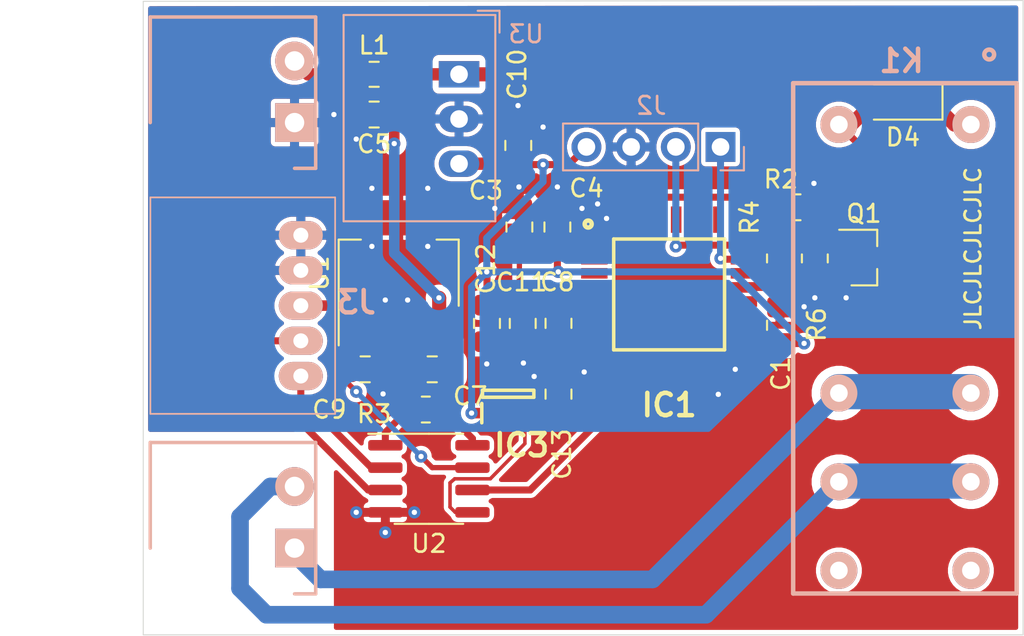
<source format=kicad_pcb>
(kicad_pcb (version 20171130) (host pcbnew "(5.1.10)-1")

  (general
    (thickness 1.6)
    (drawings 7)
    (tracks 155)
    (zones 0)
    (modules 28)
    (nets 44)
  )

  (page A4)
  (layers
    (0 F.Cu signal)
    (31 B.Cu signal)
    (32 B.Adhes user)
    (33 F.Adhes user)
    (34 B.Paste user)
    (35 F.Paste user)
    (36 B.SilkS user)
    (37 F.SilkS user)
    (38 B.Mask user)
    (39 F.Mask user)
    (40 Dwgs.User user)
    (41 Cmts.User user hide)
    (42 Eco1.User user hide)
    (43 Eco2.User user hide)
    (44 Edge.Cuts user)
    (45 Margin user hide)
    (46 B.CrtYd user)
    (47 F.CrtYd user)
    (48 B.Fab user hide)
    (49 F.Fab user hide)
  )

  (setup
    (last_trace_width 0.4)
    (user_trace_width 0.2)
    (user_trace_width 0.3)
    (user_trace_width 0.6)
    (trace_clearance 0.2)
    (zone_clearance 0.254)
    (zone_45_only no)
    (trace_min 0.2)
    (via_size 0.7)
    (via_drill 0.3)
    (via_min_size 0.4)
    (via_min_drill 0.3)
    (uvia_size 0.3)
    (uvia_drill 0.1)
    (uvias_allowed no)
    (uvia_min_size 0.2)
    (uvia_min_drill 0.1)
    (edge_width 0.05)
    (segment_width 0.2)
    (pcb_text_width 0.3)
    (pcb_text_size 1.5 1.5)
    (mod_edge_width 0.12)
    (mod_text_size 1 1)
    (mod_text_width 0.15)
    (pad_size 2.5 2)
    (pad_drill 1)
    (pad_to_mask_clearance 0)
    (aux_axis_origin 0 0)
    (grid_origin 102.74 106.902)
    (visible_elements 7FFFFF7F)
    (pcbplotparams
      (layerselection 0x010fc_ffffffff)
      (usegerberextensions true)
      (usegerberattributes true)
      (usegerberadvancedattributes false)
      (creategerberjobfile false)
      (excludeedgelayer true)
      (linewidth 0.200000)
      (plotframeref false)
      (viasonmask false)
      (mode 1)
      (useauxorigin false)
      (hpglpennumber 1)
      (hpglpenspeed 20)
      (hpglpendiameter 15.000000)
      (psnegative false)
      (psa4output false)
      (plotreference true)
      (plotvalue false)
      (plotinvisibletext false)
      (padsonsilk false)
      (subtractmaskfromsilk true)
      (outputformat 1)
      (mirror false)
      (drillshape 0)
      (scaleselection 1)
      (outputdirectory "gerber/"))
  )

  (net 0 "")
  (net 1 GND)
  (net 2 "Net-(C3-Pad1)")
  (net 3 VDD)
  (net 4 +12V)
  (net 5 +10V)
  (net 6 "Net-(IC1-Pad31)")
  (net 7 "Net-(IC1-Pad25)")
  (net 8 SWCLK)
  (net 9 SWDIO)
  (net 10 IGN_CUTOFF)
  (net 11 "Net-(IC1-Pad20)")
  (net 12 "Net-(IC1-Pad19)")
  (net 13 "Net-(IC1-Pad15)")
  (net 14 "Net-(IC1-Pad14)")
  (net 15 "Net-(IC1-Pad13)")
  (net 16 SENSOR_VAL)
  (net 17 "Net-(IC1-Pad7)")
  (net 18 "Net-(IC1-Pad6)")
  (net 19 "Net-(J4-Pad2)")
  (net 20 "Net-(J4-Pad1)")
  (net 21 S-)
  (net 22 S+)
  (net 23 "Net-(K1-Pad5)")
  (net 24 "Net-(K1-Pad4)")
  (net 25 "Net-(Q1-Pad1)")
  (net 26 "Net-(C13-Pad1)")
  (net 27 "Net-(IC1-Pad30)")
  (net 28 "Net-(IC1-Pad29)")
  (net 29 "Net-(IC1-Pad28)")
  (net 30 "Net-(IC1-Pad27)")
  (net 31 "Net-(IC1-Pad26)")
  (net 32 "Net-(IC1-Pad18)")
  (net 33 "Net-(IC1-Pad12)")
  (net 34 "Net-(IC1-Pad11)")
  (net 35 "Net-(IC1-Pad9)")
  (net 36 "Net-(IC1-Pad8)")
  (net 37 "Net-(R3-Pad2)")
  (net 38 "Net-(R3-Pad1)")
  (net 39 "Net-(IC1-Pad3)")
  (net 40 "Net-(IC1-Pad2)")
  (net 41 "Net-(J1-Pad2)")
  (net 42 "Net-(D4-Pad2)")
  (net 43 "Net-(IC1-Pad22)")

  (net_class Default "This is the default net class."
    (clearance 0.2)
    (trace_width 0.4)
    (via_dia 0.7)
    (via_drill 0.3)
    (uvia_dia 0.3)
    (uvia_drill 0.1)
    (add_net GND)
    (add_net IGN_CUTOFF)
    (add_net "Net-(C13-Pad1)")
    (add_net "Net-(C3-Pad1)")
    (add_net "Net-(D4-Pad2)")
    (add_net "Net-(IC1-Pad11)")
    (add_net "Net-(IC1-Pad12)")
    (add_net "Net-(IC1-Pad13)")
    (add_net "Net-(IC1-Pad14)")
    (add_net "Net-(IC1-Pad15)")
    (add_net "Net-(IC1-Pad18)")
    (add_net "Net-(IC1-Pad19)")
    (add_net "Net-(IC1-Pad2)")
    (add_net "Net-(IC1-Pad20)")
    (add_net "Net-(IC1-Pad22)")
    (add_net "Net-(IC1-Pad25)")
    (add_net "Net-(IC1-Pad26)")
    (add_net "Net-(IC1-Pad27)")
    (add_net "Net-(IC1-Pad28)")
    (add_net "Net-(IC1-Pad29)")
    (add_net "Net-(IC1-Pad3)")
    (add_net "Net-(IC1-Pad30)")
    (add_net "Net-(IC1-Pad31)")
    (add_net "Net-(IC1-Pad6)")
    (add_net "Net-(IC1-Pad7)")
    (add_net "Net-(IC1-Pad8)")
    (add_net "Net-(IC1-Pad9)")
    (add_net "Net-(J1-Pad2)")
    (add_net "Net-(K1-Pad4)")
    (add_net "Net-(K1-Pad5)")
    (add_net "Net-(Q1-Pad1)")
    (add_net "Net-(R3-Pad1)")
    (add_net "Net-(R3-Pad2)")
    (add_net S+)
    (add_net S-)
    (add_net SENSOR_VAL)
    (add_net SWCLK)
    (add_net SWDIO)
    (add_net VDD)
  )

  (net_class 10V ""
    (clearance 0.2)
    (trace_width 0.6)
    (via_dia 0.7)
    (via_drill 0.3)
    (uvia_dia 0.3)
    (uvia_drill 0.1)
    (add_net +10V)
  )

  (net_class COIL ""
    (clearance 0.5)
    (trace_width 1)
    (via_dia 0.7)
    (via_drill 0.3)
    (uvia_dia 0.3)
    (uvia_drill 0.1)
    (add_net "Net-(J4-Pad1)")
    (add_net "Net-(J4-Pad2)")
  )

  (net_class POWER ""
    (clearance 0.35)
    (trace_width 0.8)
    (via_dia 0.7)
    (via_drill 0.3)
    (uvia_dia 0.3)
    (uvia_drill 0.1)
    (add_net +12V)
  )

  (module Capacitor_SMD:C_0805_2012Metric_Pad1.18x1.45mm_HandSolder (layer F.Cu) (tedit 5F68FEEF) (tstamp 623ABF47)
    (at 118.1832 57.4101 90)
    (descr "Capacitor SMD 0805 (2012 Metric), square (rectangular) end terminal, IPC_7351 nominal with elongated pad for handsoldering. (Body size source: IPC-SM-782 page 76, https://www.pcb-3d.com/wordpress/wp-content/uploads/ipc-sm-782a_amendment_1_and_2.pdf, https://docs.google.com/spreadsheets/d/1BsfQQcO9C6DZCsRaXUlFlo91Tg2WpOkGARC1WS5S8t0/edit?usp=sharing), generated with kicad-footprint-generator")
    (tags "capacitor handsolder")
    (path /6241A00E)
    (attr smd)
    (fp_text reference C1 (at -2.7559 0.0508 90) (layer F.SilkS)
      (effects (font (size 1 1) (thickness 0.15)))
    )
    (fp_text value 100n (at 0 1.68 90) (layer F.Fab)
      (effects (font (size 1 1) (thickness 0.15)))
    )
    (fp_line (start -1 0.625) (end -1 -0.625) (layer F.Fab) (width 0.1))
    (fp_line (start -1 -0.625) (end 1 -0.625) (layer F.Fab) (width 0.1))
    (fp_line (start 1 -0.625) (end 1 0.625) (layer F.Fab) (width 0.1))
    (fp_line (start 1 0.625) (end -1 0.625) (layer F.Fab) (width 0.1))
    (fp_line (start -0.261252 -0.735) (end 0.261252 -0.735) (layer F.SilkS) (width 0.12))
    (fp_line (start -0.261252 0.735) (end 0.261252 0.735) (layer F.SilkS) (width 0.12))
    (fp_line (start -1.88 0.98) (end -1.88 -0.98) (layer F.CrtYd) (width 0.05))
    (fp_line (start -1.88 -0.98) (end 1.88 -0.98) (layer F.CrtYd) (width 0.05))
    (fp_line (start 1.88 -0.98) (end 1.88 0.98) (layer F.CrtYd) (width 0.05))
    (fp_line (start 1.88 0.98) (end -1.88 0.98) (layer F.CrtYd) (width 0.05))
    (fp_text user %R (at 0 0 90) (layer F.Fab)
      (effects (font (size 0.5 0.5) (thickness 0.08)))
    )
    (pad 2 smd roundrect (at 1.0375 0 90) (size 1.175 1.45) (layers F.Cu F.Paste F.Mask) (roundrect_rratio 0.2127659574468085)
      (net 1 GND))
    (pad 1 smd roundrect (at -1.0375 0 90) (size 1.175 1.45) (layers F.Cu F.Paste F.Mask) (roundrect_rratio 0.2127659574468085)
      (net 3 VDD))
    (model ${KISYS3DMOD}/Capacitor_SMD.3dshapes/C_0805_2012Metric.wrl
      (at (xyz 0 0 0))
      (scale (xyz 1 1 1))
      (rotate (xyz 0 0 0))
    )
  )

  (module Package_SO:SOIC-8_3.9x4.9mm_P1.27mm (layer F.Cu) (tedit 5D9F72B1) (tstamp 623B16B5)
    (at 98.233 66.135)
    (descr "SOIC, 8 Pin (JEDEC MS-012AA, https://www.analog.com/media/en/package-pcb-resources/package/pkg_pdf/soic_narrow-r/r_8.pdf), generated with kicad-footprint-generator ipc_gullwing_generator.py")
    (tags "SOIC SO")
    (path /5FD92EFC)
    (attr smd)
    (fp_text reference U2 (at 0 3.683) (layer F.SilkS)
      (effects (font (size 1 1) (thickness 0.15)))
    )
    (fp_text value INA188 (at 0 3.4) (layer F.Fab)
      (effects (font (size 1 1) (thickness 0.15)))
    )
    (fp_line (start 3.7 -2.7) (end -3.7 -2.7) (layer F.CrtYd) (width 0.05))
    (fp_line (start 3.7 2.7) (end 3.7 -2.7) (layer F.CrtYd) (width 0.05))
    (fp_line (start -3.7 2.7) (end 3.7 2.7) (layer F.CrtYd) (width 0.05))
    (fp_line (start -3.7 -2.7) (end -3.7 2.7) (layer F.CrtYd) (width 0.05))
    (fp_line (start -1.95 -1.475) (end -0.975 -2.45) (layer F.Fab) (width 0.1))
    (fp_line (start -1.95 2.45) (end -1.95 -1.475) (layer F.Fab) (width 0.1))
    (fp_line (start 1.95 2.45) (end -1.95 2.45) (layer F.Fab) (width 0.1))
    (fp_line (start 1.95 -2.45) (end 1.95 2.45) (layer F.Fab) (width 0.1))
    (fp_line (start -0.975 -2.45) (end 1.95 -2.45) (layer F.Fab) (width 0.1))
    (fp_line (start 0 -2.56) (end -3.45 -2.56) (layer F.SilkS) (width 0.12))
    (fp_line (start 0 -2.56) (end 1.95 -2.56) (layer F.SilkS) (width 0.12))
    (fp_line (start 0 2.56) (end -1.95 2.56) (layer F.SilkS) (width 0.12))
    (fp_line (start 0 2.56) (end 1.95 2.56) (layer F.SilkS) (width 0.12))
    (fp_text user %R (at 0 0) (layer F.Fab)
      (effects (font (size 0.98 0.98) (thickness 0.15)))
    )
    (pad 1 smd roundrect (at -2.475 -1.905) (size 1.95 0.6) (layers F.Cu F.Paste F.Mask) (roundrect_rratio 0.25)
      (net 37 "Net-(R3-Pad2)"))
    (pad 2 smd roundrect (at -2.475 -0.635) (size 1.95 0.6) (layers F.Cu F.Paste F.Mask) (roundrect_rratio 0.25)
      (net 21 S-))
    (pad 3 smd roundrect (at -2.475 0.635) (size 1.95 0.6) (layers F.Cu F.Paste F.Mask) (roundrect_rratio 0.25)
      (net 22 S+))
    (pad 4 smd roundrect (at -2.475 1.905) (size 1.95 0.6) (layers F.Cu F.Paste F.Mask) (roundrect_rratio 0.25)
      (net 1 GND))
    (pad 5 smd roundrect (at 2.475 1.905) (size 1.95 0.6) (layers F.Cu F.Paste F.Mask) (roundrect_rratio 0.25)
      (net 26 "Net-(C13-Pad1)"))
    (pad 6 smd roundrect (at 2.475 0.635) (size 1.95 0.6) (layers F.Cu F.Paste F.Mask) (roundrect_rratio 0.25)
      (net 16 SENSOR_VAL))
    (pad 7 smd roundrect (at 2.475 -0.635) (size 1.95 0.6) (layers F.Cu F.Paste F.Mask) (roundrect_rratio 0.25)
      (net 5 +10V))
    (pad 8 smd roundrect (at 2.475 -1.905) (size 1.95 0.6) (layers F.Cu F.Paste F.Mask) (roundrect_rratio 0.25)
      (net 38 "Net-(R3-Pad1)"))
    (model ${KISYS3DMOD}/Package_SO.3dshapes/SOIC-8_3.9x4.9mm_P1.27mm.wrl
      (at (xyz 0 0 0))
      (scale (xyz 1 1 1))
      (rotate (xyz 0 0 0))
    )
  )

  (module Package_TO_SOT_SMD:SOT-223-3_TabPin2 (layer F.Cu) (tedit 5A02FF57) (tstamp 623A6EC4)
    (at 96.517 54.451 90)
    (descr "module CMS SOT223 4 pins")
    (tags "CMS SOT")
    (path /5F0847C7)
    (attr smd)
    (fp_text reference U1 (at 0 -4.5 90) (layer F.SilkS)
      (effects (font (size 1 1) (thickness 0.15)))
    )
    (fp_text value MCP1804x-A002xDB (at 0 4.5 90) (layer F.Fab)
      (effects (font (size 1 1) (thickness 0.15)))
    )
    (fp_line (start 1.91 3.41) (end 1.91 2.15) (layer F.SilkS) (width 0.12))
    (fp_line (start 1.91 -3.41) (end 1.91 -2.15) (layer F.SilkS) (width 0.12))
    (fp_line (start 4.4 -3.6) (end -4.4 -3.6) (layer F.CrtYd) (width 0.05))
    (fp_line (start 4.4 3.6) (end 4.4 -3.6) (layer F.CrtYd) (width 0.05))
    (fp_line (start -4.4 3.6) (end 4.4 3.6) (layer F.CrtYd) (width 0.05))
    (fp_line (start -4.4 -3.6) (end -4.4 3.6) (layer F.CrtYd) (width 0.05))
    (fp_line (start -1.85 -2.35) (end -0.85 -3.35) (layer F.Fab) (width 0.1))
    (fp_line (start -1.85 -2.35) (end -1.85 3.35) (layer F.Fab) (width 0.1))
    (fp_line (start -1.85 3.41) (end 1.91 3.41) (layer F.SilkS) (width 0.12))
    (fp_line (start -0.85 -3.35) (end 1.85 -3.35) (layer F.Fab) (width 0.1))
    (fp_line (start -4.1 -3.41) (end 1.91 -3.41) (layer F.SilkS) (width 0.12))
    (fp_line (start -1.85 3.35) (end 1.85 3.35) (layer F.Fab) (width 0.1))
    (fp_line (start 1.85 -3.35) (end 1.85 3.35) (layer F.Fab) (width 0.1))
    (fp_text user %R (at 0 0) (layer F.Fab)
      (effects (font (size 0.8 0.8) (thickness 0.12)))
    )
    (pad 1 smd rect (at -3.15 -2.3 90) (size 2 1.5) (layers F.Cu F.Paste F.Mask)
      (net 5 +10V))
    (pad 3 smd rect (at -3.15 2.3 90) (size 2 1.5) (layers F.Cu F.Paste F.Mask)
      (net 4 +12V))
    (pad 2 smd rect (at -3.15 0 90) (size 2 1.5) (layers F.Cu F.Paste F.Mask)
      (net 1 GND))
    (pad 2 smd rect (at 3.15 0 90) (size 2 3.8) (layers F.Cu F.Paste F.Mask)
      (net 1 GND))
    (model ${KISYS3DMOD}/Package_TO_SOT_SMD.3dshapes/SOT-223.wrl
      (at (xyz 0 0 0))
      (scale (xyz 1 1 1))
      (rotate (xyz 0 0 0))
    )
  )

  (module Resistor_SMD:R_0805_2012Metric_Pad1.20x1.40mm_HandSolder (layer F.Cu) (tedit 5F68FEEE) (tstamp 623AC16C)
    (at 120.1644 53.6095 90)
    (descr "Resistor SMD 0805 (2012 Metric), square (rectangular) end terminal, IPC_7351 nominal with elongated pad for handsoldering. (Body size source: IPC-SM-782 page 72, https://www.pcb-3d.com/wordpress/wp-content/uploads/ipc-sm-782a_amendment_1_and_2.pdf), generated with kicad-footprint-generator")
    (tags "resistor handsolder")
    (path /5FDA44ED)
    (attr smd)
    (fp_text reference R6 (at -3.7625 0.1016 90) (layer F.SilkS)
      (effects (font (size 1 1) (thickness 0.15)))
    )
    (fp_text value 10k (at 0 1.65 90) (layer F.Fab)
      (effects (font (size 1 1) (thickness 0.15)))
    )
    (fp_line (start -1 0.625) (end -1 -0.625) (layer F.Fab) (width 0.1))
    (fp_line (start -1 -0.625) (end 1 -0.625) (layer F.Fab) (width 0.1))
    (fp_line (start 1 -0.625) (end 1 0.625) (layer F.Fab) (width 0.1))
    (fp_line (start 1 0.625) (end -1 0.625) (layer F.Fab) (width 0.1))
    (fp_line (start -0.227064 -0.735) (end 0.227064 -0.735) (layer F.SilkS) (width 0.12))
    (fp_line (start -0.227064 0.735) (end 0.227064 0.735) (layer F.SilkS) (width 0.12))
    (fp_line (start -1.85 0.95) (end -1.85 -0.95) (layer F.CrtYd) (width 0.05))
    (fp_line (start -1.85 -0.95) (end 1.85 -0.95) (layer F.CrtYd) (width 0.05))
    (fp_line (start 1.85 -0.95) (end 1.85 0.95) (layer F.CrtYd) (width 0.05))
    (fp_line (start 1.85 0.95) (end -1.85 0.95) (layer F.CrtYd) (width 0.05))
    (fp_text user %R (at 0 0 90) (layer F.Fab)
      (effects (font (size 0.5 0.5) (thickness 0.08)))
    )
    (pad 2 smd roundrect (at 1 0 90) (size 1.2 1.4) (layers F.Cu F.Paste F.Mask) (roundrect_rratio 0.2083325)
      (net 25 "Net-(Q1-Pad1)"))
    (pad 1 smd roundrect (at -1 0 90) (size 1.2 1.4) (layers F.Cu F.Paste F.Mask) (roundrect_rratio 0.2083325)
      (net 1 GND))
    (model ${KISYS3DMOD}/Resistor_SMD.3dshapes/R_0805_2012Metric.wrl
      (at (xyz 0 0 0))
      (scale (xyz 1 1 1))
      (rotate (xyz 0 0 0))
    )
  )

  (module Resistor_SMD:R_0805_2012Metric_Pad1.20x1.40mm_HandSolder (layer F.Cu) (tedit 5F68FEEE) (tstamp 623AC19C)
    (at 118.1832 53.6095 270)
    (descr "Resistor SMD 0805 (2012 Metric), square (rectangular) end terminal, IPC_7351 nominal with elongated pad for handsoldering. (Body size source: IPC-SM-782 page 72, https://www.pcb-3d.com/wordpress/wp-content/uploads/ipc-sm-782a_amendment_1_and_2.pdf), generated with kicad-footprint-generator")
    (tags "resistor handsolder")
    (path /5FDA44D5)
    (attr smd)
    (fp_text reference R4 (at -2.3335 1.7272 90) (layer F.SilkS)
      (effects (font (size 1 1) (thickness 0.15)))
    )
    (fp_text value 510 (at 0 1.65 90) (layer F.Fab)
      (effects (font (size 1 1) (thickness 0.15)))
    )
    (fp_line (start -1 0.625) (end -1 -0.625) (layer F.Fab) (width 0.1))
    (fp_line (start -1 -0.625) (end 1 -0.625) (layer F.Fab) (width 0.1))
    (fp_line (start 1 -0.625) (end 1 0.625) (layer F.Fab) (width 0.1))
    (fp_line (start 1 0.625) (end -1 0.625) (layer F.Fab) (width 0.1))
    (fp_line (start -0.227064 -0.735) (end 0.227064 -0.735) (layer F.SilkS) (width 0.12))
    (fp_line (start -0.227064 0.735) (end 0.227064 0.735) (layer F.SilkS) (width 0.12))
    (fp_line (start -1.85 0.95) (end -1.85 -0.95) (layer F.CrtYd) (width 0.05))
    (fp_line (start -1.85 -0.95) (end 1.85 -0.95) (layer F.CrtYd) (width 0.05))
    (fp_line (start 1.85 -0.95) (end 1.85 0.95) (layer F.CrtYd) (width 0.05))
    (fp_line (start 1.85 0.95) (end -1.85 0.95) (layer F.CrtYd) (width 0.05))
    (fp_text user %R (at 0 0 90) (layer F.Fab)
      (effects (font (size 0.5 0.5) (thickness 0.08)))
    )
    (pad 2 smd roundrect (at 1 0 270) (size 1.2 1.4) (layers F.Cu F.Paste F.Mask) (roundrect_rratio 0.2083325)
      (net 10 IGN_CUTOFF))
    (pad 1 smd roundrect (at -1 0 270) (size 1.2 1.4) (layers F.Cu F.Paste F.Mask) (roundrect_rratio 0.2083325)
      (net 25 "Net-(Q1-Pad1)"))
    (model ${KISYS3DMOD}/Resistor_SMD.3dshapes/R_0805_2012Metric.wrl
      (at (xyz 0 0 0))
      (scale (xyz 1 1 1))
      (rotate (xyz 0 0 0))
    )
  )

  (module Resistor_SMD:R_0805_2012Metric_Pad1.20x1.40mm_HandSolder (layer F.Cu) (tedit 5F68FEEE) (tstamp 624B677C)
    (at 98.057 62.198 180)
    (descr "Resistor SMD 0805 (2012 Metric), square (rectangular) end terminal, IPC_7351 nominal with elongated pad for handsoldering. (Body size source: IPC-SM-782 page 72, https://www.pcb-3d.com/wordpress/wp-content/uploads/ipc-sm-782a_amendment_1_and_2.pdf), generated with kicad-footprint-generator")
    (tags "resistor handsolder")
    (path /5FD92F02)
    (attr smd)
    (fp_text reference R3 (at 2.937 -0.254) (layer F.SilkS)
      (effects (font (size 1 1) (thickness 0.15)))
    )
    (fp_text value 510 (at 0 1.65) (layer F.Fab)
      (effects (font (size 1 1) (thickness 0.15)))
    )
    (fp_line (start 1.85 0.95) (end -1.85 0.95) (layer F.CrtYd) (width 0.05))
    (fp_line (start 1.85 -0.95) (end 1.85 0.95) (layer F.CrtYd) (width 0.05))
    (fp_line (start -1.85 -0.95) (end 1.85 -0.95) (layer F.CrtYd) (width 0.05))
    (fp_line (start -1.85 0.95) (end -1.85 -0.95) (layer F.CrtYd) (width 0.05))
    (fp_line (start -0.227064 0.735) (end 0.227064 0.735) (layer F.SilkS) (width 0.12))
    (fp_line (start -0.227064 -0.735) (end 0.227064 -0.735) (layer F.SilkS) (width 0.12))
    (fp_line (start 1 0.625) (end -1 0.625) (layer F.Fab) (width 0.1))
    (fp_line (start 1 -0.625) (end 1 0.625) (layer F.Fab) (width 0.1))
    (fp_line (start -1 -0.625) (end 1 -0.625) (layer F.Fab) (width 0.1))
    (fp_line (start -1 0.625) (end -1 -0.625) (layer F.Fab) (width 0.1))
    (fp_text user %R (at 0 0) (layer F.Fab)
      (effects (font (size 0.5 0.5) (thickness 0.08)))
    )
    (pad 1 smd roundrect (at -1 0 180) (size 1.2 1.4) (layers F.Cu F.Paste F.Mask) (roundrect_rratio 0.2083325)
      (net 38 "Net-(R3-Pad1)"))
    (pad 2 smd roundrect (at 1 0 180) (size 1.2 1.4) (layers F.Cu F.Paste F.Mask) (roundrect_rratio 0.2083325)
      (net 37 "Net-(R3-Pad2)"))
    (model ${KISYS3DMOD}/Resistor_SMD.3dshapes/R_0805_2012Metric.wrl
      (at (xyz 0 0 0))
      (scale (xyz 1 1 1))
      (rotate (xyz 0 0 0))
    )
  )

  (module Resistor_SMD:R_0805_2012Metric_Pad1.20x1.40mm_HandSolder (layer F.Cu) (tedit 5F68FEEE) (tstamp 623AC1CC)
    (at 119.123 50.7045 180)
    (descr "Resistor SMD 0805 (2012 Metric), square (rectangular) end terminal, IPC_7351 nominal with elongated pad for handsoldering. (Body size source: IPC-SM-782 page 72, https://www.pcb-3d.com/wordpress/wp-content/uploads/ipc-sm-782a_amendment_1_and_2.pdf), generated with kicad-footprint-generator")
    (tags "resistor handsolder")
    (path /5EF8C13F)
    (attr smd)
    (fp_text reference R2 (at 0.889 1.5875) (layer F.SilkS)
      (effects (font (size 1 1) (thickness 0.15)))
    )
    (fp_text value 10k (at 0 1.65) (layer F.Fab)
      (effects (font (size 1 1) (thickness 0.15)))
    )
    (fp_line (start -1 0.625) (end -1 -0.625) (layer F.Fab) (width 0.1))
    (fp_line (start -1 -0.625) (end 1 -0.625) (layer F.Fab) (width 0.1))
    (fp_line (start 1 -0.625) (end 1 0.625) (layer F.Fab) (width 0.1))
    (fp_line (start 1 0.625) (end -1 0.625) (layer F.Fab) (width 0.1))
    (fp_line (start -0.227064 -0.735) (end 0.227064 -0.735) (layer F.SilkS) (width 0.12))
    (fp_line (start -0.227064 0.735) (end 0.227064 0.735) (layer F.SilkS) (width 0.12))
    (fp_line (start -1.85 0.95) (end -1.85 -0.95) (layer F.CrtYd) (width 0.05))
    (fp_line (start -1.85 -0.95) (end 1.85 -0.95) (layer F.CrtYd) (width 0.05))
    (fp_line (start 1.85 -0.95) (end 1.85 0.95) (layer F.CrtYd) (width 0.05))
    (fp_line (start 1.85 0.95) (end -1.85 0.95) (layer F.CrtYd) (width 0.05))
    (fp_text user %R (at 0 0) (layer F.Fab)
      (effects (font (size 0.5 0.5) (thickness 0.08)))
    )
    (pad 2 smd roundrect (at 1 0 180) (size 1.2 1.4) (layers F.Cu F.Paste F.Mask) (roundrect_rratio 0.2083325)
      (net 6 "Net-(IC1-Pad31)"))
    (pad 1 smd roundrect (at -1 0 180) (size 1.2 1.4) (layers F.Cu F.Paste F.Mask) (roundrect_rratio 0.2083325)
      (net 1 GND))
    (model ${KISYS3DMOD}/Resistor_SMD.3dshapes/R_0805_2012Metric.wrl
      (at (xyz 0 0 0))
      (scale (xyz 1 1 1))
      (rotate (xyz 0 0 0))
    )
  )

  (module Package_TO_SOT_SMD:SOT-23 (layer F.Cu) (tedit 5A02FF57) (tstamp 623ABFCC)
    (at 122.949 53.562)
    (descr "SOT-23, Standard")
    (tags SOT-23)
    (path /5FDA44DB)
    (attr smd)
    (fp_text reference Q1 (at 0 -2.5) (layer F.SilkS)
      (effects (font (size 1 1) (thickness 0.15)))
    )
    (fp_text value BC847 (at 0 2.5) (layer F.Fab)
      (effects (font (size 1 1) (thickness 0.15)))
    )
    (fp_line (start -0.7 -0.95) (end -0.7 1.5) (layer F.Fab) (width 0.1))
    (fp_line (start -0.15 -1.52) (end 0.7 -1.52) (layer F.Fab) (width 0.1))
    (fp_line (start -0.7 -0.95) (end -0.15 -1.52) (layer F.Fab) (width 0.1))
    (fp_line (start 0.7 -1.52) (end 0.7 1.52) (layer F.Fab) (width 0.1))
    (fp_line (start -0.7 1.52) (end 0.7 1.52) (layer F.Fab) (width 0.1))
    (fp_line (start 0.76 1.58) (end 0.76 0.65) (layer F.SilkS) (width 0.12))
    (fp_line (start 0.76 -1.58) (end 0.76 -0.65) (layer F.SilkS) (width 0.12))
    (fp_line (start -1.7 -1.75) (end 1.7 -1.75) (layer F.CrtYd) (width 0.05))
    (fp_line (start 1.7 -1.75) (end 1.7 1.75) (layer F.CrtYd) (width 0.05))
    (fp_line (start 1.7 1.75) (end -1.7 1.75) (layer F.CrtYd) (width 0.05))
    (fp_line (start -1.7 1.75) (end -1.7 -1.75) (layer F.CrtYd) (width 0.05))
    (fp_line (start 0.76 -1.58) (end -1.4 -1.58) (layer F.SilkS) (width 0.12))
    (fp_line (start 0.76 1.58) (end -0.7 1.58) (layer F.SilkS) (width 0.12))
    (fp_text user %R (at 0 0 90) (layer F.Fab)
      (effects (font (size 0.5 0.5) (thickness 0.075)))
    )
    (pad 3 smd rect (at 1 0) (size 0.9 0.8) (layers F.Cu F.Paste F.Mask)
      (net 42 "Net-(D4-Pad2)"))
    (pad 2 smd rect (at -1 0.95) (size 0.9 0.8) (layers F.Cu F.Paste F.Mask)
      (net 1 GND))
    (pad 1 smd rect (at -1 -0.95) (size 0.9 0.8) (layers F.Cu F.Paste F.Mask)
      (net 25 "Net-(Q1-Pad1)"))
    (model ${KISYS3DMOD}/Package_TO_SOT_SMD.3dshapes/SOT-23.wrl
      (at (xyz 0 0 0))
      (scale (xyz 1 1 1))
      (rotate (xyz 0 0 0))
    )
  )

  (module Connector_PinHeader_2.54mm:PinHeader_1x04_P2.54mm_Vertical (layer B.Cu) (tedit 59FED5CC) (tstamp 623AC0CE)
    (at 114.805 47.2755 90)
    (descr "Through hole straight pin header, 1x04, 2.54mm pitch, single row")
    (tags "Through hole pin header THT 1x04 2.54mm single row")
    (path /5F16FC63)
    (fp_text reference J2 (at 2.3495 -3.937) (layer B.SilkS)
      (effects (font (size 1 1) (thickness 0.15)) (justify mirror))
    )
    (fp_text value "Debug Connector" (at 0 -9.95 -90) (layer B.Fab)
      (effects (font (size 1 1) (thickness 0.15)) (justify mirror))
    )
    (fp_line (start -0.635 1.27) (end 1.27 1.27) (layer B.Fab) (width 0.1))
    (fp_line (start 1.27 1.27) (end 1.27 -8.89) (layer B.Fab) (width 0.1))
    (fp_line (start 1.27 -8.89) (end -1.27 -8.89) (layer B.Fab) (width 0.1))
    (fp_line (start -1.27 -8.89) (end -1.27 0.635) (layer B.Fab) (width 0.1))
    (fp_line (start -1.27 0.635) (end -0.635 1.27) (layer B.Fab) (width 0.1))
    (fp_line (start -1.33 -8.95) (end 1.33 -8.95) (layer B.SilkS) (width 0.12))
    (fp_line (start -1.33 -1.27) (end -1.33 -8.95) (layer B.SilkS) (width 0.12))
    (fp_line (start 1.33 -1.27) (end 1.33 -8.95) (layer B.SilkS) (width 0.12))
    (fp_line (start -1.33 -1.27) (end 1.33 -1.27) (layer B.SilkS) (width 0.12))
    (fp_line (start -1.33 0) (end -1.33 1.33) (layer B.SilkS) (width 0.12))
    (fp_line (start -1.33 1.33) (end 0 1.33) (layer B.SilkS) (width 0.12))
    (fp_line (start -1.8 1.8) (end -1.8 -9.4) (layer B.CrtYd) (width 0.05))
    (fp_line (start -1.8 -9.4) (end 1.8 -9.4) (layer B.CrtYd) (width 0.05))
    (fp_line (start 1.8 -9.4) (end 1.8 1.8) (layer B.CrtYd) (width 0.05))
    (fp_line (start 1.8 1.8) (end -1.8 1.8) (layer B.CrtYd) (width 0.05))
    (fp_text user %R (at 0 -3.81) (layer B.Fab)
      (effects (font (size 1 1) (thickness 0.15)) (justify mirror))
    )
    (pad 4 thru_hole oval (at 0 -7.62 90) (size 1.7 1.7) (drill 1) (layers *.Cu *.Mask)
      (net 3 VDD))
    (pad 3 thru_hole oval (at 0 -5.08 90) (size 1.7 1.7) (drill 1) (layers *.Cu *.Mask)
      (net 1 GND))
    (pad 2 thru_hole oval (at 0 -2.54 90) (size 1.7 1.7) (drill 1) (layers *.Cu *.Mask)
      (net 8 SWCLK))
    (pad 1 thru_hole rect (at 0 0 90) (size 1.7 1.7) (drill 1) (layers *.Cu *.Mask)
      (net 9 SWDIO))
    (model ${KISYS3DMOD}/Connector_PinHeader_2.54mm.3dshapes/PinHeader_1x04_P2.54mm_Vertical.wrl
      (at (xyz 0 0 0))
      (scale (xyz 1 1 1))
      (rotate (xyz 0 0 0))
    )
  )

  (module SamacSys_Parts:SOT95P237X112-3N (layer F.Cu) (tedit 5FD74776) (tstamp 623ACB9A)
    (at 102.7375 61.3012 90)
    (descr P3.064A)
    (tags "Integrated Circuit")
    (path /5FD92F33)
    (attr smd)
    (fp_text reference IC3 (at -2.9288 0.7645 180) (layer F.SilkS)
      (effects (font (size 1.27 1.27) (thickness 0.254)))
    )
    (fp_text value ISL21080CIH315Z-TK (at 0 0 90) (layer F.SilkS) hide
      (effects (font (size 1.27 1.27) (thickness 0.254)))
    )
    (fp_line (start -1.9 -1.77) (end 1.9 -1.77) (layer Dwgs.User) (width 0.05))
    (fp_line (start 1.9 -1.77) (end 1.9 1.77) (layer Dwgs.User) (width 0.05))
    (fp_line (start 1.9 1.77) (end -1.9 1.77) (layer Dwgs.User) (width 0.05))
    (fp_line (start -1.9 1.77) (end -1.9 -1.77) (layer Dwgs.User) (width 0.05))
    (fp_line (start -0.65 -1.46) (end 0.65 -1.46) (layer Dwgs.User) (width 0.1))
    (fp_line (start 0.65 -1.46) (end 0.65 1.46) (layer Dwgs.User) (width 0.1))
    (fp_line (start 0.65 1.46) (end -0.65 1.46) (layer Dwgs.User) (width 0.1))
    (fp_line (start -0.65 1.46) (end -0.65 -1.46) (layer Dwgs.User) (width 0.1))
    (fp_line (start -0.65 -0.51) (end 0.3 -1.46) (layer Dwgs.User) (width 0.1))
    (fp_line (start -0.2 -1.46) (end 0.2 -1.46) (layer F.SilkS) (width 0.2))
    (fp_line (start 0.2 -1.46) (end 0.2 1.46) (layer F.SilkS) (width 0.2))
    (fp_line (start 0.2 1.46) (end -0.2 1.46) (layer F.SilkS) (width 0.2))
    (fp_line (start -0.2 1.46) (end -0.2 -1.46) (layer F.SilkS) (width 0.2))
    (fp_line (start -1.65 -1.5) (end -0.55 -1.5) (layer F.SilkS) (width 0.2))
    (pad 1 smd rect (at -1.1 -0.95 180) (size 0.6 1.1) (layers F.Cu F.Paste F.Mask)
      (net 3 VDD))
    (pad 2 smd rect (at -1.1 0.95 180) (size 0.6 1.1) (layers F.Cu F.Paste F.Mask)
      (net 26 "Net-(C13-Pad1)"))
    (pad 3 smd rect (at 1.1 0 180) (size 0.6 1.1) (layers F.Cu F.Paste F.Mask)
      (net 1 GND))
    (model ${LIB3DMOD}/ISL21080CIH315Z-TK.step
      (at (xyz 0 0 0))
      (scale (xyz 1 1 1))
      (rotate (xyz 0 0 0))
    )
  )

  (module SamacSys_Parts:QFP80P900X900X120-32N (layer F.Cu) (tedit 5E62A38A) (tstamp 623AC025)
    (at 111.884 55.6575)
    (descr "TQFP 32A")
    (tags "Integrated Circuit")
    (path /5F4DE831)
    (attr smd)
    (fp_text reference IC1 (at 0 6.2865) (layer F.SilkS)
      (effects (font (size 1.27 1.27) (thickness 0.254)))
    )
    (fp_text value STM32F030K6T6 (at 0 0) (layer F.SilkS) hide
      (effects (font (size 1.27 1.27) (thickness 0.254)))
    )
    (fp_circle (center -4.6 -4) (end -4.8 -4) (layer F.SilkS) (width 0.254))
    (fp_line (start -3.15 3.15) (end -3.15 -3.15) (layer F.SilkS) (width 0.2))
    (fp_line (start 3.15 3.15) (end -3.15 3.15) (layer F.SilkS) (width 0.2))
    (fp_line (start 3.15 -3.15) (end 3.15 3.15) (layer F.SilkS) (width 0.2))
    (fp_line (start -3.15 -3.15) (end 3.15 -3.15) (layer F.SilkS) (width 0.2))
    (fp_line (start -3.5 -2.7) (end -2.7 -3.5) (layer Dwgs.User) (width 0.1))
    (fp_line (start -3.5 3.5) (end -3.5 -3.5) (layer Dwgs.User) (width 0.1))
    (fp_line (start 3.5 3.5) (end -3.5 3.5) (layer Dwgs.User) (width 0.1))
    (fp_line (start 3.5 -3.5) (end 3.5 3.5) (layer Dwgs.User) (width 0.1))
    (fp_line (start -3.5 -3.5) (end 3.5 -3.5) (layer Dwgs.User) (width 0.1))
    (fp_line (start -5.25 5.25) (end -5.25 -5.25) (layer Dwgs.User) (width 0.05))
    (fp_line (start 5.25 5.25) (end -5.25 5.25) (layer Dwgs.User) (width 0.05))
    (fp_line (start 5.25 -5.25) (end 5.25 5.25) (layer Dwgs.User) (width 0.05))
    (fp_line (start -5.25 -5.25) (end 5.25 -5.25) (layer Dwgs.User) (width 0.05))
    (pad 32 smd rect (at -2.8 -4.25) (size 0.6 1.5) (layers F.Cu F.Paste F.Mask)
      (net 1 GND))
    (pad 31 smd rect (at -2 -4.25) (size 0.6 1.5) (layers F.Cu F.Paste F.Mask)
      (net 6 "Net-(IC1-Pad31)"))
    (pad 30 smd rect (at -1.2 -4.25) (size 0.6 1.5) (layers F.Cu F.Paste F.Mask)
      (net 27 "Net-(IC1-Pad30)"))
    (pad 29 smd rect (at -0.4 -4.25) (size 0.6 1.5) (layers F.Cu F.Paste F.Mask)
      (net 28 "Net-(IC1-Pad29)"))
    (pad 28 smd rect (at 0.4 -4.25) (size 0.6 1.5) (layers F.Cu F.Paste F.Mask)
      (net 29 "Net-(IC1-Pad28)"))
    (pad 27 smd rect (at 1.2 -4.25) (size 0.6 1.5) (layers F.Cu F.Paste F.Mask)
      (net 30 "Net-(IC1-Pad27)"))
    (pad 26 smd rect (at 2 -4.25) (size 0.6 1.5) (layers F.Cu F.Paste F.Mask)
      (net 31 "Net-(IC1-Pad26)"))
    (pad 25 smd rect (at 2.8 -4.25) (size 0.6 1.5) (layers F.Cu F.Paste F.Mask)
      (net 7 "Net-(IC1-Pad25)"))
    (pad 24 smd rect (at 4.25 -2.8 90) (size 0.6 1.5) (layers F.Cu F.Paste F.Mask)
      (net 8 SWCLK))
    (pad 23 smd rect (at 4.25 -2 90) (size 0.6 1.5) (layers F.Cu F.Paste F.Mask)
      (net 9 SWDIO))
    (pad 22 smd rect (at 4.25 -1.2 90) (size 0.6 1.5) (layers F.Cu F.Paste F.Mask)
      (net 43 "Net-(IC1-Pad22)"))
    (pad 21 smd rect (at 4.25 -0.4 90) (size 0.6 1.5) (layers F.Cu F.Paste F.Mask)
      (net 10 IGN_CUTOFF))
    (pad 20 smd rect (at 4.25 0.4 90) (size 0.6 1.5) (layers F.Cu F.Paste F.Mask)
      (net 11 "Net-(IC1-Pad20)"))
    (pad 19 smd rect (at 4.25 1.2 90) (size 0.6 1.5) (layers F.Cu F.Paste F.Mask)
      (net 12 "Net-(IC1-Pad19)"))
    (pad 18 smd rect (at 4.25 2 90) (size 0.6 1.5) (layers F.Cu F.Paste F.Mask)
      (net 32 "Net-(IC1-Pad18)"))
    (pad 17 smd rect (at 4.25 2.8 90) (size 0.6 1.5) (layers F.Cu F.Paste F.Mask)
      (net 3 VDD))
    (pad 16 smd rect (at 2.8 4.25) (size 0.6 1.5) (layers F.Cu F.Paste F.Mask)
      (net 1 GND))
    (pad 15 smd rect (at 2 4.25) (size 0.6 1.5) (layers F.Cu F.Paste F.Mask)
      (net 13 "Net-(IC1-Pad15)"))
    (pad 14 smd rect (at 1.2 4.25) (size 0.6 1.5) (layers F.Cu F.Paste F.Mask)
      (net 14 "Net-(IC1-Pad14)"))
    (pad 13 smd rect (at 0.4 4.25) (size 0.6 1.5) (layers F.Cu F.Paste F.Mask)
      (net 15 "Net-(IC1-Pad13)"))
    (pad 12 smd rect (at -0.4 4.25) (size 0.6 1.5) (layers F.Cu F.Paste F.Mask)
      (net 33 "Net-(IC1-Pad12)"))
    (pad 11 smd rect (at -1.2 4.25) (size 0.6 1.5) (layers F.Cu F.Paste F.Mask)
      (net 34 "Net-(IC1-Pad11)"))
    (pad 10 smd rect (at -2 4.25) (size 0.6 1.5) (layers F.Cu F.Paste F.Mask)
      (net 16 SENSOR_VAL))
    (pad 9 smd rect (at -2.8 4.25) (size 0.6 1.5) (layers F.Cu F.Paste F.Mask)
      (net 35 "Net-(IC1-Pad9)"))
    (pad 8 smd rect (at -4.25 2.8 90) (size 0.6 1.5) (layers F.Cu F.Paste F.Mask)
      (net 36 "Net-(IC1-Pad8)"))
    (pad 7 smd rect (at -4.25 2 90) (size 0.6 1.5) (layers F.Cu F.Paste F.Mask)
      (net 17 "Net-(IC1-Pad7)"))
    (pad 6 smd rect (at -4.25 1.2 90) (size 0.6 1.5) (layers F.Cu F.Paste F.Mask)
      (net 18 "Net-(IC1-Pad6)"))
    (pad 5 smd rect (at -4.25 0.4 90) (size 0.6 1.5) (layers F.Cu F.Paste F.Mask)
      (net 3 VDD))
    (pad 4 smd rect (at -4.25 -0.4 90) (size 0.6 1.5) (layers F.Cu F.Paste F.Mask)
      (net 2 "Net-(C3-Pad1)"))
    (pad 3 smd rect (at -4.25 -1.2 90) (size 0.6 1.5) (layers F.Cu F.Paste F.Mask)
      (net 39 "Net-(IC1-Pad3)"))
    (pad 2 smd rect (at -4.25 -2 90) (size 0.6 1.5) (layers F.Cu F.Paste F.Mask)
      (net 40 "Net-(IC1-Pad2)"))
    (pad 1 smd rect (at -4.25 -2.8 90) (size 0.6 1.5) (layers F.Cu F.Paste F.Mask)
      (net 3 VDD))
    (model ${LIB3DMOD}/STM32F030K6T6TR.step
      (at (xyz 0 0 0))
      (scale (xyz 1 1 1))
      (rotate (xyz 0 0 0))
    )
  )

  (module Diode_SMD:D_SOD-123 (layer F.Cu) (tedit 58645DC7) (tstamp 623ABF88)
    (at 125.1692 44.7228 180)
    (descr SOD-123)
    (tags SOD-123)
    (path /5FDA4536)
    (attr smd)
    (fp_text reference D4 (at 0 -2) (layer F.SilkS)
      (effects (font (size 1 1) (thickness 0.15)))
    )
    (fp_text value D_Schottky (at 0 2.1) (layer F.Fab)
      (effects (font (size 1 1) (thickness 0.15)))
    )
    (fp_line (start -2.25 -1) (end -2.25 1) (layer F.SilkS) (width 0.12))
    (fp_line (start 0.25 0) (end 0.75 0) (layer F.Fab) (width 0.1))
    (fp_line (start 0.25 0.4) (end -0.35 0) (layer F.Fab) (width 0.1))
    (fp_line (start 0.25 -0.4) (end 0.25 0.4) (layer F.Fab) (width 0.1))
    (fp_line (start -0.35 0) (end 0.25 -0.4) (layer F.Fab) (width 0.1))
    (fp_line (start -0.35 0) (end -0.35 0.55) (layer F.Fab) (width 0.1))
    (fp_line (start -0.35 0) (end -0.35 -0.55) (layer F.Fab) (width 0.1))
    (fp_line (start -0.75 0) (end -0.35 0) (layer F.Fab) (width 0.1))
    (fp_line (start -1.4 0.9) (end -1.4 -0.9) (layer F.Fab) (width 0.1))
    (fp_line (start 1.4 0.9) (end -1.4 0.9) (layer F.Fab) (width 0.1))
    (fp_line (start 1.4 -0.9) (end 1.4 0.9) (layer F.Fab) (width 0.1))
    (fp_line (start -1.4 -0.9) (end 1.4 -0.9) (layer F.Fab) (width 0.1))
    (fp_line (start -2.35 -1.15) (end 2.35 -1.15) (layer F.CrtYd) (width 0.05))
    (fp_line (start 2.35 -1.15) (end 2.35 1.15) (layer F.CrtYd) (width 0.05))
    (fp_line (start 2.35 1.15) (end -2.35 1.15) (layer F.CrtYd) (width 0.05))
    (fp_line (start -2.35 -1.15) (end -2.35 1.15) (layer F.CrtYd) (width 0.05))
    (fp_line (start -2.25 1) (end 1.65 1) (layer F.SilkS) (width 0.12))
    (fp_line (start -2.25 -1) (end 1.65 -1) (layer F.SilkS) (width 0.12))
    (fp_text user %R (at 0 -2) (layer F.Fab)
      (effects (font (size 1 1) (thickness 0.15)))
    )
    (pad 2 smd rect (at 1.65 0 180) (size 0.9 1.2) (layers F.Cu F.Paste F.Mask)
      (net 42 "Net-(D4-Pad2)"))
    (pad 1 smd rect (at -1.65 0 180) (size 0.9 1.2) (layers F.Cu F.Paste F.Mask)
      (net 4 +12V))
    (model ${KISYS3DMOD}/Diode_SMD.3dshapes/D_SOD-123.wrl
      (at (xyz 0 0 0))
      (scale (xyz 1 1 1))
      (rotate (xyz 0 0 0))
    )
  )

  (module Capacitor_SMD:C_0805_2012Metric_Pad1.18x1.45mm_HandSolder (layer F.Cu) (tedit 5F68FEEF) (tstamp 623ACBD2)
    (at 105.5975 61.3217 90)
    (descr "Capacitor SMD 0805 (2012 Metric), square (rectangular) end terminal, IPC_7351 nominal with elongated pad for handsoldering. (Body size source: IPC-SM-782 page 76, https://www.pcb-3d.com/wordpress/wp-content/uploads/ipc-sm-782a_amendment_1_and_2.pdf, https://docs.google.com/spreadsheets/d/1BsfQQcO9C6DZCsRaXUlFlo91Tg2WpOkGARC1WS5S8t0/edit?usp=sharing), generated with kicad-footprint-generator")
    (tags "capacitor handsolder")
    (path /5FD92F28)
    (attr smd)
    (fp_text reference C13 (at -3.4163 0.1905 90) (layer F.SilkS)
      (effects (font (size 1 1) (thickness 0.15)))
    )
    (fp_text value 1u (at 0 1.68 90) (layer F.Fab)
      (effects (font (size 1 1) (thickness 0.15)))
    )
    (fp_line (start -1 0.625) (end -1 -0.625) (layer F.Fab) (width 0.1))
    (fp_line (start -1 -0.625) (end 1 -0.625) (layer F.Fab) (width 0.1))
    (fp_line (start 1 -0.625) (end 1 0.625) (layer F.Fab) (width 0.1))
    (fp_line (start 1 0.625) (end -1 0.625) (layer F.Fab) (width 0.1))
    (fp_line (start -0.261252 -0.735) (end 0.261252 -0.735) (layer F.SilkS) (width 0.12))
    (fp_line (start -0.261252 0.735) (end 0.261252 0.735) (layer F.SilkS) (width 0.12))
    (fp_line (start -1.88 0.98) (end -1.88 -0.98) (layer F.CrtYd) (width 0.05))
    (fp_line (start -1.88 -0.98) (end 1.88 -0.98) (layer F.CrtYd) (width 0.05))
    (fp_line (start 1.88 -0.98) (end 1.88 0.98) (layer F.CrtYd) (width 0.05))
    (fp_line (start 1.88 0.98) (end -1.88 0.98) (layer F.CrtYd) (width 0.05))
    (fp_text user %R (at 0 0 90) (layer F.Fab)
      (effects (font (size 0.5 0.5) (thickness 0.08)))
    )
    (pad 2 smd roundrect (at 1.0375 0 90) (size 1.175 1.45) (layers F.Cu F.Paste F.Mask) (roundrect_rratio 0.2127659574468085)
      (net 1 GND))
    (pad 1 smd roundrect (at -1.0375 0 90) (size 1.175 1.45) (layers F.Cu F.Paste F.Mask) (roundrect_rratio 0.2127659574468085)
      (net 26 "Net-(C13-Pad1)"))
    (model ${KISYS3DMOD}/Capacitor_SMD.3dshapes/C_0805_2012Metric.wrl
      (at (xyz 0 0 0))
      (scale (xyz 1 1 1))
      (rotate (xyz 0 0 0))
    )
  )

  (module Capacitor_SMD:C_0805_2012Metric_Pad1.18x1.45mm_HandSolder (layer F.Cu) (tedit 5F68FEEF) (tstamp 624B6811)
    (at 103.5655 57.3046 270)
    (descr "Capacitor SMD 0805 (2012 Metric), square (rectangular) end terminal, IPC_7351 nominal with elongated pad for handsoldering. (Body size source: IPC-SM-782 page 76, https://www.pcb-3d.com/wordpress/wp-content/uploads/ipc-sm-782a_amendment_1_and_2.pdf, https://docs.google.com/spreadsheets/d/1BsfQQcO9C6DZCsRaXUlFlo91Tg2WpOkGARC1WS5S8t0/edit?usp=sharing), generated with kicad-footprint-generator")
    (tags "capacitor handsolder")
    (path /5EF71131)
    (attr smd)
    (fp_text reference C11 (at -2.3456 0.0635) (layer F.SilkS)
      (effects (font (size 1 1) (thickness 0.15)))
    )
    (fp_text value 1u (at 0 1.68 90) (layer F.Fab)
      (effects (font (size 1 1) (thickness 0.15)))
    )
    (fp_line (start -1 0.625) (end -1 -0.625) (layer F.Fab) (width 0.1))
    (fp_line (start -1 -0.625) (end 1 -0.625) (layer F.Fab) (width 0.1))
    (fp_line (start 1 -0.625) (end 1 0.625) (layer F.Fab) (width 0.1))
    (fp_line (start 1 0.625) (end -1 0.625) (layer F.Fab) (width 0.1))
    (fp_line (start -0.261252 -0.735) (end 0.261252 -0.735) (layer F.SilkS) (width 0.12))
    (fp_line (start -0.261252 0.735) (end 0.261252 0.735) (layer F.SilkS) (width 0.12))
    (fp_line (start -1.88 0.98) (end -1.88 -0.98) (layer F.CrtYd) (width 0.05))
    (fp_line (start -1.88 -0.98) (end 1.88 -0.98) (layer F.CrtYd) (width 0.05))
    (fp_line (start 1.88 -0.98) (end 1.88 0.98) (layer F.CrtYd) (width 0.05))
    (fp_line (start 1.88 0.98) (end -1.88 0.98) (layer F.CrtYd) (width 0.05))
    (fp_text user %R (at 0 0 90) (layer F.Fab)
      (effects (font (size 0.5 0.5) (thickness 0.08)))
    )
    (pad 2 smd roundrect (at 1.0375 0 270) (size 1.175 1.45) (layers F.Cu F.Paste F.Mask) (roundrect_rratio 0.2127659574468085)
      (net 1 GND))
    (pad 1 smd roundrect (at -1.0375 0 270) (size 1.175 1.45) (layers F.Cu F.Paste F.Mask) (roundrect_rratio 0.2127659574468085)
      (net 3 VDD))
    (model ${KISYS3DMOD}/Capacitor_SMD.3dshapes/C_0805_2012Metric.wrl
      (at (xyz 0 0 0))
      (scale (xyz 1 1 1))
      (rotate (xyz 0 0 0))
    )
  )

  (module Capacitor_SMD:C_0805_2012Metric_Pad1.18x1.45mm_HandSolder (layer F.Cu) (tedit 5F68FEEF) (tstamp 623A6CE7)
    (at 103.3115 47.1905 90)
    (descr "Capacitor SMD 0805 (2012 Metric), square (rectangular) end terminal, IPC_7351 nominal with elongated pad for handsoldering. (Body size source: IPC-SM-782 page 76, https://www.pcb-3d.com/wordpress/wp-content/uploads/ipc-sm-782a_amendment_1_and_2.pdf, https://docs.google.com/spreadsheets/d/1BsfQQcO9C6DZCsRaXUlFlo91Tg2WpOkGARC1WS5S8t0/edit?usp=sharing), generated with kicad-footprint-generator")
    (tags "capacitor handsolder")
    (path /5DAB5BC6)
    (attr smd)
    (fp_text reference C10 (at 4.0425 -0.0635 90) (layer F.SilkS)
      (effects (font (size 1 1) (thickness 0.15)))
    )
    (fp_text value 10uF (at 0 1.68 90) (layer F.Fab)
      (effects (font (size 1 1) (thickness 0.15)))
    )
    (fp_line (start -1 0.625) (end -1 -0.625) (layer F.Fab) (width 0.1))
    (fp_line (start -1 -0.625) (end 1 -0.625) (layer F.Fab) (width 0.1))
    (fp_line (start 1 -0.625) (end 1 0.625) (layer F.Fab) (width 0.1))
    (fp_line (start 1 0.625) (end -1 0.625) (layer F.Fab) (width 0.1))
    (fp_line (start -0.261252 -0.735) (end 0.261252 -0.735) (layer F.SilkS) (width 0.12))
    (fp_line (start -0.261252 0.735) (end 0.261252 0.735) (layer F.SilkS) (width 0.12))
    (fp_line (start -1.88 0.98) (end -1.88 -0.98) (layer F.CrtYd) (width 0.05))
    (fp_line (start -1.88 -0.98) (end 1.88 -0.98) (layer F.CrtYd) (width 0.05))
    (fp_line (start 1.88 -0.98) (end 1.88 0.98) (layer F.CrtYd) (width 0.05))
    (fp_line (start 1.88 0.98) (end -1.88 0.98) (layer F.CrtYd) (width 0.05))
    (fp_text user %R (at 0 0 90) (layer F.Fab)
      (effects (font (size 0.5 0.5) (thickness 0.08)))
    )
    (pad 2 smd roundrect (at 1.0375 0 90) (size 1.175 1.45) (layers F.Cu F.Paste F.Mask) (roundrect_rratio 0.2127659574468085)
      (net 1 GND))
    (pad 1 smd roundrect (at -1.0375 0 90) (size 1.175 1.45) (layers F.Cu F.Paste F.Mask) (roundrect_rratio 0.2127659574468085)
      (net 3 VDD))
    (model ${KISYS3DMOD}/Capacitor_SMD.3dshapes/C_0805_2012Metric.wrl
      (at (xyz 0 0 0))
      (scale (xyz 1 1 1))
      (rotate (xyz 0 0 0))
    )
  )

  (module Capacitor_SMD:C_0805_2012Metric_Pad1.18x1.45mm_HandSolder (layer F.Cu) (tedit 5F68FEEF) (tstamp 623A6CD6)
    (at 94.612 59.912)
    (descr "Capacitor SMD 0805 (2012 Metric), square (rectangular) end terminal, IPC_7351 nominal with elongated pad for handsoldering. (Body size source: IPC-SM-782 page 76, https://www.pcb-3d.com/wordpress/wp-content/uploads/ipc-sm-782a_amendment_1_and_2.pdf, https://docs.google.com/spreadsheets/d/1BsfQQcO9C6DZCsRaXUlFlo91Tg2WpOkGARC1WS5S8t0/edit?usp=sharing), generated with kicad-footprint-generator")
    (tags "capacitor handsolder")
    (path /5F085A40)
    (attr smd)
    (fp_text reference C9 (at -2.032 2.286) (layer F.SilkS)
      (effects (font (size 1 1) (thickness 0.15)))
    )
    (fp_text value 1uF (at 0 1.68) (layer F.Fab)
      (effects (font (size 1 1) (thickness 0.15)))
    )
    (fp_line (start -1 0.625) (end -1 -0.625) (layer F.Fab) (width 0.1))
    (fp_line (start -1 -0.625) (end 1 -0.625) (layer F.Fab) (width 0.1))
    (fp_line (start 1 -0.625) (end 1 0.625) (layer F.Fab) (width 0.1))
    (fp_line (start 1 0.625) (end -1 0.625) (layer F.Fab) (width 0.1))
    (fp_line (start -0.261252 -0.735) (end 0.261252 -0.735) (layer F.SilkS) (width 0.12))
    (fp_line (start -0.261252 0.735) (end 0.261252 0.735) (layer F.SilkS) (width 0.12))
    (fp_line (start -1.88 0.98) (end -1.88 -0.98) (layer F.CrtYd) (width 0.05))
    (fp_line (start -1.88 -0.98) (end 1.88 -0.98) (layer F.CrtYd) (width 0.05))
    (fp_line (start 1.88 -0.98) (end 1.88 0.98) (layer F.CrtYd) (width 0.05))
    (fp_line (start 1.88 0.98) (end -1.88 0.98) (layer F.CrtYd) (width 0.05))
    (fp_text user %R (at 0 0) (layer F.Fab)
      (effects (font (size 0.5 0.5) (thickness 0.08)))
    )
    (pad 2 smd roundrect (at 1.0375 0) (size 1.175 1.45) (layers F.Cu F.Paste F.Mask) (roundrect_rratio 0.2127659574468085)
      (net 1 GND))
    (pad 1 smd roundrect (at -1.0375 0) (size 1.175 1.45) (layers F.Cu F.Paste F.Mask) (roundrect_rratio 0.2127659574468085)
      (net 5 +10V))
    (model ${KISYS3DMOD}/Capacitor_SMD.3dshapes/C_0805_2012Metric.wrl
      (at (xyz 0 0 0))
      (scale (xyz 1 1 1))
      (rotate (xyz 0 0 0))
    )
  )

  (module Capacitor_SMD:C_0805_2012Metric_Pad1.18x1.45mm_HandSolder (layer F.Cu) (tedit 5F68FEEF) (tstamp 623AC1FC)
    (at 105.5975 57.2997 270)
    (descr "Capacitor SMD 0805 (2012 Metric), square (rectangular) end terminal, IPC_7351 nominal with elongated pad for handsoldering. (Body size source: IPC-SM-782 page 76, https://www.pcb-3d.com/wordpress/wp-content/uploads/ipc-sm-782a_amendment_1_and_2.pdf, https://docs.google.com/spreadsheets/d/1BsfQQcO9C6DZCsRaXUlFlo91Tg2WpOkGARC1WS5S8t0/edit?usp=sharing), generated with kicad-footprint-generator")
    (tags "capacitor handsolder")
    (path /5EF7111E)
    (attr smd)
    (fp_text reference C8 (at -2.3407 0.0635 180) (layer F.SilkS)
      (effects (font (size 1 1) (thickness 0.15)))
    )
    (fp_text value 10n (at 0 1.68 90) (layer F.Fab)
      (effects (font (size 1 1) (thickness 0.15)))
    )
    (fp_line (start -1 0.625) (end -1 -0.625) (layer F.Fab) (width 0.1))
    (fp_line (start -1 -0.625) (end 1 -0.625) (layer F.Fab) (width 0.1))
    (fp_line (start 1 -0.625) (end 1 0.625) (layer F.Fab) (width 0.1))
    (fp_line (start 1 0.625) (end -1 0.625) (layer F.Fab) (width 0.1))
    (fp_line (start -0.261252 -0.735) (end 0.261252 -0.735) (layer F.SilkS) (width 0.12))
    (fp_line (start -0.261252 0.735) (end 0.261252 0.735) (layer F.SilkS) (width 0.12))
    (fp_line (start -1.88 0.98) (end -1.88 -0.98) (layer F.CrtYd) (width 0.05))
    (fp_line (start -1.88 -0.98) (end 1.88 -0.98) (layer F.CrtYd) (width 0.05))
    (fp_line (start 1.88 -0.98) (end 1.88 0.98) (layer F.CrtYd) (width 0.05))
    (fp_line (start 1.88 0.98) (end -1.88 0.98) (layer F.CrtYd) (width 0.05))
    (fp_text user %R (at 0 0 90) (layer F.Fab)
      (effects (font (size 0.5 0.5) (thickness 0.08)))
    )
    (pad 2 smd roundrect (at 1.0375 0 270) (size 1.175 1.45) (layers F.Cu F.Paste F.Mask) (roundrect_rratio 0.2127659574468085)
      (net 1 GND))
    (pad 1 smd roundrect (at -1.0375 0 270) (size 1.175 1.45) (layers F.Cu F.Paste F.Mask) (roundrect_rratio 0.2127659574468085)
      (net 3 VDD))
    (model ${KISYS3DMOD}/Capacitor_SMD.3dshapes/C_0805_2012Metric.wrl
      (at (xyz 0 0 0))
      (scale (xyz 1 1 1))
      (rotate (xyz 0 0 0))
    )
  )

  (module Capacitor_SMD:C_0805_2012Metric_Pad1.18x1.45mm_HandSolder (layer F.Cu) (tedit 5F68FEEF) (tstamp 623A6CB4)
    (at 98.422 59.912 180)
    (descr "Capacitor SMD 0805 (2012 Metric), square (rectangular) end terminal, IPC_7351 nominal with elongated pad for handsoldering. (Body size source: IPC-SM-782 page 76, https://www.pcb-3d.com/wordpress/wp-content/uploads/ipc-sm-782a_amendment_1_and_2.pdf, https://docs.google.com/spreadsheets/d/1BsfQQcO9C6DZCsRaXUlFlo91Tg2WpOkGARC1WS5S8t0/edit?usp=sharing), generated with kicad-footprint-generator")
    (tags "capacitor handsolder")
    (path /5F087A3E)
    (attr smd)
    (fp_text reference C7 (at -2.159 -1.524) (layer F.SilkS)
      (effects (font (size 1 1) (thickness 0.15)))
    )
    (fp_text value 1uF (at 0 1.68) (layer F.Fab)
      (effects (font (size 1 1) (thickness 0.15)))
    )
    (fp_line (start -1 0.625) (end -1 -0.625) (layer F.Fab) (width 0.1))
    (fp_line (start -1 -0.625) (end 1 -0.625) (layer F.Fab) (width 0.1))
    (fp_line (start 1 -0.625) (end 1 0.625) (layer F.Fab) (width 0.1))
    (fp_line (start 1 0.625) (end -1 0.625) (layer F.Fab) (width 0.1))
    (fp_line (start -0.261252 -0.735) (end 0.261252 -0.735) (layer F.SilkS) (width 0.12))
    (fp_line (start -0.261252 0.735) (end 0.261252 0.735) (layer F.SilkS) (width 0.12))
    (fp_line (start -1.88 0.98) (end -1.88 -0.98) (layer F.CrtYd) (width 0.05))
    (fp_line (start -1.88 -0.98) (end 1.88 -0.98) (layer F.CrtYd) (width 0.05))
    (fp_line (start 1.88 -0.98) (end 1.88 0.98) (layer F.CrtYd) (width 0.05))
    (fp_line (start 1.88 0.98) (end -1.88 0.98) (layer F.CrtYd) (width 0.05))
    (fp_text user %R (at 0 0) (layer F.Fab)
      (effects (font (size 0.5 0.5) (thickness 0.08)))
    )
    (pad 2 smd roundrect (at 1.0375 0 180) (size 1.175 1.45) (layers F.Cu F.Paste F.Mask) (roundrect_rratio 0.2127659574468085)
      (net 1 GND))
    (pad 1 smd roundrect (at -1.0375 0 180) (size 1.175 1.45) (layers F.Cu F.Paste F.Mask) (roundrect_rratio 0.2127659574468085)
      (net 4 +12V))
    (model ${KISYS3DMOD}/Capacitor_SMD.3dshapes/C_0805_2012Metric.wrl
      (at (xyz 0 0 0))
      (scale (xyz 1 1 1))
      (rotate (xyz 0 0 0))
    )
  )

  (module Capacitor_SMD:C_0805_2012Metric_Pad1.18x1.45mm_HandSolder (layer F.Cu) (tedit 5F68FEEF) (tstamp 623A6C92)
    (at 95.12 45.434 180)
    (descr "Capacitor SMD 0805 (2012 Metric), square (rectangular) end terminal, IPC_7351 nominal with elongated pad for handsoldering. (Body size source: IPC-SM-782 page 76, https://www.pcb-3d.com/wordpress/wp-content/uploads/ipc-sm-782a_amendment_1_and_2.pdf, https://docs.google.com/spreadsheets/d/1BsfQQcO9C6DZCsRaXUlFlo91Tg2WpOkGARC1WS5S8t0/edit?usp=sharing), generated with kicad-footprint-generator")
    (tags "capacitor handsolder")
    (path /5F087300)
    (attr smd)
    (fp_text reference C5 (at 0 -1.68) (layer F.SilkS)
      (effects (font (size 1 1) (thickness 0.15)))
    )
    (fp_text value 47uF (at 0 1.68) (layer F.Fab)
      (effects (font (size 1 1) (thickness 0.15)))
    )
    (fp_line (start -1 0.625) (end -1 -0.625) (layer F.Fab) (width 0.1))
    (fp_line (start -1 -0.625) (end 1 -0.625) (layer F.Fab) (width 0.1))
    (fp_line (start 1 -0.625) (end 1 0.625) (layer F.Fab) (width 0.1))
    (fp_line (start 1 0.625) (end -1 0.625) (layer F.Fab) (width 0.1))
    (fp_line (start -0.261252 -0.735) (end 0.261252 -0.735) (layer F.SilkS) (width 0.12))
    (fp_line (start -0.261252 0.735) (end 0.261252 0.735) (layer F.SilkS) (width 0.12))
    (fp_line (start -1.88 0.98) (end -1.88 -0.98) (layer F.CrtYd) (width 0.05))
    (fp_line (start -1.88 -0.98) (end 1.88 -0.98) (layer F.CrtYd) (width 0.05))
    (fp_line (start 1.88 -0.98) (end 1.88 0.98) (layer F.CrtYd) (width 0.05))
    (fp_line (start 1.88 0.98) (end -1.88 0.98) (layer F.CrtYd) (width 0.05))
    (fp_text user %R (at 0 0) (layer F.Fab)
      (effects (font (size 0.5 0.5) (thickness 0.08)))
    )
    (pad 2 smd roundrect (at 1.0375 0 180) (size 1.175 1.45) (layers F.Cu F.Paste F.Mask) (roundrect_rratio 0.2127659574468085)
      (net 1 GND))
    (pad 1 smd roundrect (at -1.0375 0 180) (size 1.175 1.45) (layers F.Cu F.Paste F.Mask) (roundrect_rratio 0.2127659574468085)
      (net 4 +12V))
    (model ${KISYS3DMOD}/Capacitor_SMD.3dshapes/C_0805_2012Metric.wrl
      (at (xyz 0 0 0))
      (scale (xyz 1 1 1))
      (rotate (xyz 0 0 0))
    )
  )

  (module Capacitor_SMD:C_0805_2012Metric_Pad1.18x1.45mm_HandSolder (layer F.Cu) (tedit 5F68FEEF) (tstamp 623AC13C)
    (at 105.534 51.826 90)
    (descr "Capacitor SMD 0805 (2012 Metric), square (rectangular) end terminal, IPC_7351 nominal with elongated pad for handsoldering. (Body size source: IPC-SM-782 page 76, https://www.pcb-3d.com/wordpress/wp-content/uploads/ipc-sm-782a_amendment_1_and_2.pdf, https://docs.google.com/spreadsheets/d/1BsfQQcO9C6DZCsRaXUlFlo91Tg2WpOkGARC1WS5S8t0/edit?usp=sharing), generated with kicad-footprint-generator")
    (tags "capacitor handsolder")
    (path /5EF61AD2)
    (attr smd)
    (fp_text reference C4 (at 2.201 1.651) (layer F.SilkS)
      (effects (font (size 1 1) (thickness 0.15)))
    )
    (fp_text value 100n (at 0 1.68 90) (layer F.Fab)
      (effects (font (size 1 1) (thickness 0.15)))
    )
    (fp_line (start -1 0.625) (end -1 -0.625) (layer F.Fab) (width 0.1))
    (fp_line (start -1 -0.625) (end 1 -0.625) (layer F.Fab) (width 0.1))
    (fp_line (start 1 -0.625) (end 1 0.625) (layer F.Fab) (width 0.1))
    (fp_line (start 1 0.625) (end -1 0.625) (layer F.Fab) (width 0.1))
    (fp_line (start -0.261252 -0.735) (end 0.261252 -0.735) (layer F.SilkS) (width 0.12))
    (fp_line (start -0.261252 0.735) (end 0.261252 0.735) (layer F.SilkS) (width 0.12))
    (fp_line (start -1.88 0.98) (end -1.88 -0.98) (layer F.CrtYd) (width 0.05))
    (fp_line (start -1.88 -0.98) (end 1.88 -0.98) (layer F.CrtYd) (width 0.05))
    (fp_line (start 1.88 -0.98) (end 1.88 0.98) (layer F.CrtYd) (width 0.05))
    (fp_line (start 1.88 0.98) (end -1.88 0.98) (layer F.CrtYd) (width 0.05))
    (fp_text user %R (at 0 0 90) (layer F.Fab)
      (effects (font (size 0.5 0.5) (thickness 0.08)))
    )
    (pad 2 smd roundrect (at 1.0375 0 90) (size 1.175 1.45) (layers F.Cu F.Paste F.Mask) (roundrect_rratio 0.2127659574468085)
      (net 1 GND))
    (pad 1 smd roundrect (at -1.0375 0 90) (size 1.175 1.45) (layers F.Cu F.Paste F.Mask) (roundrect_rratio 0.2127659574468085)
      (net 3 VDD))
    (model ${KISYS3DMOD}/Capacitor_SMD.3dshapes/C_0805_2012Metric.wrl
      (at (xyz 0 0 0))
      (scale (xyz 1 1 1))
      (rotate (xyz 0 0 0))
    )
  )

  (module Capacitor_SMD:C_0805_2012Metric_Pad1.18x1.45mm_HandSolder (layer F.Cu) (tedit 5F68FEEF) (tstamp 623AC10C)
    (at 103.375 51.826 90)
    (descr "Capacitor SMD 0805 (2012 Metric), square (rectangular) end terminal, IPC_7351 nominal with elongated pad for handsoldering. (Body size source: IPC-SM-782 page 76, https://www.pcb-3d.com/wordpress/wp-content/uploads/ipc-sm-782a_amendment_1_and_2.pdf, https://docs.google.com/spreadsheets/d/1BsfQQcO9C6DZCsRaXUlFlo91Tg2WpOkGARC1WS5S8t0/edit?usp=sharing), generated with kicad-footprint-generator")
    (tags "capacitor handsolder")
    (path /5EF7595A)
    (attr smd)
    (fp_text reference C3 (at 2.074 -1.905 180) (layer F.SilkS)
      (effects (font (size 1 1) (thickness 0.15)))
    )
    (fp_text value 100n (at 0 1.68 90) (layer F.Fab)
      (effects (font (size 1 1) (thickness 0.15)))
    )
    (fp_line (start -1 0.625) (end -1 -0.625) (layer F.Fab) (width 0.1))
    (fp_line (start -1 -0.625) (end 1 -0.625) (layer F.Fab) (width 0.1))
    (fp_line (start 1 -0.625) (end 1 0.625) (layer F.Fab) (width 0.1))
    (fp_line (start 1 0.625) (end -1 0.625) (layer F.Fab) (width 0.1))
    (fp_line (start -0.261252 -0.735) (end 0.261252 -0.735) (layer F.SilkS) (width 0.12))
    (fp_line (start -0.261252 0.735) (end 0.261252 0.735) (layer F.SilkS) (width 0.12))
    (fp_line (start -1.88 0.98) (end -1.88 -0.98) (layer F.CrtYd) (width 0.05))
    (fp_line (start -1.88 -0.98) (end 1.88 -0.98) (layer F.CrtYd) (width 0.05))
    (fp_line (start 1.88 -0.98) (end 1.88 0.98) (layer F.CrtYd) (width 0.05))
    (fp_line (start 1.88 0.98) (end -1.88 0.98) (layer F.CrtYd) (width 0.05))
    (fp_text user %R (at 0 0 90) (layer F.Fab)
      (effects (font (size 0.5 0.5) (thickness 0.08)))
    )
    (pad 2 smd roundrect (at 1.0375 0 90) (size 1.175 1.45) (layers F.Cu F.Paste F.Mask) (roundrect_rratio 0.2127659574468085)
      (net 1 GND))
    (pad 1 smd roundrect (at -1.0375 0 90) (size 1.175 1.45) (layers F.Cu F.Paste F.Mask) (roundrect_rratio 0.2127659574468085)
      (net 2 "Net-(C3-Pad1)"))
    (model ${KISYS3DMOD}/Capacitor_SMD.3dshapes/C_0805_2012Metric.wrl
      (at (xyz 0 0 0))
      (scale (xyz 1 1 1))
      (rotate (xyz 0 0 0))
    )
  )

  (module Inductor_SMD:L_0805_2012Metric_Pad1.15x1.40mm_HandSolder (layer F.Cu) (tedit 5F68FEF0) (tstamp 623A663D)
    (at 95.12 43.148)
    (descr "Inductor SMD 0805 (2012 Metric), square (rectangular) end terminal, IPC_7351 nominal with elongated pad for handsoldering. (Body size source: https://docs.google.com/spreadsheets/d/1BsfQQcO9C6DZCsRaXUlFlo91Tg2WpOkGARC1WS5S8t0/edit?usp=sharing), generated with kicad-footprint-generator")
    (tags "inductor handsolder")
    (path /623A4DFF)
    (attr smd)
    (fp_text reference L1 (at 0 -1.65) (layer F.SilkS)
      (effects (font (size 1 1) (thickness 0.15)))
    )
    (fp_text value 5.6u (at 0 1.65) (layer F.Fab)
      (effects (font (size 1 1) (thickness 0.15)))
    )
    (fp_line (start -1 0.6) (end -1 -0.6) (layer F.Fab) (width 0.1))
    (fp_line (start -1 -0.6) (end 1 -0.6) (layer F.Fab) (width 0.1))
    (fp_line (start 1 -0.6) (end 1 0.6) (layer F.Fab) (width 0.1))
    (fp_line (start 1 0.6) (end -1 0.6) (layer F.Fab) (width 0.1))
    (fp_line (start -0.261252 -0.71) (end 0.261252 -0.71) (layer F.SilkS) (width 0.12))
    (fp_line (start -0.261252 0.71) (end 0.261252 0.71) (layer F.SilkS) (width 0.12))
    (fp_line (start -1.85 0.95) (end -1.85 -0.95) (layer F.CrtYd) (width 0.05))
    (fp_line (start -1.85 -0.95) (end 1.85 -0.95) (layer F.CrtYd) (width 0.05))
    (fp_line (start 1.85 -0.95) (end 1.85 0.95) (layer F.CrtYd) (width 0.05))
    (fp_line (start 1.85 0.95) (end -1.85 0.95) (layer F.CrtYd) (width 0.05))
    (fp_text user %R (at 0 0) (layer F.Fab)
      (effects (font (size 0.5 0.5) (thickness 0.08)))
    )
    (pad 2 smd roundrect (at 1.025 0) (size 1.15 1.4) (layers F.Cu F.Paste F.Mask) (roundrect_rratio 0.2173904347826087)
      (net 4 +12V))
    (pad 1 smd roundrect (at -1.025 0) (size 1.15 1.4) (layers F.Cu F.Paste F.Mask) (roundrect_rratio 0.2173904347826087)
      (net 41 "Net-(J1-Pad2)"))
    (model ${KISYS3DMOD}/Inductor_SMD.3dshapes/L_0805_2012Metric.wrl
      (at (xyz 0 0 0))
      (scale (xyz 1 1 1))
      (rotate (xyz 0 0 0))
    )
  )

  (module Capacitor_SMD:C_0805_2012Metric_Pad1.18x1.45mm_HandSolder (layer F.Cu) (tedit 5F68FEEF) (tstamp 623ACC7D)
    (at 101.5335 57.3046 270)
    (descr "Capacitor SMD 0805 (2012 Metric), square (rectangular) end terminal, IPC_7351 nominal with elongated pad for handsoldering. (Body size source: IPC-SM-782 page 76, https://www.pcb-3d.com/wordpress/wp-content/uploads/ipc-sm-782a_amendment_1_and_2.pdf, https://docs.google.com/spreadsheets/d/1BsfQQcO9C6DZCsRaXUlFlo91Tg2WpOkGARC1WS5S8t0/edit?usp=sharing), generated with kicad-footprint-generator")
    (tags "capacitor handsolder")
    (path /5FD92F22)
    (attr smd)
    (fp_text reference C12 (at -3.1076 0.0635 90) (layer F.SilkS)
      (effects (font (size 1 1) (thickness 0.15)))
    )
    (fp_text value 1u (at 0 1.68 90) (layer F.Fab)
      (effects (font (size 1 1) (thickness 0.15)))
    )
    (fp_line (start -1 0.625) (end -1 -0.625) (layer F.Fab) (width 0.1))
    (fp_line (start -1 -0.625) (end 1 -0.625) (layer F.Fab) (width 0.1))
    (fp_line (start 1 -0.625) (end 1 0.625) (layer F.Fab) (width 0.1))
    (fp_line (start 1 0.625) (end -1 0.625) (layer F.Fab) (width 0.1))
    (fp_line (start -0.261252 -0.735) (end 0.261252 -0.735) (layer F.SilkS) (width 0.12))
    (fp_line (start -0.261252 0.735) (end 0.261252 0.735) (layer F.SilkS) (width 0.12))
    (fp_line (start -1.88 0.98) (end -1.88 -0.98) (layer F.CrtYd) (width 0.05))
    (fp_line (start -1.88 -0.98) (end 1.88 -0.98) (layer F.CrtYd) (width 0.05))
    (fp_line (start 1.88 -0.98) (end 1.88 0.98) (layer F.CrtYd) (width 0.05))
    (fp_line (start 1.88 0.98) (end -1.88 0.98) (layer F.CrtYd) (width 0.05))
    (fp_text user %R (at 0 0 90) (layer F.Fab)
      (effects (font (size 0.5 0.5) (thickness 0.08)))
    )
    (pad 2 smd roundrect (at 1.0375 0 270) (size 1.175 1.45) (layers F.Cu F.Paste F.Mask) (roundrect_rratio 0.2127659574468085)
      (net 1 GND))
    (pad 1 smd roundrect (at -1.0375 0 270) (size 1.175 1.45) (layers F.Cu F.Paste F.Mask) (roundrect_rratio 0.2127659574468085)
      (net 3 VDD))
    (model ${KISYS3DMOD}/Capacitor_SMD.3dshapes/C_0805_2012Metric.wrl
      (at (xyz 0 0 0))
      (scale (xyz 1 1 1))
      (rotate (xyz 0 0 0))
    )
  )

  (module Converter_DCDC:Converter_DCDC_RECOM_R-78E-0.5_THT (layer B.Cu) (tedit 5B741BB0) (tstamp 61512466)
    (at 99.946 43.148 270)
    (descr "DCDC-Converter, RECOM, RECOM_R-78E-0.5, SIP-3, pitch 2.54mm, package size 11.6x8.5x10.4mm^3, https://www.recom-power.com/pdf/Innoline/R-78Exx-0.5.pdf")
    (tags "dc-dc recom buck sip-3 pitch 2.54mm")
    (path /615031B1)
    (fp_text reference U3 (at -2.286 -3.81 180) (layer B.SilkS)
      (effects (font (size 1 1) (thickness 0.15)) (justify mirror))
    )
    (fp_text value R-78E3.3-0.5 (at 2.54 -3 90) (layer B.Fab)
      (effects (font (size 1 1) (thickness 0.15)) (justify mirror))
    )
    (fp_line (start 8.54 6.75) (end -3.57 6.75) (layer B.CrtYd) (width 0.05))
    (fp_line (start 8.54 -2.25) (end 8.54 6.75) (layer B.CrtYd) (width 0.05))
    (fp_line (start -3.57 -2.25) (end 8.54 -2.25) (layer B.CrtYd) (width 0.05))
    (fp_line (start -3.57 6.75) (end -3.57 -2.25) (layer B.CrtYd) (width 0.05))
    (fp_line (start -3.611 -2.3) (end -2.371 -2.3) (layer B.SilkS) (width 0.12))
    (fp_line (start -3.611 -1.06) (end -3.611 -2.3) (layer B.SilkS) (width 0.12))
    (fp_line (start 8.35 6.56) (end 8.35 -2.06) (layer B.SilkS) (width 0.12))
    (fp_line (start -3.371 6.56) (end -3.371 -2.06) (layer B.SilkS) (width 0.12))
    (fp_line (start -3.371 -2.06) (end 8.35 -2.06) (layer B.SilkS) (width 0.12))
    (fp_line (start -3.371 6.56) (end 8.35 6.56) (layer B.SilkS) (width 0.12))
    (fp_line (start -3.31 -1) (end -3.31 6.5) (layer B.Fab) (width 0.1))
    (fp_line (start -2.31 -2) (end -3.31 -1) (layer B.Fab) (width 0.1))
    (fp_line (start 8.29 -2) (end -2.31 -2) (layer B.Fab) (width 0.1))
    (fp_line (start 8.29 6.5) (end 8.29 -2) (layer B.Fab) (width 0.1))
    (fp_line (start -3.31 6.5) (end 8.29 6.5) (layer B.Fab) (width 0.1))
    (fp_text user %R (at 2.54 2.25 90) (layer B.Fab)
      (effects (font (size 1 1) (thickness 0.15)) (justify mirror))
    )
    (pad 3 thru_hole oval (at 5.08 0 270) (size 1.5 2.3) (drill 1) (layers *.Cu *.Mask)
      (net 3 VDD))
    (pad 2 thru_hole oval (at 2.54 0 270) (size 1.5 2.3) (drill 1) (layers *.Cu *.Mask)
      (net 1 GND))
    (pad 1 thru_hole rect (at 0 0 270) (size 1.5 2.3) (drill 1) (layers *.Cu *.Mask)
      (net 4 +12V))
    (model ${KISYS3DMOD}/Converter_DCDC.3dshapes/Converter_DCDC_RECOM_R-78E-0.5_THT.wrl
      (at (xyz 0 0 0))
      (scale (xyz 1 1 1))
      (rotate (xyz 0 0 0))
    )
  )

  (module SamacSys_Parts:SHDR2W80P0X350_1X2_840X920X720P (layer B.Cu) (tedit 5E62A081) (tstamp 5FD7FC57)
    (at 90.5988 45.8912 90)
    (descr "691322110002 WR-TBL")
    (tags Connector)
    (path /5DAB5F30)
    (fp_text reference J1 (at 0 0 90) (layer B.SilkS)
      (effects (font (size 1.27 1.27) (thickness 0.254)) (justify mirror))
    )
    (fp_text value "12V IN" (at 7.04 -1.596 180) (layer B.SilkS) hide
      (effects (font (size 1.27 1.27) (thickness 0.254)) (justify mirror))
    )
    (fp_line (start -2.85 -8.45) (end -2.85 1.45) (layer Dwgs.User) (width 0.05))
    (fp_line (start -2.85 1.45) (end 6.25 1.45) (layer Dwgs.User) (width 0.05))
    (fp_line (start 6.25 1.45) (end 6.25 -8.45) (layer Dwgs.User) (width 0.05))
    (fp_line (start 6.25 -8.45) (end -2.85 -8.45) (layer Dwgs.User) (width 0.05))
    (fp_line (start -2.6 -8.2) (end -2.6 1.2) (layer Dwgs.User) (width 0.1))
    (fp_line (start -2.6 1.2) (end 6 1.2) (layer Dwgs.User) (width 0.1))
    (fp_line (start 6 1.2) (end 6 -8.2) (layer Dwgs.User) (width 0.1))
    (fp_line (start 6 -8.2) (end -2.6 -8.2) (layer Dwgs.User) (width 0.1))
    (fp_line (start 0 -8.2) (end 6 -8.2) (layer B.SilkS) (width 0.2))
    (fp_line (start 6 -8.2) (end 6 1.2) (layer B.SilkS) (width 0.2))
    (fp_line (start 6 1.2) (end -2.6 1.2) (layer B.SilkS) (width 0.2))
    (fp_line (start -2.6 1.2) (end -2.6 0) (layer B.SilkS) (width 0.2))
    (pad 2 thru_hole circle (at 3.5 0) (size 2.2 2.2) (drill 1.11) (layers *.Cu *.Mask B.SilkS)
      (net 41 "Net-(J1-Pad2)"))
    (pad 1 thru_hole rect (at 0 0) (size 2.2 2.2) (drill 1.1) (layers *.Cu *.Mask B.SilkS)
      (net 1 GND))
    (model ${KISYS3DMOD}/Connector_Phoenix_MC.3dshapes/PhoenixContact_MC_1,5_2-G-3.5_1x02_P3.50mm_Horizontal.step
      (at (xyz 0 0 0))
      (scale (xyz 1 1 1))
      (rotate (xyz 0 0 0))
    )
  )

  (module SamacSys_Parts:RT314005_2 (layer B.Cu) (tedit 5FF1DBBD) (tstamp 624B6652)
    (at 131.6325 43.652 270)
    (descr RT314005_2)
    (tags "Relay or Contactor")
    (path /5FDA452F)
    (fp_text reference K1 (at -1.266 6.5405 180) (layer B.SilkS)
      (effects (font (size 1.27 1.27) (thickness 0.254)) (justify mirror))
    )
    (fp_text value RT314012 (at 17.223 5.99767 90) (layer B.SilkS) hide
      (effects (font (size 1.27 1.27) (thickness 0.254)) (justify mirror))
    )
    (fp_circle (center -1.62833 1.55867) (end -1.90773 1.55867) (layer B.SilkS) (width 0.254))
    (fp_line (start 29 0) (end 0 0) (layer B.SilkS) (width 0.254))
    (fp_line (start 29 12.7) (end 29 0) (layer B.SilkS) (width 0.254))
    (fp_line (start 0 12.7) (end 29 12.7) (layer B.SilkS) (width 0.254))
    (fp_line (start 0 0) (end 0 12.7) (layer B.SilkS) (width 0.254))
    (fp_line (start 0 0) (end 0 12.7) (layer Dwgs.User) (width 0.254))
    (fp_line (start 29 0) (end 0 0) (layer Dwgs.User) (width 0.254))
    (fp_line (start 29 12.7) (end 29 0) (layer Dwgs.User) (width 0.254))
    (fp_line (start 0 12.7) (end 29 12.7) (layer Dwgs.User) (width 0.254))
    (pad 1 thru_hole circle (at 2.35 2.6 180) (size 2.1 2.1) (drill 1) (layers *.Cu *.Mask B.SilkS)
      (net 4 +12V))
    (pad 2 thru_hole circle (at 17.61 2.6 180) (size 2.1 2.1) (drill 1) (layers *.Cu *.Mask B.SilkS)
      (net 20 "Net-(J4-Pad1)"))
    (pad 3 thru_hole circle (at 22.65 2.6 180) (size 2.1 2.1) (drill 1) (layers *.Cu *.Mask B.SilkS)
      (net 19 "Net-(J4-Pad2)"))
    (pad 4 thru_hole circle (at 27.69 2.6 180) (size 2.1 2.1) (drill 1) (layers *.Cu *.Mask B.SilkS)
      (net 24 "Net-(K1-Pad4)"))
    (pad 5 thru_hole circle (at 27.69 10.1 180) (size 2.1 2.1) (drill 1) (layers *.Cu *.Mask B.SilkS)
      (net 23 "Net-(K1-Pad5)"))
    (pad 6 thru_hole circle (at 22.65 10.1 180) (size 2.1 2.1) (drill 1) (layers *.Cu *.Mask B.SilkS)
      (net 19 "Net-(J4-Pad2)"))
    (pad 7 thru_hole circle (at 17.61 10.1 180) (size 2.1 2.1) (drill 1) (layers *.Cu *.Mask B.SilkS)
      (net 20 "Net-(J4-Pad1)"))
    (pad 8 thru_hole circle (at 2.35 10.1 180) (size 2.1 2.1) (drill 1) (layers *.Cu *.Mask B.SilkS)
      (net 42 "Net-(D4-Pad2)"))
    (model "C:/Projekti/KiCad projects/MyLibraries/3D_Models/Relay-1.step"
      (offset (xyz 14 6.5 0))
      (scale (xyz 1 1 1))
      (rotate (xyz -90 0 0))
    )
  )

  (module SamacSys_Parts:SHDR2W80P0X350_1X2_840X920X720P (layer B.Cu) (tedit 6002B521) (tstamp 624B871A)
    (at 90.5988 70.072 90)
    (descr "691322110002 WR-TBL")
    (tags Connector)
    (path /5FDA4540)
    (fp_text reference J4 (at 0 0 90) (layer B.SilkS)
      (effects (font (size 1.27 1.27) (thickness 0.254)) (justify mirror))
    )
    (fp_text value COIL (at 7.064 -2.13) (layer B.SilkS) hide
      (effects (font (size 1.27 1.27) (thickness 0.254)) (justify mirror))
    )
    (fp_line (start -2.6 1.2) (end -2.6 0) (layer B.SilkS) (width 0.2))
    (fp_line (start 6 1.2) (end -2.6 1.2) (layer B.SilkS) (width 0.2))
    (fp_line (start 6 -8.2) (end 6 1.2) (layer B.SilkS) (width 0.2))
    (fp_line (start 0 -8.2) (end 6 -8.2) (layer B.SilkS) (width 0.2))
    (fp_line (start 6 -8.2) (end -2.6 -8.2) (layer Dwgs.User) (width 0.1))
    (fp_line (start 6 1.2) (end 6 -8.2) (layer Dwgs.User) (width 0.1))
    (fp_line (start -2.6 1.2) (end 6 1.2) (layer Dwgs.User) (width 0.1))
    (fp_line (start -2.6 -8.2) (end -2.6 1.2) (layer Dwgs.User) (width 0.1))
    (fp_line (start 6.25 -8.45) (end -2.85 -8.45) (layer Dwgs.User) (width 0.05))
    (fp_line (start 6.25 1.45) (end 6.25 -8.45) (layer Dwgs.User) (width 0.05))
    (fp_line (start -2.85 1.45) (end 6.25 1.45) (layer Dwgs.User) (width 0.05))
    (fp_line (start -2.85 -8.45) (end -2.85 1.45) (layer Dwgs.User) (width 0.05))
    (pad 1 thru_hole rect (at 0 0) (size 2.2 2.2) (drill 1.1) (layers *.Cu *.Mask B.SilkS)
      (net 20 "Net-(J4-Pad1)"))
    (pad 2 thru_hole circle (at 3.5 0) (size 2.2 2.2) (drill 1.11) (layers *.Cu *.Mask B.SilkS)
      (net 19 "Net-(J4-Pad2)"))
    (model ${KISYS3DMOD}/Connector_Phoenix_MC.3dshapes/PhoenixContact_MC_1,5_2-G-3.5_1x02_P3.50mm_Horizontal.step
      (at (xyz 0 0 0))
      (scale (xyz 1 1 1))
      (rotate (xyz 0 0 0))
    )
  )

  (module SamacSys_Parts:353630560 (layer B.Cu) (tedit 6151C622) (tstamp 623ACCB1)
    (at 90.9544 60.293 270)
    (descr 35363-0560-3)
    (tags Connector)
    (path /5FFE5D2C)
    (fp_text reference J3 (at -4.191 -3.1496 180) (layer B.SilkS)
      (effects (font (size 1.27 1.27) (thickness 0.254)) (justify mirror))
    )
    (fp_text value 35363-0560 (at -4 3.3 90) (layer B.SilkS) hide
      (effects (font (size 1.27 1.27) (thickness 0.254)) (justify mirror))
    )
    (fp_line (start -10.15 8.55) (end 2.15 8.55) (layer Dwgs.User) (width 0.2))
    (fp_line (start 2.15 8.55) (end 2.15 -1.95) (layer Dwgs.User) (width 0.2))
    (fp_line (start 2.15 -1.95) (end -10.15 -1.95) (layer Dwgs.User) (width 0.2))
    (fp_line (start -10.15 -1.95) (end -10.15 8.55) (layer Dwgs.User) (width 0.2))
    (fp_line (start -10.15 8.55) (end 2.15 8.55) (layer B.SilkS) (width 0.1))
    (fp_line (start 2.15 8.55) (end 2.15 -1.95) (layer B.SilkS) (width 0.1))
    (fp_line (start 2.15 -1.95) (end -10.15 -1.95) (layer B.SilkS) (width 0.1))
    (fp_line (start -10.15 -1.95) (end -10.15 8.55) (layer B.SilkS) (width 0.1))
    (fp_line (start -11.15 9.55) (end 3.15 9.55) (layer Dwgs.User) (width 0.1))
    (fp_line (start 3.15 9.55) (end 3.15 -2.95) (layer Dwgs.User) (width 0.1))
    (fp_line (start 3.15 -2.95) (end -11.15 -2.95) (layer Dwgs.User) (width 0.1))
    (fp_line (start -11.15 -2.95) (end -11.15 9.55) (layer Dwgs.User) (width 0.1))
    (pad 5 thru_hole oval (at -8 0 180) (size 2.5 1.6) (drill 0.85) (layers *.Cu *.Mask B.SilkS)
      (net 1 GND))
    (pad 4 thru_hole oval (at -6 0 180) (size 2.5 1.6) (drill 0.85) (layers *.Cu *.Mask B.SilkS)
      (net 1 GND))
    (pad 3 thru_hole oval (at -4 0 180) (size 2.5 1.6) (drill 0.85) (layers *.Cu *.Mask B.SilkS)
      (net 5 +10V))
    (pad 2 thru_hole oval (at -2 0 180) (size 2.5 1.6) (drill 0.85) (layers *.Cu *.Mask B.SilkS)
      (net 22 S+))
    (pad 1 thru_hole oval (at 0 0 180) (size 2.5 1.6) (drill 0.85) (layers *.Cu *.Mask B.SilkS)
      (net 21 S-))
    (model "C:/Projekti/KiCad projects/MyLibraries/3D_Models/353630560.stp"
      (offset (xyz -4 4 3))
      (scale (xyz 1 1 1))
      (rotate (xyz 0 0 0))
    )
  )

  (dimension 36 (width 0.15) (layer Dwgs.User)
    (gr_text "36,000 mm" (at 77.525 57 270) (layer Dwgs.User) (tstamp 62B6D5E5)
      (effects (font (size 1 1) (thickness 0.15)))
    )
    (feature1 (pts (xy 82 75) (xy 78.238579 75)))
    (feature2 (pts (xy 82 39) (xy 78.238579 39)))
    (crossbar (pts (xy 78.825 39) (xy 78.825 75)))
    (arrow1a (pts (xy 78.825 75) (xy 78.238579 73.873496)))
    (arrow1b (pts (xy 78.825 75) (xy 79.411421 73.873496)))
    (arrow2a (pts (xy 78.825 39) (xy 78.238579 40.126504)))
    (arrow2b (pts (xy 78.825 39) (xy 79.411421 40.126504)))
  )
  (gr_text JLCJLCJLCJLC (at 129.156 53.054 90) (layer F.SilkS)
    (effects (font (size 0.9 0.9) (thickness 0.15)))
  )
  (gr_text "CuAuPro\nQuickshifter" (at 111.884 68.294) (layer B.Paste)
    (effects (font (size 1.5 1.5) (thickness 0.3)) (justify left mirror))
  )
  (gr_line (start 132 38.957) (end 132 75) (layer Edge.Cuts) (width 0.05) (tstamp 623AE55A))
  (gr_line (start 82 75) (end 132 75) (layer Edge.Cuts) (width 0.05) (tstamp 623AE54D))
  (gr_line (start 82 39) (end 132 38.957) (layer Edge.Cuts) (width 0.05))
  (gr_line (start 82 39) (end 82 75) (layer Edge.Cuts) (width 0.05))

  (via (at 106.931 50.768) (size 0.7) (drill 0.3) (layers F.Cu B.Cu) (net 1) (tstamp 623ABF6B))
  (via (at 107.82 50.514) (size 0.7) (drill 0.3) (layers F.Cu B.Cu) (net 1) (tstamp 623ABF6E))
  (via (at 108.328 51.3395) (size 0.7) (drill 0.3) (layers F.Cu B.Cu) (net 1) (tstamp 623ABF68))
  (via (at 95.755 69.183) (size 0.7) (drill 0.3) (layers F.Cu B.Cu) (net 1))
  (via (at 94.104 68.04) (size 0.7) (drill 0.3) (layers F.Cu B.Cu) (net 1))
  (via (at 97.406 68.04) (size 0.7) (drill 0.3) (layers F.Cu B.Cu) (net 1))
  (via (at 95.628 61.309) (size 0.7) (drill 0.3) (layers F.Cu B.Cu) (net 1))
  (via (at 95.755 55.975) (size 0.7) (drill 0.3) (layers F.Cu B.Cu) (net 1))
  (via (at 97.025 55.975) (size 0.7) (drill 0.3) (layers F.Cu B.Cu) (net 1))
  (via (at 94.993 52.927) (size 0.7) (drill 0.3) (layers F.Cu B.Cu) (net 1))
  (via (at 98.168 52.927) (size 0.7) (drill 0.3) (layers F.Cu B.Cu) (net 1))
  (via (at 94.993 49.625) (size 0.7) (drill 0.3) (layers F.Cu B.Cu) (net 1))
  (via (at 98.168 49.625) (size 0.7) (drill 0.3) (layers F.Cu B.Cu) (net 1))
  (via (at 92.834 45.434) (size 0.7) (drill 0.3) (layers F.Cu B.Cu) (net 1))
  (via (at 94.104 46.831) (size 0.7) (drill 0.3) (layers F.Cu B.Cu) (net 1))
  (via (at 103.2988 44.926) (size 0.7) (drill 0.3) (layers F.Cu B.Cu) (net 1))
  (via (at 104.7212 46.1452) (size 0.7) (drill 0.3) (layers F.Cu B.Cu) (net 1))
  (via (at 103.3496 49.5488) (size 0.7) (drill 0.3) (layers F.Cu B.Cu) (net 1))
  (via (at 101.978 50.768) (size 0.7) (drill 0.3) (layers F.Cu B.Cu) (net 1))
  (via (at 105.534 49.5488) (size 0.7) (drill 0.3) (layers F.Cu B.Cu) (net 1))
  (via (at 101.5208 59.6072) (size 0.7) (drill 0.3) (layers F.Cu B.Cu) (net 1))
  (via (at 103.6036 59.5564) (size 0.7) (drill 0.3) (layers F.Cu B.Cu) (net 1))
  (via (at 104.2132 60.3184) (size 0.7) (drill 0.3) (layers F.Cu B.Cu) (net 1))
  (via (at 107.058 60.0644) (size 0.7) (drill 0.3) (layers F.Cu B.Cu) (net 1))
  (via (at 115.6432 59.912) (size 0.7) (drill 0.3) (layers F.Cu B.Cu) (net 1))
  (via (at 114.678 61.3344) (size 0.7) (drill 0.3) (layers F.Cu B.Cu) (net 1))
  (via (at 120.1644 55.848) (size 0.7) (drill 0.3) (layers F.Cu B.Cu) (net 1))
  (via (at 119.5548 56.356) (size 0.7) (drill 0.3) (layers F.Cu B.Cu) (net 1))
  (via (at 121.9424 55.848) (size 0.7) (drill 0.3) (layers F.Cu B.Cu) (net 1))
  (via (at 120.1136 49.3456) (size 0.7) (drill 0.3) (layers F.Cu B.Cu) (net 1))
  (segment (start 107.634 55.2575) (end 103.7751 55.2575) (width 0.3) (layer F.Cu) (net 2))
  (segment (start 103.375 54.8574) (end 103.375 52.8635) (width 0.3) (layer F.Cu) (net 2))
  (segment (start 103.7751 55.2575) (end 103.375 54.8574) (width 0.3) (layer F.Cu) (net 2))
  (via (at 119.5548 58.4388) (size 0.7) (drill 0.3) (layers F.Cu B.Cu) (net 3))
  (via (at 104.7212 48.2788) (size 0.7) (drill 0.3) (layers F.Cu B.Cu) (net 3))
  (via (at 105.5848 54.3748) (size 0.7) (drill 0.3) (layers F.Cu B.Cu) (net 3))
  (segment (start 101.5399 56.2607) (end 101.5335 56.2671) (width 0.4) (layer F.Cu) (net 3))
  (segment (start 107.628 52.8635) (end 107.634 52.8575) (width 0.4) (layer F.Cu) (net 3))
  (segment (start 105.534 52.8635) (end 107.628 52.8635) (width 0.4) (layer F.Cu) (net 3))
  (segment (start 99.946 48.228) (end 103.3115 48.228) (width 0.7) (layer F.Cu) (net 3))
  (segment (start 105.5926 56.2671) (end 105.5975 56.2622) (width 0.4) (layer F.Cu) (net 3))
  (segment (start 101.5335 56.2671) (end 105.5926 56.2671) (width 0.4) (layer F.Cu) (net 3))
  (segment (start 105.8022 56.0575) (end 105.5975 56.2622) (width 0.4) (layer F.Cu) (net 3))
  (segment (start 107.634 56.0575) (end 105.8022 56.0575) (width 0.4) (layer F.Cu) (net 3))
  (via (at 100.6572 62.4012) (size 0.7) (drill 0.3) (layers F.Cu B.Cu) (net 3) (tstamp 623B3BC9))
  (via (at 101.5208 54.3748) (size 0.7) (drill 0.3) (layers F.Cu B.Cu) (net 3) (tstamp 623B3BCB))
  (segment (start 101.5335 54.3875) (end 101.5208 54.3748) (width 0.4) (layer F.Cu) (net 3))
  (segment (start 101.5335 56.2671) (end 101.5335 54.3875) (width 0.4) (layer F.Cu) (net 3))
  (segment (start 105.5848 54.3748) (end 101.5208 54.3748) (width 0.4) (layer B.Cu) (net 3))
  (segment (start 105.534 54.324) (end 105.5848 54.3748) (width 0.4) (layer F.Cu) (net 3))
  (segment (start 105.534 52.8635) (end 105.534 54.324) (width 0.4) (layer F.Cu) (net 3))
  (segment (start 103.3623 48.2788) (end 103.3115 48.228) (width 0.4) (layer F.Cu) (net 3))
  (segment (start 104.7212 48.2788) (end 103.3623 48.2788) (width 0.4) (layer F.Cu) (net 3))
  (segment (start 100.6572 55.2384) (end 101.5208 54.3748) (width 0.4) (layer B.Cu) (net 3))
  (segment (start 100.6572 62.4012) (end 100.6572 55.2384) (width 0.4) (layer B.Cu) (net 3))
  (segment (start 116.1439 58.4476) (end 116.134 58.4575) (width 0.4) (layer F.Cu) (net 3))
  (segment (start 118.1832 58.4476) (end 116.1439 58.4476) (width 0.4) (layer F.Cu) (net 3))
  (segment (start 119.546 58.4476) (end 119.5548 58.4388) (width 0.4) (layer F.Cu) (net 3))
  (segment (start 118.1832 58.4476) (end 119.546 58.4476) (width 0.4) (layer F.Cu) (net 3))
  (segment (start 115.4908 54.3748) (end 119.5548 58.4388) (width 0.4) (layer B.Cu) (net 3))
  (segment (start 105.5848 54.3748) (end 115.4908 54.3748) (width 0.4) (layer B.Cu) (net 3))
  (segment (start 104.7212 49.251598) (end 104.7212 48.2788) (width 0.4) (layer B.Cu) (net 3))
  (segment (start 101.5208 52.451998) (end 104.7212 49.251598) (width 0.4) (layer B.Cu) (net 3))
  (segment (start 101.5208 54.3748) (end 101.5208 52.451998) (width 0.4) (layer B.Cu) (net 3))
  (segment (start 106.1817 48.2788) (end 107.185 47.2755) (width 0.4) (layer F.Cu) (net 3))
  (segment (start 104.7212 48.2788) (end 106.1817 48.2788) (width 0.4) (layer F.Cu) (net 3))
  (segment (start 100.6572 62.4012) (end 101.7875 62.4012) (width 0.6) (layer F.Cu) (net 3))
  (segment (start 99.4595 58.2435) (end 98.817 57.601) (width 0.8) (layer F.Cu) (net 4))
  (segment (start 99.4595 59.912) (end 99.4595 58.2435) (width 0.8) (layer F.Cu) (net 4))
  (segment (start 96.145 45.4215) (end 96.1575 45.434) (width 0.7) (layer F.Cu) (net 4))
  (segment (start 96.145 43.148) (end 96.145 45.4215) (width 0.7) (layer F.Cu) (net 4))
  (segment (start 96.145 43.148) (end 99.946 43.148) (width 0.7) (layer F.Cu) (net 4))
  (segment (start 125.2444 43.148) (end 99.946 43.148) (width 0.8) (layer F.Cu) (net 4))
  (segment (start 126.8192 44.7228) (end 125.2444 43.148) (width 0.8) (layer F.Cu) (net 4))
  (segment (start 128.0984 46.002) (end 126.8192 44.7228) (width 0.8) (layer F.Cu) (net 4))
  (segment (start 129.0325 46.002) (end 128.0984 46.002) (width 0.8) (layer F.Cu) (net 4))
  (via (at 98.803 55.848) (size 0.7) (drill 0.3) (layers F.Cu B.Cu) (net 4))
  (segment (start 98.817 55.862) (end 98.803 55.848) (width 0.8) (layer F.Cu) (net 4))
  (segment (start 98.817 57.601) (end 98.817 55.862) (width 0.8) (layer F.Cu) (net 4))
  (via (at 96.263 47.085) (size 0.7) (drill 0.3) (layers F.Cu B.Cu) (net 4))
  (segment (start 96.263 53.308) (end 96.263 47.085) (width 0.6) (layer B.Cu) (net 4))
  (segment (start 98.803 55.848) (end 96.263 53.308) (width 0.6) (layer B.Cu) (net 4))
  (segment (start 96.263 45.5395) (end 96.1575 45.434) (width 0.6) (layer F.Cu) (net 4))
  (segment (start 96.263 47.085) (end 96.263 45.5395) (width 0.6) (layer F.Cu) (net 4))
  (segment (start 92.909 56.293) (end 94.217 57.601) (width 0.6) (layer F.Cu) (net 5))
  (segment (start 90.9544 56.293) (end 92.909 56.293) (width 0.6) (layer F.Cu) (net 5))
  (segment (start 93.5745 58.2435) (end 94.217 57.601) (width 0.6) (layer F.Cu) (net 5))
  (segment (start 93.5745 59.912) (end 93.5745 58.2435) (width 0.6) (layer F.Cu) (net 5))
  (segment (start 93.650256 59.912) (end 93.5745 59.912) (width 0.6) (layer F.Cu) (net 5))
  (via (at 97.787 64.865) (size 0.7) (drill 0.3) (layers F.Cu B.Cu) (net 5))
  (segment (start 98.422 65.5) (end 97.787 64.865) (width 0.3) (layer F.Cu) (net 5))
  (segment (start 100.708 65.5) (end 98.422 65.5) (width 0.3) (layer F.Cu) (net 5))
  (via (at 94.104 61.182) (size 0.7) (drill 0.3) (layers F.Cu B.Cu) (net 5))
  (segment (start 97.787 64.865) (end 94.104 61.182) (width 0.3) (layer B.Cu) (net 5))
  (segment (start 93.5745 60.6525) (end 94.104 61.182) (width 0.3) (layer F.Cu) (net 5))
  (segment (start 93.5745 59.912) (end 93.5745 60.6525) (width 0.3) (layer F.Cu) (net 5))
  (segment (start 109.884 50.437498) (end 110.188498 50.133) (width 0.4) (layer F.Cu) (net 6))
  (segment (start 109.884 51.4075) (end 109.884 50.437498) (width 0.4) (layer F.Cu) (net 6))
  (segment (start 117.5515 50.133) (end 118.123 50.7045) (width 0.4) (layer F.Cu) (net 6))
  (segment (start 110.188498 50.133) (end 117.5515 50.133) (width 0.4) (layer F.Cu) (net 6))
  (via (at 112.265 52.927) (size 0.7) (drill 0.3) (layers F.Cu B.Cu) (net 8))
  (segment (start 112.3345 52.8575) (end 112.265 52.927) (width 0.4) (layer F.Cu) (net 8))
  (segment (start 116.134 52.8575) (end 112.3345 52.8575) (width 0.4) (layer F.Cu) (net 8))
  (segment (start 112.265 52.927) (end 112.265 47.2755) (width 0.4) (layer B.Cu) (net 8))
  (segment (start 114.855 53.6575) (end 114.805 53.6075) (width 0.4) (layer F.Cu) (net 9))
  (via (at 114.805 53.6075) (size 0.7) (drill 0.3) (layers F.Cu B.Cu) (net 9))
  (segment (start 116.134 53.6575) (end 114.855 53.6575) (width 0.4) (layer F.Cu) (net 9))
  (segment (start 114.805 53.6075) (end 114.805 47.2755) (width 0.4) (layer B.Cu) (net 9))
  (segment (start 117.5352 55.2575) (end 118.1832 54.6095) (width 0.4) (layer F.Cu) (net 10))
  (segment (start 116.134 55.2575) (end 117.5352 55.2575) (width 0.4) (layer F.Cu) (net 10))
  (segment (start 109.884 60.877502) (end 109.884 59.9075) (width 0.4) (layer F.Cu) (net 16))
  (segment (start 103.991502 66.77) (end 109.884 60.877502) (width 0.4) (layer F.Cu) (net 16))
  (segment (start 100.708 66.77) (end 103.991502 66.77) (width 0.4) (layer F.Cu) (net 16))
  (segment (start 90.5988 66.572) (end 89.222 66.572) (width 1) (layer B.Cu) (net 19))
  (segment (start 89.222 66.572) (end 87.5 68.294) (width 1) (layer B.Cu) (net 19))
  (segment (start 87.5 72.358) (end 89.00001 73.85801) (width 1) (layer B.Cu) (net 19))
  (segment (start 87.5 68.294) (end 87.5 72.358) (width 1) (layer B.Cu) (net 19))
  (segment (start 121.5325 66.262) (end 129.0325 66.262) (width 2) (layer B.Cu) (net 19) (tstamp 623B1C92))
  (segment (start 113.97649 73.85801) (end 113.89201 73.85801) (width 1) (layer B.Cu) (net 19))
  (segment (start 121.5325 66.302) (end 113.97649 73.85801) (width 1) (layer B.Cu) (net 19))
  (segment (start 89.00001 73.85801) (end 113.89201 73.85801) (width 1) (layer B.Cu) (net 19))
  (segment (start 121.5325 61.182) (end 129.0325 61.182) (width 2) (layer B.Cu) (net 20) (tstamp 623B56BE))
  (segment (start 90.5988 70.072) (end 90.5988 70.3768) (width 1) (layer B.Cu) (net 20))
  (segment (start 90.5988 70.3768) (end 92.072 71.85) (width 1) (layer B.Cu) (net 20))
  (segment (start 110.9445 71.85) (end 121.5325 61.262) (width 1) (layer B.Cu) (net 20))
  (segment (start 92.072 71.85) (end 110.9445 71.85) (width 1) (layer B.Cu) (net 20))
  (segment (start 94.9614 65.5) (end 95.758 65.5) (width 0.4) (layer F.Cu) (net 21))
  (segment (start 90.9544 60.293) (end 90.9544 61.493) (width 0.4) (layer F.Cu) (net 21))
  (segment (start 90.9544 61.493) (end 94.9614 65.5) (width 0.4) (layer F.Cu) (net 21))
  (segment (start 95.758 66.77) (end 94.783 66.77) (width 0.4) (layer F.Cu) (net 22))
  (segment (start 89.3044 58.293) (end 90.9544 58.293) (width 0.4) (layer F.Cu) (net 22))
  (segment (start 89.024 58.5734) (end 89.3044 58.293) (width 0.4) (layer F.Cu) (net 22))
  (segment (start 89.024 61.011) (end 89.024 58.5734) (width 0.4) (layer F.Cu) (net 22))
  (segment (start 94.783 66.77) (end 89.024 61.011) (width 0.4) (layer F.Cu) (net 22))
  (segment (start 118.1857 52.612) (end 118.1832 52.6095) (width 0.4) (layer F.Cu) (net 25))
  (segment (start 121.949 52.612) (end 118.1857 52.612) (width 0.4) (layer F.Cu) (net 25))
  (segment (start 99.696598 66.135) (end 101.719402 66.135) (width 0.2) (layer F.Cu) (net 26))
  (segment (start 99.43299 67.73999) (end 99.43299 66.363618) (width 0.2) (layer F.Cu) (net 26))
  (segment (start 99.733 68.04) (end 99.43299 67.73999) (width 0.2) (layer F.Cu) (net 26))
  (segment (start 99.43299 66.363618) (end 99.696598 66.135) (width 0.2) (layer F.Cu) (net 26))
  (segment (start 100.708 68.04) (end 99.733 68.04) (width 0.2) (layer F.Cu) (net 26))
  (segment (start 105.5555 62.4012) (end 105.5975 62.3592) (width 0.3) (layer F.Cu) (net 26))
  (segment (start 103.6875 62.4012) (end 105.5555 62.4012) (width 0.3) (layer F.Cu) (net 26))
  (segment (start 101.719402 66.135) (end 103.6875 64.131912) (width 0.2) (layer F.Cu) (net 26))
  (segment (start 103.6875 64.131912) (end 103.6875 62.198) (width 0.2) (layer F.Cu) (net 26))
  (segment (start 95.758 63.497) (end 97.057 62.198) (width 0.4) (layer F.Cu) (net 37))
  (segment (start 95.758 64.23) (end 95.758 63.497) (width 0.4) (layer F.Cu) (net 37))
  (segment (start 100.708 63.849) (end 99.057 62.198) (width 0.4) (layer F.Cu) (net 38))
  (segment (start 100.708 64.23) (end 100.708 63.849) (width 0.4) (layer F.Cu) (net 38))
  (segment (start 91.3556 43.148) (end 90.5988 42.3912) (width 0.7) (layer F.Cu) (net 41))
  (segment (start 94.095 43.148) (end 91.3556 43.148) (width 0.7) (layer F.Cu) (net 41))
  (segment (start 122.24 46.002) (end 123.5192 44.7228) (width 0.8) (layer F.Cu) (net 42))
  (segment (start 121.5325 46.002) (end 122.24 46.002) (width 0.4) (layer F.Cu) (net 42))
  (segment (start 123.949 48.4185) (end 121.5325 46.002) (width 0.4) (layer F.Cu) (net 42))
  (segment (start 123.949 53.562) (end 123.949 48.4185) (width 0.4) (layer F.Cu) (net 42))

  (zone (net 1) (net_name GND) (layer F.Cu) (tstamp 624B8CC4) (hatch edge 0.508)
    (connect_pads (clearance 0.254))
    (min_thickness 0.254)
    (fill yes (arc_segments 32) (thermal_gap 0.254) (thermal_bridge_width 0.508))
    (polygon
      (pts
        (xy 132.05795 75.00595) (xy 82.05805 75.04405) (xy 82.0009 39.0078) (xy 132.0008 38.957)
      )
    )
    (filled_polygon
      (pts
        (xy 131.594001 74.594) (xy 92.961 74.594) (xy 92.961 71.201059) (xy 120.1015 71.201059) (xy 120.1015 71.482941)
        (xy 120.156493 71.759407) (xy 120.264364 72.019833) (xy 120.42097 72.254209) (xy 120.620291 72.45353) (xy 120.854667 72.610136)
        (xy 121.115093 72.718007) (xy 121.391559 72.773) (xy 121.673441 72.773) (xy 121.949907 72.718007) (xy 122.210333 72.610136)
        (xy 122.444709 72.45353) (xy 122.64403 72.254209) (xy 122.800636 72.019833) (xy 122.908507 71.759407) (xy 122.9635 71.482941)
        (xy 122.9635 71.201059) (xy 127.6015 71.201059) (xy 127.6015 71.482941) (xy 127.656493 71.759407) (xy 127.764364 72.019833)
        (xy 127.92097 72.254209) (xy 128.120291 72.45353) (xy 128.354667 72.610136) (xy 128.615093 72.718007) (xy 128.891559 72.773)
        (xy 129.173441 72.773) (xy 129.449907 72.718007) (xy 129.710333 72.610136) (xy 129.944709 72.45353) (xy 130.14403 72.254209)
        (xy 130.300636 72.019833) (xy 130.408507 71.759407) (xy 130.4635 71.482941) (xy 130.4635 71.201059) (xy 130.408507 70.924593)
        (xy 130.300636 70.664167) (xy 130.14403 70.429791) (xy 129.944709 70.23047) (xy 129.710333 70.073864) (xy 129.449907 69.965993)
        (xy 129.173441 69.911) (xy 128.891559 69.911) (xy 128.615093 69.965993) (xy 128.354667 70.073864) (xy 128.120291 70.23047)
        (xy 127.92097 70.429791) (xy 127.764364 70.664167) (xy 127.656493 70.924593) (xy 127.6015 71.201059) (xy 122.9635 71.201059)
        (xy 122.908507 70.924593) (xy 122.800636 70.664167) (xy 122.64403 70.429791) (xy 122.444709 70.23047) (xy 122.210333 70.073864)
        (xy 121.949907 69.965993) (xy 121.673441 69.911) (xy 121.391559 69.911) (xy 121.115093 69.965993) (xy 120.854667 70.073864)
        (xy 120.620291 70.23047) (xy 120.42097 70.429791) (xy 120.264364 70.664167) (xy 120.156493 70.924593) (xy 120.1015 71.201059)
        (xy 92.961 71.201059) (xy 92.961 68.34) (xy 94.400157 68.34) (xy 94.407513 68.414689) (xy 94.429299 68.486508)
        (xy 94.464678 68.552696) (xy 94.512289 68.610711) (xy 94.570304 68.658322) (xy 94.636492 68.693701) (xy 94.708311 68.715487)
        (xy 94.783 68.722843) (xy 95.53575 68.721) (xy 95.631 68.62575) (xy 95.631 68.167) (xy 95.885 68.167)
        (xy 95.885 68.62575) (xy 95.98025 68.721) (xy 96.733 68.722843) (xy 96.807689 68.715487) (xy 96.879508 68.693701)
        (xy 96.945696 68.658322) (xy 97.003711 68.610711) (xy 97.051322 68.552696) (xy 97.086701 68.486508) (xy 97.108487 68.414689)
        (xy 97.115843 68.34) (xy 97.114 68.26225) (xy 97.01875 68.167) (xy 95.885 68.167) (xy 95.631 68.167)
        (xy 94.49725 68.167) (xy 94.402 68.26225) (xy 94.400157 68.34) (xy 92.961 68.34) (xy 92.961 65.769658)
        (xy 94.351987 67.160645) (xy 94.370183 67.182817) (xy 94.458652 67.255421) (xy 94.559585 67.309371) (xy 94.578596 67.315138)
        (xy 94.636968 67.363043) (xy 94.664552 67.377787) (xy 94.636492 67.386299) (xy 94.570304 67.421678) (xy 94.512289 67.469289)
        (xy 94.464678 67.527304) (xy 94.429299 67.593492) (xy 94.407513 67.665311) (xy 94.400157 67.74) (xy 94.402 67.81775)
        (xy 94.49725 67.913) (xy 95.631 67.913) (xy 95.631 67.893) (xy 95.885 67.893) (xy 95.885 67.913)
        (xy 97.01875 67.913) (xy 97.114 67.81775) (xy 97.115843 67.74) (xy 97.108487 67.665311) (xy 97.086701 67.593492)
        (xy 97.051322 67.527304) (xy 97.003711 67.469289) (xy 96.945696 67.421678) (xy 96.879508 67.386299) (xy 96.851448 67.377787)
        (xy 96.879032 67.363043) (xy 96.959777 67.296777) (xy 97.026043 67.216032) (xy 97.075283 67.12391) (xy 97.105605 67.023953)
        (xy 97.115843 66.92) (xy 97.115843 66.62) (xy 97.105605 66.516047) (xy 97.075283 66.41609) (xy 97.026043 66.323968)
        (xy 96.959777 66.243223) (xy 96.879032 66.176957) (xy 96.800536 66.135) (xy 96.879032 66.093043) (xy 96.959777 66.026777)
        (xy 97.026043 65.946032) (xy 97.075283 65.85391) (xy 97.105605 65.753953) (xy 97.115843 65.65) (xy 97.115843 65.35)
        (xy 97.105605 65.246047) (xy 97.075283 65.14609) (xy 97.026043 65.053968) (xy 96.959777 64.973223) (xy 96.879032 64.906957)
        (xy 96.800536 64.865) (xy 96.879032 64.823043) (xy 96.959777 64.756777) (xy 97.026043 64.676032) (xy 97.075283 64.58391)
        (xy 97.105605 64.483953) (xy 97.115843 64.38) (xy 97.115843 64.08) (xy 97.105605 63.976047) (xy 97.075283 63.87609)
        (xy 97.026043 63.783968) (xy 96.959777 63.703223) (xy 96.879032 63.636957) (xy 96.78691 63.587717) (xy 96.686953 63.557395)
        (xy 96.583 63.547157) (xy 96.5295 63.547157) (xy 96.795814 63.280843) (xy 97.407001 63.280843) (xy 97.530462 63.268683)
        (xy 97.649179 63.232671) (xy 97.758589 63.17419) (xy 97.854488 63.095488) (xy 97.93319 62.999589) (xy 97.991671 62.890179)
        (xy 98.027683 62.771462) (xy 98.039843 62.648001) (xy 98.039843 61.747999) (xy 98.027683 61.624538) (xy 97.991671 61.505821)
        (xy 97.93319 61.396411) (xy 97.854488 61.300512) (xy 97.758589 61.22181) (xy 97.649179 61.163329) (xy 97.530462 61.127317)
        (xy 97.407001 61.115157) (xy 96.706999 61.115157) (xy 96.583538 61.127317) (xy 96.464821 61.163329) (xy 96.355411 61.22181)
        (xy 96.259512 61.300512) (xy 96.18081 61.396411) (xy 96.122329 61.505821) (xy 96.086317 61.624538) (xy 96.074157 61.747999)
        (xy 96.074157 62.359185) (xy 95.367355 63.065988) (xy 95.345184 63.084183) (xy 95.326991 63.106352) (xy 95.272579 63.172653)
        (xy 95.218629 63.273586) (xy 95.185407 63.383105) (xy 95.174189 63.497) (xy 95.177 63.52554) (xy 95.177 63.547157)
        (xy 94.933 63.547157) (xy 94.829047 63.557395) (xy 94.72909 63.587717) (xy 94.636968 63.636957) (xy 94.556223 63.703223)
        (xy 94.489957 63.783968) (xy 94.440717 63.87609) (xy 94.410395 63.976047) (xy 94.400157 64.08) (xy 94.400157 64.117098)
        (xy 91.715751 61.432694) (xy 91.858536 61.389381) (xy 92.063703 61.279717) (xy 92.243534 61.132134) (xy 92.391117 60.952303)
        (xy 92.500781 60.747136) (xy 92.568312 60.524516) (xy 92.591114 60.293) (xy 92.568312 60.061484) (xy 92.500781 59.838864)
        (xy 92.391117 59.633697) (xy 92.243534 59.453866) (xy 92.063703 59.306283) (xy 92.038852 59.293) (xy 92.063703 59.279717)
        (xy 92.243534 59.132134) (xy 92.391117 58.952303) (xy 92.500781 58.747136) (xy 92.568312 58.524516) (xy 92.591114 58.293)
        (xy 92.568312 58.061484) (xy 92.500781 57.838864) (xy 92.391117 57.633697) (xy 92.243534 57.453866) (xy 92.063703 57.306283)
        (xy 92.038852 57.293) (xy 92.063703 57.279717) (xy 92.243534 57.132134) (xy 92.373311 56.974) (xy 92.626922 56.974)
        (xy 93.084157 57.431236) (xy 93.084157 57.767519) (xy 93.005531 57.863326) (xy 92.982581 57.906263) (xy 92.942295 57.981632)
        (xy 92.903354 58.110002) (xy 92.890205 58.2435) (xy 92.893501 58.276963) (xy 92.893501 58.906486) (xy 92.885411 58.91081)
        (xy 92.789512 58.989512) (xy 92.71081 59.085411) (xy 92.652329 59.194821) (xy 92.616317 59.313538) (xy 92.604157 59.437)
        (xy 92.604157 60.387) (xy 92.616317 60.510462) (xy 92.652329 60.629179) (xy 92.71081 60.738589) (xy 92.789512 60.834488)
        (xy 92.885411 60.91319) (xy 92.994821 60.971671) (xy 93.113538 61.007683) (xy 93.184831 61.014705) (xy 93.197211 61.02979)
        (xy 93.21747 61.046416) (xy 93.373 61.201946) (xy 93.373 61.253997) (xy 93.401092 61.395225) (xy 93.456196 61.528258)
        (xy 93.536195 61.647985) (xy 93.638015 61.749805) (xy 93.757742 61.829804) (xy 93.890775 61.884908) (xy 94.032003 61.913)
        (xy 94.175997 61.913) (xy 94.317225 61.884908) (xy 94.450258 61.829804) (xy 94.569985 61.749805) (xy 94.671805 61.647985)
        (xy 94.751804 61.528258) (xy 94.806908 61.395225) (xy 94.835 61.253997) (xy 94.835 61.110003) (xy 94.806908 60.968775)
        (xy 94.771755 60.883909) (xy 94.791289 60.907711) (xy 94.849304 60.955322) (xy 94.915492 60.990701) (xy 94.987311 61.012487)
        (xy 95.062 61.019843) (xy 95.42725 61.018) (xy 95.5225 60.92275) (xy 95.5225 60.039) (xy 95.7765 60.039)
        (xy 95.7765 60.92275) (xy 95.87175 61.018) (xy 96.237 61.019843) (xy 96.311689 61.012487) (xy 96.383508 60.990701)
        (xy 96.449696 60.955322) (xy 96.507711 60.907711) (xy 96.517 60.896392) (xy 96.526289 60.907711) (xy 96.584304 60.955322)
        (xy 96.650492 60.990701) (xy 96.722311 61.012487) (xy 96.797 61.019843) (xy 97.16225 61.018) (xy 97.2575 60.92275)
        (xy 97.2575 60.039) (xy 97.5115 60.039) (xy 97.5115 60.92275) (xy 97.60675 61.018) (xy 97.972 61.019843)
        (xy 98.046689 61.012487) (xy 98.118508 60.990701) (xy 98.184696 60.955322) (xy 98.242711 60.907711) (xy 98.290322 60.849696)
        (xy 98.325701 60.783508) (xy 98.347487 60.711689) (xy 98.354843 60.637) (xy 98.353 60.13425) (xy 98.25775 60.039)
        (xy 97.5115 60.039) (xy 97.2575 60.039) (xy 95.7765 60.039) (xy 95.5225 60.039) (xy 94.77625 60.039)
        (xy 94.681 60.13425) (xy 94.679157 60.637) (xy 94.686513 60.711689) (xy 94.701146 60.759926) (xy 94.671805 60.716015)
        (xy 94.569985 60.614195) (xy 94.512806 60.575989) (xy 94.532683 60.510462) (xy 94.544843 60.387) (xy 94.544843 59.437)
        (xy 94.532683 59.313538) (xy 94.496671 59.194821) (xy 94.43819 59.085411) (xy 94.359488 58.989512) (xy 94.35258 58.983843)
        (xy 94.738579 58.983843) (xy 94.708299 59.040492) (xy 94.686513 59.112311) (xy 94.679157 59.187) (xy 94.681 59.68975)
        (xy 94.77625 59.785) (xy 95.5225 59.785) (xy 95.5225 59.765) (xy 95.7765 59.765) (xy 95.7765 59.785)
        (xy 97.2575 59.785) (xy 97.2575 59.765) (xy 97.5115 59.765) (xy 97.5115 59.785) (xy 98.25775 59.785)
        (xy 98.353 59.68975) (xy 98.354843 59.187) (xy 98.347487 59.112311) (xy 98.337779 59.080307) (xy 98.489686 59.080307)
        (xy 98.448208 59.157906) (xy 98.406706 59.294719) (xy 98.392693 59.437) (xy 98.392693 60.387) (xy 98.406706 60.529281)
        (xy 98.448208 60.666094) (xy 98.515603 60.792181) (xy 98.606302 60.902698) (xy 98.716819 60.993397) (xy 98.842906 61.060792)
        (xy 98.979719 61.102294) (xy 99.110323 61.115157) (xy 98.706999 61.115157) (xy 98.583538 61.127317) (xy 98.464821 61.163329)
        (xy 98.355411 61.22181) (xy 98.259512 61.300512) (xy 98.18081 61.396411) (xy 98.122329 61.505821) (xy 98.086317 61.624538)
        (xy 98.074157 61.747999) (xy 98.074157 62.648001) (xy 98.086317 62.771462) (xy 98.122329 62.890179) (xy 98.18081 62.999589)
        (xy 98.259512 63.095488) (xy 98.355411 63.17419) (xy 98.464821 63.232671) (xy 98.583538 63.268683) (xy 98.706999 63.280843)
        (xy 99.318186 63.280843) (xy 99.64388 63.606537) (xy 99.586968 63.636957) (xy 99.506223 63.703223) (xy 99.439957 63.783968)
        (xy 99.390717 63.87609) (xy 99.360395 63.976047) (xy 99.350157 64.08) (xy 99.350157 64.38) (xy 99.360395 64.483953)
        (xy 99.390717 64.58391) (xy 99.439957 64.676032) (xy 99.506223 64.756777) (xy 99.586968 64.823043) (xy 99.665464 64.865)
        (xy 99.586968 64.906957) (xy 99.511369 64.969) (xy 98.641947 64.969) (xy 98.518 64.845053) (xy 98.518 64.793003)
        (xy 98.489908 64.651775) (xy 98.434804 64.518742) (xy 98.354805 64.399015) (xy 98.252985 64.297195) (xy 98.133258 64.217196)
        (xy 98.000225 64.162092) (xy 97.858997 64.134) (xy 97.715003 64.134) (xy 97.573775 64.162092) (xy 97.440742 64.217196)
        (xy 97.321015 64.297195) (xy 97.219195 64.399015) (xy 97.139196 64.518742) (xy 97.084092 64.651775) (xy 97.056 64.793003)
        (xy 97.056 64.936997) (xy 97.084092 65.078225) (xy 97.139196 65.211258) (xy 97.219195 65.330985) (xy 97.321015 65.432805)
        (xy 97.440742 65.512804) (xy 97.573775 65.567908) (xy 97.715003 65.596) (xy 97.767053 65.596) (xy 98.028087 65.857035)
        (xy 98.04471 65.87729) (xy 98.064964 65.893912) (xy 98.06497 65.893918) (xy 98.125564 65.943646) (xy 98.217812 65.992953)
        (xy 98.317906 66.023317) (xy 98.395916 66.031) (xy 98.395926 66.031) (xy 98.422 66.033568) (xy 98.448074 66.031)
        (xy 99.083721 66.031) (xy 99.072001 66.045281) (xy 99.051171 66.067277) (xy 99.042021 66.081812) (xy 99.031119 66.095096)
        (xy 99.016834 66.121821) (xy 99.000694 66.14746) (xy 98.994553 66.163506) (xy 98.986455 66.178657) (xy 98.977662 66.207644)
        (xy 98.966829 66.235951) (xy 98.963936 66.252893) (xy 98.958951 66.269326) (xy 98.955982 66.299471) (xy 98.95088 66.329348)
        (xy 98.951991 66.370164) (xy 98.95199 67.716363) (xy 98.949663 67.73999) (xy 98.95895 67.834282) (xy 98.965247 67.855039)
        (xy 98.986454 67.92495) (xy 99.031118 68.008512) (xy 99.091226 68.081754) (xy 99.109584 68.09682) (xy 99.37617 68.363406)
        (xy 99.384568 68.373639) (xy 99.390717 68.39391) (xy 99.439957 68.486032) (xy 99.506223 68.566777) (xy 99.586968 68.633043)
        (xy 99.67909 68.682283) (xy 99.779047 68.712605) (xy 99.883 68.722843) (xy 101.533 68.722843) (xy 101.636953 68.712605)
        (xy 101.73691 68.682283) (xy 101.829032 68.633043) (xy 101.909777 68.566777) (xy 101.976043 68.486032) (xy 102.025283 68.39391)
        (xy 102.055605 68.293953) (xy 102.065843 68.19) (xy 102.065843 67.89) (xy 102.055605 67.786047) (xy 102.025283 67.68609)
        (xy 101.976043 67.593968) (xy 101.909777 67.513223) (xy 101.829032 67.446957) (xy 101.750536 67.405) (xy 101.829032 67.363043)
        (xy 101.843706 67.351) (xy 103.962962 67.351) (xy 103.991502 67.353811) (xy 104.020042 67.351) (xy 104.105398 67.342593)
        (xy 104.214917 67.309371) (xy 104.31585 67.255421) (xy 104.404319 67.182817) (xy 104.422519 67.16064) (xy 105.446329 66.13683)
        (xy 119.8555 66.13683) (xy 119.8555 66.46717) (xy 119.919946 66.791163) (xy 120.046362 67.096357) (xy 120.229889 67.371025)
        (xy 120.463475 67.604611) (xy 120.738143 67.788138) (xy 121.043337 67.914554) (xy 121.36733 67.979) (xy 121.69767 67.979)
        (xy 122.021663 67.914554) (xy 122.326857 67.788138) (xy 122.601525 67.604611) (xy 122.835111 67.371025) (xy 123.018638 67.096357)
        (xy 123.145054 66.791163) (xy 123.2095 66.46717) (xy 123.2095 66.13683) (xy 127.3555 66.13683) (xy 127.3555 66.46717)
        (xy 127.419946 66.791163) (xy 127.546362 67.096357) (xy 127.729889 67.371025) (xy 127.963475 67.604611) (xy 128.238143 67.788138)
        (xy 128.543337 67.914554) (xy 128.86733 67.979) (xy 129.19767 67.979) (xy 129.521663 67.914554) (xy 129.826857 67.788138)
        (xy 130.101525 67.604611) (xy 130.335111 67.371025) (xy 130.518638 67.096357) (xy 130.645054 66.791163) (xy 130.7095 66.46717)
        (xy 130.7095 66.13683) (xy 130.645054 65.812837) (xy 130.518638 65.507643) (xy 130.335111 65.232975) (xy 130.101525 64.999389)
        (xy 129.826857 64.815862) (xy 129.521663 64.689446) (xy 129.19767 64.625) (xy 128.86733 64.625) (xy 128.543337 64.689446)
        (xy 128.238143 64.815862) (xy 127.963475 64.999389) (xy 127.729889 65.232975) (xy 127.546362 65.507643) (xy 127.419946 65.812837)
        (xy 127.3555 66.13683) (xy 123.2095 66.13683) (xy 123.145054 65.812837) (xy 123.018638 65.507643) (xy 122.835111 65.232975)
        (xy 122.601525 64.999389) (xy 122.326857 64.815862) (xy 122.021663 64.689446) (xy 121.69767 64.625) (xy 121.36733 64.625)
        (xy 121.043337 64.689446) (xy 120.738143 64.815862) (xy 120.463475 64.999389) (xy 120.229889 65.232975) (xy 120.046362 65.507643)
        (xy 119.919946 65.812837) (xy 119.8555 66.13683) (xy 105.446329 66.13683) (xy 110.274646 61.308514) (xy 110.296817 61.290319)
        (xy 110.369421 61.20185) (xy 110.423371 61.100917) (xy 110.42461 61.09683) (xy 119.8555 61.09683) (xy 119.8555 61.42717)
        (xy 119.919946 61.751163) (xy 120.046362 62.056357) (xy 120.229889 62.331025) (xy 120.463475 62.564611) (xy 120.738143 62.748138)
        (xy 121.043337 62.874554) (xy 121.36733 62.939) (xy 121.69767 62.939) (xy 122.021663 62.874554) (xy 122.326857 62.748138)
        (xy 122.601525 62.564611) (xy 122.835111 62.331025) (xy 123.018638 62.056357) (xy 123.145054 61.751163) (xy 123.2095 61.42717)
        (xy 123.2095 61.09683) (xy 127.3555 61.09683) (xy 127.3555 61.42717) (xy 127.419946 61.751163) (xy 127.546362 62.056357)
        (xy 127.729889 62.331025) (xy 127.963475 62.564611) (xy 128.238143 62.748138) (xy 128.543337 62.874554) (xy 128.86733 62.939)
        (xy 129.19767 62.939) (xy 129.521663 62.874554) (xy 129.826857 62.748138) (xy 130.101525 62.564611) (xy 130.335111 62.331025)
        (xy 130.518638 62.056357) (xy 130.645054 61.751163) (xy 130.7095 61.42717) (xy 130.7095 61.09683) (xy 130.645054 60.772837)
        (xy 130.518638 60.467643) (xy 130.335111 60.192975) (xy 130.101525 59.959389) (xy 129.826857 59.775862) (xy 129.521663 59.649446)
        (xy 129.19767 59.585) (xy 128.86733 59.585) (xy 128.543337 59.649446) (xy 128.238143 59.775862) (xy 127.963475 59.959389)
        (xy 127.729889 60.192975) (xy 127.546362 60.467643) (xy 127.419946 60.772837) (xy 127.3555 61.09683) (xy 123.2095 61.09683)
        (xy 123.145054 60.772837) (xy 123.018638 60.467643) (xy 122.835111 60.192975) (xy 122.601525 59.959389) (xy 122.326857 59.775862)
        (xy 122.021663 59.649446) (xy 121.69767 59.585) (xy 121.36733 59.585) (xy 121.043337 59.649446) (xy 120.738143 59.775862)
        (xy 120.463475 59.959389) (xy 120.229889 60.192975) (xy 120.046362 60.467643) (xy 119.919946 60.772837) (xy 119.8555 61.09683)
        (xy 110.42461 61.09683) (xy 110.441746 61.040343) (xy 110.984 61.040343) (xy 111.058689 61.032987) (xy 111.084 61.025309)
        (xy 111.109311 61.032987) (xy 111.184 61.040343) (xy 111.784 61.040343) (xy 111.858689 61.032987) (xy 111.884 61.025309)
        (xy 111.909311 61.032987) (xy 111.984 61.040343) (xy 112.584 61.040343) (xy 112.658689 61.032987) (xy 112.684 61.025309)
        (xy 112.709311 61.032987) (xy 112.784 61.040343) (xy 113.384 61.040343) (xy 113.458689 61.032987) (xy 113.484 61.025309)
        (xy 113.509311 61.032987) (xy 113.584 61.040343) (xy 114.184 61.040343) (xy 114.258689 61.032987) (xy 114.284 61.025309)
        (xy 114.309311 61.032987) (xy 114.384 61.040343) (xy 114.46175 61.0385) (xy 114.557 60.94325) (xy 114.557 60.740388)
        (xy 114.559487 60.732189) (xy 114.566843 60.6575) (xy 114.566843 60.0345) (xy 114.811 60.0345) (xy 114.811 60.94325)
        (xy 114.90625 61.0385) (xy 114.984 61.040343) (xy 115.058689 61.032987) (xy 115.130508 61.011201) (xy 115.196696 60.975822)
        (xy 115.254711 60.928211) (xy 115.302322 60.870196) (xy 115.337701 60.804008) (xy 115.359487 60.732189) (xy 115.366843 60.6575)
        (xy 115.365 60.12975) (xy 115.26975 60.0345) (xy 114.811 60.0345) (xy 114.566843 60.0345) (xy 114.566843 59.1575)
        (xy 114.559487 59.082811) (xy 114.557 59.074612) (xy 114.557 58.87175) (xy 114.46175 58.7765) (xy 114.384 58.774657)
        (xy 114.309311 58.782013) (xy 114.284 58.789691) (xy 114.258689 58.782013) (xy 114.184 58.774657) (xy 113.584 58.774657)
        (xy 113.509311 58.782013) (xy 113.484 58.789691) (xy 113.458689 58.782013) (xy 113.384 58.774657) (xy 112.784 58.774657)
        (xy 112.709311 58.782013) (xy 112.684 58.789691) (xy 112.658689 58.782013) (xy 112.584 58.774657) (xy 111.984 58.774657)
        (xy 111.909311 58.782013) (xy 111.884 58.789691) (xy 111.858689 58.782013) (xy 111.784 58.774657) (xy 111.184 58.774657)
        (xy 111.109311 58.782013) (xy 111.084 58.789691) (xy 111.058689 58.782013) (xy 110.984 58.774657) (xy 110.384 58.774657)
        (xy 110.309311 58.782013) (xy 110.284 58.789691) (xy 110.258689 58.782013) (xy 110.184 58.774657) (xy 109.584 58.774657)
        (xy 109.509311 58.782013) (xy 109.484 58.789691) (xy 109.458689 58.782013) (xy 109.384 58.774657) (xy 108.784 58.774657)
        (xy 108.764969 58.776531) (xy 108.766843 58.7575) (xy 108.766843 58.1575) (xy 108.759487 58.082811) (xy 108.751809 58.0575)
        (xy 108.759487 58.032189) (xy 108.766843 57.9575) (xy 108.766843 57.3575) (xy 108.759487 57.282811) (xy 108.751809 57.2575)
        (xy 108.759487 57.232189) (xy 108.766843 57.1575) (xy 108.766843 56.5575) (xy 108.759487 56.482811) (xy 108.751809 56.4575)
        (xy 108.759487 56.432189) (xy 108.766843 56.3575) (xy 108.766843 55.7575) (xy 108.759487 55.682811) (xy 108.751809 55.6575)
        (xy 108.759487 55.632189) (xy 108.766843 55.5575) (xy 108.766843 54.9575) (xy 108.759487 54.882811) (xy 108.751809 54.8575)
        (xy 108.759487 54.832189) (xy 108.766843 54.7575) (xy 108.766843 54.1575) (xy 108.759487 54.082811) (xy 108.751809 54.0575)
        (xy 108.759487 54.032189) (xy 108.766843 53.9575) (xy 108.766843 53.3575) (xy 108.759487 53.282811) (xy 108.751809 53.2575)
        (xy 108.759487 53.232189) (xy 108.766843 53.1575) (xy 108.766843 52.5575) (xy 108.764969 52.538469) (xy 108.784 52.540343)
        (xy 108.86175 52.5385) (xy 108.957 52.44325) (xy 108.957 51.5345) (xy 108.49825 51.5345) (xy 108.403 51.62975)
        (xy 108.401157 52.1575) (xy 108.403031 52.176531) (xy 108.384 52.174657) (xy 106.884 52.174657) (xy 106.809311 52.182013)
        (xy 106.737492 52.203799) (xy 106.671304 52.239178) (xy 106.618515 52.2825) (xy 106.592965 52.2825) (xy 106.53519 52.174411)
        (xy 106.456488 52.078512) (xy 106.360589 51.99981) (xy 106.251179 51.941329) (xy 106.132462 51.905317) (xy 106.009 51.893157)
        (xy 105.059 51.893157) (xy 104.935538 51.905317) (xy 104.816821 51.941329) (xy 104.707411 51.99981) (xy 104.611512 52.078512)
        (xy 104.53281 52.174411) (xy 104.474329 52.283821) (xy 104.4545 52.349189) (xy 104.434671 52.283821) (xy 104.37619 52.174411)
        (xy 104.297488 52.078512) (xy 104.201589 51.99981) (xy 104.092179 51.941329) (xy 103.973462 51.905317) (xy 103.85 51.893157)
        (xy 102.9 51.893157) (xy 102.776538 51.905317) (xy 102.657821 51.941329) (xy 102.548411 51.99981) (xy 102.452512 52.078512)
        (xy 102.37381 52.174411) (xy 102.315329 52.283821) (xy 102.279317 52.402538) (xy 102.267157 52.526) (xy 102.267157 53.201)
        (xy 102.279317 53.324462) (xy 102.315329 53.443179) (xy 102.37381 53.552589) (xy 102.452512 53.648488) (xy 102.548411 53.72719)
        (xy 102.657821 53.785671) (xy 102.776538 53.821683) (xy 102.844001 53.828328) (xy 102.844 54.831326) (xy 102.841432 54.8574)
        (xy 102.844 54.883474) (xy 102.844 54.883483) (xy 102.851683 54.961493) (xy 102.882047 55.061587) (xy 102.931354 55.153835)
        (xy 102.99771 55.23469) (xy 103.017975 55.251321) (xy 103.06584 55.299186) (xy 102.967038 55.308917) (xy 102.848321 55.344929)
        (xy 102.738911 55.40341) (xy 102.643012 55.482112) (xy 102.56431 55.578011) (xy 102.5495 55.605718) (xy 102.53469 55.578011)
        (xy 102.455988 55.482112) (xy 102.360089 55.40341) (xy 102.250679 55.344929) (xy 102.131962 55.308917) (xy 102.1145 55.307197)
        (xy 102.1145 54.80203) (xy 102.168604 54.721058) (xy 102.223708 54.588025) (xy 102.2518 54.446797) (xy 102.2518 54.302803)
        (xy 102.223708 54.161575) (xy 102.168604 54.028542) (xy 102.088605 53.908815) (xy 101.986785 53.806995) (xy 101.867058 53.726996)
        (xy 101.734025 53.671892) (xy 101.592797 53.6438) (xy 101.448803 53.6438) (xy 101.307575 53.671892) (xy 101.174542 53.726996)
        (xy 101.054815 53.806995) (xy 100.952995 53.908815) (xy 100.872996 54.028542) (xy 100.817892 54.161575) (xy 100.7898 54.302803)
        (xy 100.7898 54.446797) (xy 100.817892 54.588025) (xy 100.872996 54.721058) (xy 100.952501 54.840045) (xy 100.952501 55.307197)
        (xy 100.935038 55.308917) (xy 100.816321 55.344929) (xy 100.706911 55.40341) (xy 100.611012 55.482112) (xy 100.53231 55.578011)
        (xy 100.473829 55.687421) (xy 100.437817 55.806138) (xy 100.425657 55.9296) (xy 100.425657 56.6046) (xy 100.437817 56.728062)
        (xy 100.473829 56.846779) (xy 100.53231 56.956189) (xy 100.611012 57.052088) (xy 100.706911 57.13079) (xy 100.816321 57.189271)
        (xy 100.935038 57.225283) (xy 101.0585 57.237443) (xy 102.0085 57.237443) (xy 102.131962 57.225283) (xy 102.250679 57.189271)
        (xy 102.360089 57.13079) (xy 102.455988 57.052088) (xy 102.53469 56.956189) (xy 102.5495 56.928482) (xy 102.56431 56.956189)
        (xy 102.643012 57.052088) (xy 102.738911 57.13079) (xy 102.848321 57.189271) (xy 102.967038 57.225283) (xy 103.0905 57.237443)
        (xy 104.0405 57.237443) (xy 104.163962 57.225283) (xy 104.282679 57.189271) (xy 104.392089 57.13079) (xy 104.487988 57.052088)
        (xy 104.56669 56.956189) (xy 104.58281 56.926032) (xy 104.59631 56.951289) (xy 104.675012 57.047188) (xy 104.770911 57.12589)
        (xy 104.880321 57.184371) (xy 104.999038 57.220383) (xy 105.1225 57.232543) (xy 106.0725 57.232543) (xy 106.195962 57.220383)
        (xy 106.314679 57.184371) (xy 106.424089 57.12589) (xy 106.501157 57.062642) (xy 106.501157 57.1575) (xy 106.508513 57.232189)
        (xy 106.516191 57.2575) (xy 106.508513 57.282811) (xy 106.501157 57.3575) (xy 106.501157 57.413183) (xy 106.469008 57.395999)
        (xy 106.397189 57.374213) (xy 106.3225 57.366857) (xy 105.81975 57.3687) (xy 105.7245 57.46395) (xy 105.7245 58.2102)
        (xy 105.7445 58.2102) (xy 105.7445 58.4642) (xy 105.7245 58.4642) (xy 105.7245 59.21045) (xy 105.81975 59.3057)
        (xy 106.3225 59.307543) (xy 106.397189 59.300187) (xy 106.469008 59.278401) (xy 106.535196 59.243022) (xy 106.593211 59.195411)
        (xy 106.640822 59.137396) (xy 106.673195 59.076833) (xy 106.737492 59.111201) (xy 106.809311 59.132987) (xy 106.884 59.140343)
        (xy 108.384 59.140343) (xy 108.403031 59.138469) (xy 108.401157 59.1575) (xy 108.401157 60.6575) (xy 108.408513 60.732189)
        (xy 108.430299 60.804008) (xy 108.465678 60.870196) (xy 108.513289 60.928211) (xy 108.571304 60.975822) (xy 108.637492 61.011201)
        (xy 108.709311 61.032987) (xy 108.784 61.040343) (xy 108.899501 61.040343) (xy 103.750845 66.189) (xy 102.340666 66.189)
        (xy 104.012553 64.487391) (xy 104.029264 64.473676) (xy 104.045673 64.453681) (xy 104.04716 64.452168) (xy 104.06063 64.435456)
        (xy 104.089372 64.400434) (xy 104.090382 64.398544) (xy 104.091721 64.396883) (xy 104.112673 64.35684) (xy 104.134036 64.316873)
        (xy 104.134657 64.314826) (xy 104.135648 64.312932) (xy 104.1484 64.269519) (xy 104.16154 64.226204) (xy 104.16175 64.224076)
        (xy 104.162352 64.222025) (xy 104.166389 64.176974) (xy 104.1685 64.155538) (xy 104.1685 64.153412) (xy 104.170808 64.127654)
        (xy 104.1685 64.106162) (xy 104.1685 63.286464) (xy 104.200196 63.269522) (xy 104.258211 63.221911) (xy 104.305822 63.163896)
        (xy 104.341201 63.097708) (xy 104.362987 63.025889) (xy 104.370343 62.9512) (xy 104.370343 62.9322) (xy 104.535803 62.9322)
        (xy 104.537829 62.938879) (xy 104.59631 63.048289) (xy 104.675012 63.144188) (xy 104.770911 63.22289) (xy 104.880321 63.281371)
        (xy 104.999038 63.317383) (xy 105.1225 63.329543) (xy 106.0725 63.329543) (xy 106.195962 63.317383) (xy 106.314679 63.281371)
        (xy 106.424089 63.22289) (xy 106.519988 63.144188) (xy 106.59869 63.048289) (xy 106.657171 62.938879) (xy 106.693183 62.820162)
        (xy 106.705343 62.6967) (xy 106.705343 62.0217) (xy 106.693183 61.898238) (xy 106.657171 61.779521) (xy 106.59869 61.670111)
        (xy 106.519988 61.574212) (xy 106.424089 61.49551) (xy 106.314679 61.437029) (xy 106.195962 61.401017) (xy 106.0725 61.388857)
        (xy 105.1225 61.388857) (xy 104.999038 61.401017) (xy 104.880321 61.437029) (xy 104.770911 61.49551) (xy 104.675012 61.574212)
        (xy 104.59631 61.670111) (xy 104.537829 61.779521) (xy 104.510322 61.8702) (xy 104.370343 61.8702) (xy 104.370343 61.8512)
        (xy 104.362987 61.776511) (xy 104.341201 61.704692) (xy 104.305822 61.638504) (xy 104.258211 61.580489) (xy 104.200196 61.532878)
        (xy 104.134008 61.497499) (xy 104.062189 61.475713) (xy 103.9875 61.468357) (xy 103.3875 61.468357) (xy 103.312811 61.475713)
        (xy 103.240992 61.497499) (xy 103.174804 61.532878) (xy 103.116789 61.580489) (xy 103.069178 61.638504) (xy 103.033799 61.704692)
        (xy 103.012013 61.776511) (xy 103.004657 61.8512) (xy 103.004657 62.9512) (xy 103.012013 63.025889) (xy 103.033799 63.097708)
        (xy 103.069178 63.163896) (xy 103.116789 63.221911) (xy 103.174804 63.269522) (xy 103.2065 63.286464) (xy 103.2065 63.935153)
        (xy 102.022265 65.140443) (xy 101.976043 65.053968) (xy 101.909777 64.973223) (xy 101.829032 64.906957) (xy 101.750536 64.865)
        (xy 101.829032 64.823043) (xy 101.909777 64.756777) (xy 101.976043 64.676032) (xy 102.025283 64.58391) (xy 102.055605 64.483953)
        (xy 102.065843 64.38) (xy 102.065843 64.08) (xy 102.055605 63.976047) (xy 102.025283 63.87609) (xy 101.976043 63.783968)
        (xy 101.909777 63.703223) (xy 101.829032 63.636957) (xy 101.73691 63.587717) (xy 101.636953 63.557395) (xy 101.533 63.547157)
        (xy 101.20545 63.547157) (xy 101.193421 63.524652) (xy 101.170728 63.497) (xy 101.120817 63.436183) (xy 101.098645 63.417987)
        (xy 100.798978 63.11832) (xy 100.870425 63.104108) (xy 100.923316 63.0822) (xy 101.129095 63.0822) (xy 101.133799 63.097708)
        (xy 101.169178 63.163896) (xy 101.216789 63.221911) (xy 101.274804 63.269522) (xy 101.340992 63.304901) (xy 101.412811 63.326687)
        (xy 101.4875 63.334043) (xy 102.0875 63.334043) (xy 102.162189 63.326687) (xy 102.234008 63.304901) (xy 102.300196 63.269522)
        (xy 102.358211 63.221911) (xy 102.405822 63.163896) (xy 102.441201 63.097708) (xy 102.462987 63.025889) (xy 102.470343 62.9512)
        (xy 102.470343 62.415942) (xy 102.471795 62.4012) (xy 102.470343 62.386458) (xy 102.470343 61.8512) (xy 102.462987 61.776511)
        (xy 102.441201 61.704692) (xy 102.405822 61.638504) (xy 102.358211 61.580489) (xy 102.300196 61.532878) (xy 102.234008 61.497499)
        (xy 102.162189 61.475713) (xy 102.0875 61.468357) (xy 101.4875 61.468357) (xy 101.412811 61.475713) (xy 101.340992 61.497499)
        (xy 101.274804 61.532878) (xy 101.216789 61.580489) (xy 101.169178 61.638504) (xy 101.133799 61.704692) (xy 101.129095 61.7202)
        (xy 100.923316 61.7202) (xy 100.870425 61.698292) (xy 100.729197 61.6702) (xy 100.585203 61.6702) (xy 100.443975 61.698292)
        (xy 100.310942 61.753396) (xy 100.191215 61.833395) (xy 100.089395 61.935215) (xy 100.039843 62.009375) (xy 100.039843 61.747999)
        (xy 100.027683 61.624538) (xy 99.991671 61.505821) (xy 99.93319 61.396411) (xy 99.854488 61.300512) (xy 99.758589 61.22181)
        (xy 99.649179 61.163329) (xy 99.530462 61.127317) (xy 99.418677 61.116307) (xy 99.797 61.116307) (xy 99.939281 61.102294)
        (xy 100.076094 61.060792) (xy 100.202181 60.993397) (xy 100.312698 60.902698) (xy 100.403397 60.792181) (xy 100.425301 60.7512)
        (xy 102.054657 60.7512) (xy 102.062013 60.825889) (xy 102.083799 60.897708) (xy 102.119178 60.963896) (xy 102.166789 61.021911)
        (xy 102.224804 61.069522) (xy 102.290992 61.104901) (xy 102.362811 61.126687) (xy 102.4375 61.134043) (xy 102.51525 61.1322)
        (xy 102.6105 61.03695) (xy 102.6105 60.3282) (xy 102.8645 60.3282) (xy 102.8645 61.03695) (xy 102.95975 61.1322)
        (xy 103.0375 61.134043) (xy 103.112189 61.126687) (xy 103.184008 61.104901) (xy 103.250196 61.069522) (xy 103.308211 61.021911)
        (xy 103.355822 60.963896) (xy 103.391201 60.897708) (xy 103.39909 60.8717) (xy 104.489657 60.8717) (xy 104.497013 60.946389)
        (xy 104.518799 61.018208) (xy 104.554178 61.084396) (xy 104.601789 61.142411) (xy 104.659804 61.190022) (xy 104.725992 61.225401)
        (xy 104.797811 61.247187) (xy 104.8725 61.254543) (xy 105.37525 61.2527) (xy 105.4705 61.15745) (xy 105.4705 60.4112)
        (xy 105.7245 60.4112) (xy 105.7245 61.15745) (xy 105.81975 61.2527) (xy 106.3225 61.254543) (xy 106.397189 61.247187)
        (xy 106.469008 61.225401) (xy 106.535196 61.190022) (xy 106.593211 61.142411) (xy 106.640822 61.084396) (xy 106.676201 61.018208)
        (xy 106.697987 60.946389) (xy 106.705343 60.8717) (xy 106.7035 60.50645) (xy 106.60825 60.4112) (xy 105.7245 60.4112)
        (xy 105.4705 60.4112) (xy 104.58675 60.4112) (xy 104.4915 60.50645) (xy 104.489657 60.8717) (xy 103.39909 60.8717)
        (xy 103.412987 60.825889) (xy 103.420343 60.7512) (xy 103.4185 60.42345) (xy 103.32325 60.3282) (xy 102.8645 60.3282)
        (xy 102.6105 60.3282) (xy 102.15175 60.3282) (xy 102.0565 60.42345) (xy 102.054657 60.7512) (xy 100.425301 60.7512)
        (xy 100.470792 60.666094) (xy 100.512294 60.529281) (xy 100.526307 60.387) (xy 100.526307 59.437) (xy 100.512294 59.294719)
        (xy 100.470792 59.157906) (xy 100.403397 59.031819) (xy 100.3365 58.950305) (xy 100.3365 58.9296) (xy 100.425657 58.9296)
        (xy 100.433013 59.004289) (xy 100.454799 59.076108) (xy 100.490178 59.142296) (xy 100.537789 59.200311) (xy 100.595804 59.247922)
        (xy 100.661992 59.283301) (xy 100.733811 59.305087) (xy 100.8085 59.312443) (xy 101.31125 59.3106) (xy 101.4065 59.21535)
        (xy 101.4065 58.4691) (xy 101.6605 58.4691) (xy 101.6605 59.21535) (xy 101.75575 59.3106) (xy 102.2585 59.312443)
        (xy 102.264059 59.311896) (xy 102.224804 59.332878) (xy 102.166789 59.380489) (xy 102.119178 59.438504) (xy 102.083799 59.504692)
        (xy 102.062013 59.576511) (xy 102.054657 59.6512) (xy 102.0565 59.97895) (xy 102.15175 60.0742) (xy 102.6105 60.0742)
        (xy 102.6105 60.0542) (xy 102.8645 60.0542) (xy 102.8645 60.0742) (xy 103.32325 60.0742) (xy 103.4185 59.97895)
        (xy 103.420087 59.6967) (xy 104.489657 59.6967) (xy 104.4915 60.06195) (xy 104.58675 60.1572) (xy 105.4705 60.1572)
        (xy 105.4705 59.41095) (xy 105.7245 59.41095) (xy 105.7245 60.1572) (xy 106.60825 60.1572) (xy 106.7035 60.06195)
        (xy 106.705343 59.6967) (xy 106.697987 59.622011) (xy 106.676201 59.550192) (xy 106.640822 59.484004) (xy 106.593211 59.425989)
        (xy 106.535196 59.378378) (xy 106.469008 59.342999) (xy 106.397189 59.321213) (xy 106.3225 59.313857) (xy 105.81975 59.3157)
        (xy 105.7245 59.41095) (xy 105.4705 59.41095) (xy 105.37525 59.3157) (xy 104.8725 59.313857) (xy 104.797811 59.321213)
        (xy 104.725992 59.342999) (xy 104.659804 59.378378) (xy 104.601789 59.425989) (xy 104.554178 59.484004) (xy 104.518799 59.550192)
        (xy 104.497013 59.622011) (xy 104.489657 59.6967) (xy 103.420087 59.6967) (xy 103.420343 59.6512) (xy 103.412987 59.576511)
        (xy 103.391201 59.504692) (xy 103.355822 59.438504) (xy 103.308211 59.380489) (xy 103.250196 59.332878) (xy 103.209435 59.311091)
        (xy 103.34325 59.3106) (xy 103.4385 59.21535) (xy 103.4385 58.4691) (xy 103.6925 58.4691) (xy 103.6925 59.21535)
        (xy 103.78775 59.3106) (xy 104.2905 59.312443) (xy 104.365189 59.305087) (xy 104.437008 59.283301) (xy 104.503196 59.247922)
        (xy 104.561211 59.200311) (xy 104.583511 59.173138) (xy 104.601789 59.195411) (xy 104.659804 59.243022) (xy 104.725992 59.278401)
        (xy 104.797811 59.300187) (xy 104.8725 59.307543) (xy 105.37525 59.3057) (xy 105.4705 59.21045) (xy 105.4705 58.4642)
        (xy 104.58675 58.4642) (xy 104.57905 58.4719) (xy 104.57625 58.4691) (xy 103.6925 58.4691) (xy 103.4385 58.4691)
        (xy 102.55475 58.4691) (xy 102.5495 58.47435) (xy 102.54425 58.4691) (xy 101.6605 58.4691) (xy 101.4065 58.4691)
        (xy 100.52275 58.4691) (xy 100.4275 58.56435) (xy 100.425657 58.9296) (xy 100.3365 58.9296) (xy 100.3365 58.286569)
        (xy 100.340742 58.243499) (xy 100.3365 58.20043) (xy 100.3365 58.200421) (xy 100.32381 58.071578) (xy 100.273662 57.906263)
        (xy 100.192597 57.7546) (xy 100.425657 57.7546) (xy 100.4275 58.11985) (xy 100.52275 58.2151) (xy 101.4065 58.2151)
        (xy 101.4065 57.46885) (xy 101.6605 57.46885) (xy 101.6605 58.2151) (xy 102.54425 58.2151) (xy 102.5495 58.20985)
        (xy 102.55475 58.2151) (xy 103.4385 58.2151) (xy 103.4385 57.46885) (xy 103.6925 57.46885) (xy 103.6925 58.2151)
        (xy 104.57625 58.2151) (xy 104.58395 58.2074) (xy 104.58675 58.2102) (xy 105.4705 58.2102) (xy 105.4705 57.46395)
        (xy 105.37525 57.3687) (xy 104.8725 57.366857) (xy 104.797811 57.374213) (xy 104.725992 57.395999) (xy 104.659804 57.431378)
        (xy 104.601789 57.478989) (xy 104.579489 57.506162) (xy 104.561211 57.483889) (xy 104.503196 57.436278) (xy 104.437008 57.400899)
        (xy 104.365189 57.379113) (xy 104.2905 57.371757) (xy 103.78775 57.3736) (xy 103.6925 57.46885) (xy 103.4385 57.46885)
        (xy 103.34325 57.3736) (xy 102.8405 57.371757) (xy 102.765811 57.379113) (xy 102.693992 57.400899) (xy 102.627804 57.436278)
        (xy 102.569789 57.483889) (xy 102.5495 57.508612) (xy 102.529211 57.483889) (xy 102.471196 57.436278) (xy 102.405008 57.400899)
        (xy 102.333189 57.379113) (xy 102.2585 57.371757) (xy 101.75575 57.3736) (xy 101.6605 57.46885) (xy 101.4065 57.46885)
        (xy 101.31125 57.3736) (xy 100.8085 57.371757) (xy 100.733811 57.379113) (xy 100.661992 57.400899) (xy 100.595804 57.436278)
        (xy 100.537789 57.483889) (xy 100.490178 57.541904) (xy 100.454799 57.608092) (xy 100.433013 57.679911) (xy 100.425657 57.7546)
        (xy 100.192597 57.7546) (xy 100.192227 57.753908) (xy 100.082633 57.620367) (xy 100.049168 57.592903) (xy 100.046307 57.590042)
        (xy 100.046307 56.601) (xy 100.037097 56.507492) (xy 100.009822 56.417577) (xy 99.965529 56.334711) (xy 99.905921 56.262079)
        (xy 99.833289 56.202471) (xy 99.750423 56.158178) (xy 99.694 56.141063) (xy 99.694 55.905079) (xy 99.698243 55.862)
        (xy 99.68131 55.690078) (xy 99.669582 55.651417) (xy 99.631162 55.524763) (xy 99.549727 55.372408) (xy 99.440133 55.238867)
        (xy 99.406668 55.211403) (xy 99.392671 55.197406) (xy 99.292592 55.115274) (xy 99.140236 55.033838) (xy 98.974922 54.98369)
        (xy 98.803 54.966757) (xy 98.631078 54.98369) (xy 98.465764 55.033838) (xy 98.313408 55.115274) (xy 98.179868 55.224868)
        (xy 98.070274 55.358408) (xy 97.988838 55.510764) (xy 97.93869 55.676078) (xy 97.921757 55.848) (xy 97.93869 56.019922)
        (xy 97.940001 56.024243) (xy 97.940001 56.141062) (xy 97.883577 56.158178) (xy 97.800711 56.202471) (xy 97.728079 56.262079)
        (xy 97.668471 56.334711) (xy 97.624178 56.417577) (xy 97.615775 56.445277) (xy 97.585322 56.388304) (xy 97.537711 56.330289)
        (xy 97.479696 56.282678) (xy 97.413508 56.247299) (xy 97.341689 56.225513) (xy 97.267 56.218157) (xy 96.73925 56.22)
        (xy 96.644 56.31525) (xy 96.644 57.474) (xy 96.664 57.474) (xy 96.664 57.728) (xy 96.644 57.728)
        (xy 96.644 57.748) (xy 96.39 57.748) (xy 96.39 57.728) (xy 95.48125 57.728) (xy 95.386 57.82325)
        (xy 95.384157 58.601) (xy 95.391513 58.675689) (xy 95.413299 58.747508) (xy 95.448678 58.813696) (xy 95.496289 58.871711)
        (xy 95.522498 58.89322) (xy 95.522498 58.901248) (xy 95.42725 58.806) (xy 95.289806 58.805306) (xy 95.320701 58.747508)
        (xy 95.342487 58.675689) (xy 95.349843 58.601) (xy 95.349843 56.601) (xy 95.384157 56.601) (xy 95.386 57.37875)
        (xy 95.48125 57.474) (xy 96.39 57.474) (xy 96.39 56.31525) (xy 96.29475 56.22) (xy 95.767 56.218157)
        (xy 95.692311 56.225513) (xy 95.620492 56.247299) (xy 95.554304 56.282678) (xy 95.496289 56.330289) (xy 95.448678 56.388304)
        (xy 95.413299 56.454492) (xy 95.391513 56.526311) (xy 95.384157 56.601) (xy 95.349843 56.601) (xy 95.342487 56.526311)
        (xy 95.320701 56.454492) (xy 95.285322 56.388304) (xy 95.237711 56.330289) (xy 95.179696 56.282678) (xy 95.113508 56.247299)
        (xy 95.041689 56.225513) (xy 94.967 56.218157) (xy 93.797236 56.218157) (xy 93.414204 55.835126) (xy 93.39287 55.80913)
        (xy 93.289174 55.72403) (xy 93.170868 55.660794) (xy 93.042499 55.621854) (xy 92.942453 55.612) (xy 92.909 55.608705)
        (xy 92.875547 55.612) (xy 92.373311 55.612) (xy 92.243534 55.453866) (xy 92.063703 55.306283) (xy 92.037294 55.292167)
        (xy 92.166124 55.204408) (xy 92.329295 55.038291) (xy 92.456922 54.843532) (xy 92.544102 54.627617) (xy 92.544229 54.602114)
        (xy 92.482697 54.42) (xy 91.0814 54.42) (xy 91.0814 54.44) (xy 90.8274 54.44) (xy 90.8274 54.42)
        (xy 89.426103 54.42) (xy 89.364571 54.602114) (xy 89.364698 54.627617) (xy 89.451878 54.843532) (xy 89.579505 55.038291)
        (xy 89.742676 55.204408) (xy 89.871506 55.292167) (xy 89.845097 55.306283) (xy 89.665266 55.453866) (xy 89.517683 55.633697)
        (xy 89.408019 55.838864) (xy 89.340488 56.061484) (xy 89.317686 56.293) (xy 89.340488 56.524516) (xy 89.408019 56.747136)
        (xy 89.517683 56.952303) (xy 89.665266 57.132134) (xy 89.845097 57.279717) (xy 89.869948 57.293) (xy 89.845097 57.306283)
        (xy 89.665266 57.453866) (xy 89.517683 57.633697) (xy 89.475829 57.712) (xy 89.332936 57.712) (xy 89.304399 57.709189)
        (xy 89.275862 57.712) (xy 89.27586 57.712) (xy 89.190504 57.720407) (xy 89.080985 57.753629) (xy 88.980052 57.807579)
        (xy 88.891583 57.880183) (xy 88.873383 57.90236) (xy 88.633356 58.142387) (xy 88.611184 58.160583) (xy 88.566209 58.215386)
        (xy 88.538579 58.249053) (xy 88.484629 58.349986) (xy 88.451407 58.459505) (xy 88.440189 58.5734) (xy 88.443001 58.60195)
        (xy 88.443 60.98246) (xy 88.440189 61.011) (xy 88.443 61.039539) (xy 88.451407 61.124895) (xy 88.484629 61.234414)
        (xy 88.538579 61.335347) (xy 88.611183 61.423817) (xy 88.63336 61.442017) (xy 90.532343 63.341) (xy 82.42 63.341)
        (xy 82.406 63.342379) (xy 82.406 52.602114) (xy 89.364571 52.602114) (xy 89.364698 52.627617) (xy 89.451878 52.843532)
        (xy 89.579505 53.038291) (xy 89.742676 53.204408) (xy 89.872728 53.293) (xy 89.742676 53.381592) (xy 89.579505 53.547709)
        (xy 89.451878 53.742468) (xy 89.364698 53.958383) (xy 89.364571 53.983886) (xy 89.426103 54.166) (xy 90.8274 54.166)
        (xy 90.8274 52.42) (xy 91.0814 52.42) (xy 91.0814 54.166) (xy 92.482697 54.166) (xy 92.544229 53.983886)
        (xy 92.544102 53.958383) (xy 92.456922 53.742468) (xy 92.329295 53.547709) (xy 92.166124 53.381592) (xy 92.036072 53.293)
        (xy 92.166124 53.204408) (xy 92.329295 53.038291) (xy 92.456922 52.843532) (xy 92.544102 52.627617) (xy 92.544229 52.602114)
        (xy 92.482697 52.42) (xy 91.0814 52.42) (xy 90.8274 52.42) (xy 89.426103 52.42) (xy 89.364571 52.602114)
        (xy 82.406 52.602114) (xy 82.406 52.301) (xy 94.234157 52.301) (xy 94.241513 52.375689) (xy 94.263299 52.447508)
        (xy 94.298678 52.513696) (xy 94.346289 52.571711) (xy 94.404304 52.619322) (xy 94.470492 52.654701) (xy 94.542311 52.676487)
        (xy 94.617 52.683843) (xy 96.29475 52.682) (xy 96.39 52.58675) (xy 96.39 51.428) (xy 96.644 51.428)
        (xy 96.644 52.58675) (xy 96.73925 52.682) (xy 98.417 52.683843) (xy 98.491689 52.676487) (xy 98.563508 52.654701)
        (xy 98.629696 52.619322) (xy 98.687711 52.571711) (xy 98.735322 52.513696) (xy 98.770701 52.447508) (xy 98.792487 52.375689)
        (xy 98.799843 52.301) (xy 98.798 51.52325) (xy 98.70275 51.428) (xy 96.644 51.428) (xy 96.39 51.428)
        (xy 94.33125 51.428) (xy 94.236 51.52325) (xy 94.234157 52.301) (xy 82.406 52.301) (xy 82.406 51.983886)
        (xy 89.364571 51.983886) (xy 89.426103 52.166) (xy 90.8274 52.166) (xy 90.8274 51.112) (xy 91.0814 51.112)
        (xy 91.0814 52.166) (xy 92.482697 52.166) (xy 92.544229 51.983886) (xy 92.544102 51.958383) (xy 92.456922 51.742468)
        (xy 92.329295 51.547709) (xy 92.166124 51.381592) (xy 92.157916 51.376) (xy 102.267157 51.376) (xy 102.274513 51.450689)
        (xy 102.296299 51.522508) (xy 102.331678 51.588696) (xy 102.379289 51.646711) (xy 102.437304 51.694322) (xy 102.503492 51.729701)
        (xy 102.575311 51.751487) (xy 102.65 51.758843) (xy 103.15275 51.757) (xy 103.248 51.66175) (xy 103.248 50.9155)
        (xy 103.502 50.9155) (xy 103.502 51.66175) (xy 103.59725 51.757) (xy 104.1 51.758843) (xy 104.174689 51.751487)
        (xy 104.246508 51.729701) (xy 104.312696 51.694322) (xy 104.370711 51.646711) (xy 104.418322 51.588696) (xy 104.453701 51.522508)
        (xy 104.4545 51.519874) (xy 104.455299 51.522508) (xy 104.490678 51.588696) (xy 104.538289 51.646711) (xy 104.596304 51.694322)
        (xy 104.662492 51.729701) (xy 104.734311 51.751487) (xy 104.809 51.758843) (xy 105.31175 51.757) (xy 105.407 51.66175)
        (xy 105.407 50.9155) (xy 105.661 50.9155) (xy 105.661 51.66175) (xy 105.75625 51.757) (xy 106.259 51.758843)
        (xy 106.333689 51.751487) (xy 106.405508 51.729701) (xy 106.471696 51.694322) (xy 106.529711 51.646711) (xy 106.577322 51.588696)
        (xy 106.612701 51.522508) (xy 106.634487 51.450689) (xy 106.641843 51.376) (xy 106.64 51.01075) (xy 106.54475 50.9155)
        (xy 105.661 50.9155) (xy 105.407 50.9155) (xy 104.52325 50.9155) (xy 104.4545 50.98425) (xy 104.38575 50.9155)
        (xy 103.502 50.9155) (xy 103.248 50.9155) (xy 102.36425 50.9155) (xy 102.269 51.01075) (xy 102.267157 51.376)
        (xy 92.157916 51.376) (xy 91.973681 51.250499) (xy 91.759361 51.159469) (xy 91.5314 51.112) (xy 91.0814 51.112)
        (xy 90.8274 51.112) (xy 90.3774 51.112) (xy 90.149439 51.159469) (xy 89.935119 51.250499) (xy 89.742676 51.381592)
        (xy 89.579505 51.547709) (xy 89.451878 51.742468) (xy 89.364698 51.958383) (xy 89.364571 51.983886) (xy 82.406 51.983886)
        (xy 82.406 50.301) (xy 94.234157 50.301) (xy 94.236 51.07875) (xy 94.33125 51.174) (xy 96.39 51.174)
        (xy 96.39 50.01525) (xy 96.644 50.01525) (xy 96.644 51.174) (xy 98.70275 51.174) (xy 98.798 51.07875)
        (xy 98.799843 50.301) (xy 98.792487 50.226311) (xy 98.78481 50.201) (xy 102.267157 50.201) (xy 102.269 50.56625)
        (xy 102.36425 50.6615) (xy 103.248 50.6615) (xy 103.248 49.91525) (xy 103.502 49.91525) (xy 103.502 50.6615)
        (xy 104.38575 50.6615) (xy 104.4545 50.59275) (xy 104.52325 50.6615) (xy 105.407 50.6615) (xy 105.407 49.91525)
        (xy 105.661 49.91525) (xy 105.661 50.6615) (xy 106.54475 50.6615) (xy 106.54875 50.6575) (xy 108.401157 50.6575)
        (xy 108.403 51.18525) (xy 108.49825 51.2805) (xy 108.957 51.2805) (xy 108.957 50.6575) (xy 109.201157 50.6575)
        (xy 109.201157 52.1575) (xy 109.208513 52.232189) (xy 109.211 52.240388) (xy 109.211 52.44325) (xy 109.30625 52.5385)
        (xy 109.384 52.540343) (xy 109.458689 52.532987) (xy 109.484 52.525309) (xy 109.509311 52.532987) (xy 109.584 52.540343)
        (xy 110.184 52.540343) (xy 110.258689 52.532987) (xy 110.284 52.525309) (xy 110.309311 52.532987) (xy 110.384 52.540343)
        (xy 110.984 52.540343) (xy 111.058689 52.532987) (xy 111.084 52.525309) (xy 111.109311 52.532987) (xy 111.184 52.540343)
        (xy 111.64419 52.540343) (xy 111.617196 52.580742) (xy 111.562092 52.713775) (xy 111.534 52.855003) (xy 111.534 52.998997)
        (xy 111.562092 53.140225) (xy 111.617196 53.273258) (xy 111.697195 53.392985) (xy 111.799015 53.494805) (xy 111.918742 53.574804)
        (xy 112.051775 53.629908) (xy 112.193003 53.658) (xy 112.336997 53.658) (xy 112.478225 53.629908) (xy 112.611258 53.574804)
        (xy 112.730985 53.494805) (xy 112.78729 53.4385) (xy 114.093295 53.4385) (xy 114.074 53.535503) (xy 114.074 53.679497)
        (xy 114.102092 53.820725) (xy 114.157196 53.953758) (xy 114.237195 54.073485) (xy 114.339015 54.175305) (xy 114.458742 54.255304)
        (xy 114.591775 54.310408) (xy 114.733003 54.3385) (xy 114.876997 54.3385) (xy 115.001157 54.313803) (xy 115.001157 54.7575)
        (xy 115.008513 54.832189) (xy 115.016191 54.8575) (xy 115.008513 54.882811) (xy 115.001157 54.9575) (xy 115.001157 55.5575)
        (xy 115.008513 55.632189) (xy 115.016191 55.6575) (xy 115.008513 55.682811) (xy 115.001157 55.7575) (xy 115.001157 56.3575)
        (xy 115.008513 56.432189) (xy 115.016191 56.4575) (xy 115.008513 56.482811) (xy 115.001157 56.5575) (xy 115.001157 57.1575)
        (xy 115.008513 57.232189) (xy 115.016191 57.2575) (xy 115.008513 57.282811) (xy 115.001157 57.3575) (xy 115.001157 57.9575)
        (xy 115.008513 58.032189) (xy 115.016191 58.0575) (xy 115.008513 58.082811) (xy 115.001157 58.1575) (xy 115.001157 58.7575)
        (xy 115.003031 58.776531) (xy 114.984 58.774657) (xy 114.90625 58.7765) (xy 114.811 58.87175) (xy 114.811 59.7805)
        (xy 115.26975 59.7805) (xy 115.365 59.68525) (xy 115.366843 59.1575) (xy 115.364969 59.138469) (xy 115.384 59.140343)
        (xy 116.884 59.140343) (xy 116.958689 59.132987) (xy 117.030508 59.111201) (xy 117.096696 59.075822) (xy 117.133383 59.045714)
        (xy 117.18201 59.136689) (xy 117.260712 59.232588) (xy 117.356611 59.31129) (xy 117.466021 59.369771) (xy 117.584738 59.405783)
        (xy 117.7082 59.417943) (xy 118.6582 59.417943) (xy 118.781662 59.405783) (xy 118.900379 59.369771) (xy 119.009789 59.31129)
        (xy 119.105688 59.232588) (xy 119.18439 59.136689) (xy 119.210686 59.087492) (xy 119.341575 59.141708) (xy 119.482803 59.1698)
        (xy 119.626797 59.1698) (xy 119.768025 59.141708) (xy 119.901058 59.086604) (xy 120.020785 59.006605) (xy 120.122605 58.904785)
        (xy 120.202604 58.785058) (xy 120.257708 58.652025) (xy 120.2858 58.510797) (xy 120.2858 58.366803) (xy 120.257708 58.225575)
        (xy 120.202604 58.092542) (xy 120.122605 57.972815) (xy 120.020785 57.870995) (xy 119.901058 57.790996) (xy 119.768025 57.735892)
        (xy 119.626797 57.7078) (xy 119.482803 57.7078) (xy 119.341575 57.735892) (xy 119.208542 57.790996) (xy 119.20354 57.794338)
        (xy 119.18439 57.758511) (xy 119.105688 57.662612) (xy 119.009789 57.58391) (xy 118.900379 57.525429) (xy 118.781662 57.489417)
        (xy 118.6582 57.477257) (xy 117.7082 57.477257) (xy 117.584738 57.489417) (xy 117.466021 57.525429) (xy 117.356611 57.58391)
        (xy 117.266843 57.65758) (xy 117.266843 57.3575) (xy 117.259808 57.286068) (xy 117.311692 57.313801) (xy 117.383511 57.335587)
        (xy 117.4582 57.342943) (xy 117.96095 57.3411) (xy 118.0562 57.24585) (xy 118.0562 56.4996) (xy 118.3102 56.4996)
        (xy 118.3102 57.24585) (xy 118.40545 57.3411) (xy 118.9082 57.342943) (xy 118.982889 57.335587) (xy 119.054708 57.313801)
        (xy 119.120896 57.278422) (xy 119.178911 57.230811) (xy 119.226522 57.172796) (xy 119.261901 57.106608) (xy 119.283687 57.034789)
        (xy 119.291043 56.9601) (xy 119.2892 56.59485) (xy 119.19395 56.4996) (xy 118.3102 56.4996) (xy 118.0562 56.4996)
        (xy 118.0362 56.4996) (xy 118.0362 56.2456) (xy 118.0562 56.2456) (xy 118.0562 56.2256) (xy 118.3102 56.2256)
        (xy 118.3102 56.2456) (xy 119.19395 56.2456) (xy 119.2892 56.15035) (xy 119.291043 55.7851) (xy 119.283687 55.710411)
        (xy 119.261901 55.638592) (xy 119.226522 55.572404) (xy 119.178911 55.514389) (xy 119.120896 55.466778) (xy 119.054708 55.431399)
        (xy 119.051959 55.430565) (xy 119.080688 55.406988) (xy 119.115364 55.364735) (xy 119.146078 55.422196) (xy 119.193689 55.480211)
        (xy 119.251704 55.527822) (xy 119.317892 55.563201) (xy 119.389711 55.584987) (xy 119.4644 55.592343) (xy 119.94215 55.5905)
        (xy 120.0374 55.49525) (xy 120.0374 54.7365) (xy 120.2914 54.7365) (xy 120.2914 55.49525) (xy 120.38665 55.5905)
        (xy 120.8644 55.592343) (xy 120.939089 55.584987) (xy 121.010908 55.563201) (xy 121.077096 55.527822) (xy 121.135111 55.480211)
        (xy 121.182722 55.422196) (xy 121.218101 55.356008) (xy 121.239887 55.284189) (xy 121.247243 55.2095) (xy 121.247188 55.198221)
        (xy 121.286304 55.230322) (xy 121.352492 55.265701) (xy 121.424311 55.287487) (xy 121.499 55.294843) (xy 121.72675 55.293)
        (xy 121.822 55.19775) (xy 121.822 54.639) (xy 122.076 54.639) (xy 122.076 55.19775) (xy 122.17125 55.293)
        (xy 122.399 55.294843) (xy 122.473689 55.287487) (xy 122.545508 55.265701) (xy 122.611696 55.230322) (xy 122.669711 55.182711)
        (xy 122.717322 55.124696) (xy 122.752701 55.058508) (xy 122.774487 54.986689) (xy 122.781843 54.912) (xy 122.78 54.73425)
        (xy 122.68475 54.639) (xy 122.076 54.639) (xy 121.822 54.639) (xy 121.21325 54.639) (xy 121.118 54.73425)
        (xy 121.117977 54.7365) (xy 120.2914 54.7365) (xy 120.0374 54.7365) (xy 120.0174 54.7365) (xy 120.0174 54.4825)
        (xy 120.0374 54.4825) (xy 120.0374 53.72375) (xy 120.2914 53.72375) (xy 120.2914 54.4825) (xy 121.15015 54.4825)
        (xy 121.2454 54.38725) (xy 121.245411 54.385) (xy 121.822 54.385) (xy 121.822 53.82625) (xy 122.076 53.82625)
        (xy 122.076 54.385) (xy 122.68475 54.385) (xy 122.78 54.28975) (xy 122.781843 54.112) (xy 122.774487 54.037311)
        (xy 122.752701 53.965492) (xy 122.717322 53.899304) (xy 122.669711 53.841289) (xy 122.611696 53.793678) (xy 122.545508 53.758299)
        (xy 122.473689 53.736513) (xy 122.399 53.729157) (xy 122.17125 53.731) (xy 122.076 53.82625) (xy 121.822 53.82625)
        (xy 121.72675 53.731) (xy 121.499 53.729157) (xy 121.424311 53.736513) (xy 121.352492 53.758299) (xy 121.286304 53.793678)
        (xy 121.228289 53.841289) (xy 121.215094 53.857367) (xy 121.182722 53.796804) (xy 121.135111 53.738789) (xy 121.077096 53.691178)
        (xy 121.010908 53.655799) (xy 120.939089 53.634013) (xy 120.8644 53.626657) (xy 120.38665 53.6285) (xy 120.2914 53.72375)
        (xy 120.0374 53.72375) (xy 119.94215 53.6285) (xy 119.4644 53.626657) (xy 119.389711 53.634013) (xy 119.317892 53.655799)
        (xy 119.251704 53.691178) (xy 119.193689 53.738789) (xy 119.146078 53.796804) (xy 119.115364 53.854265) (xy 119.080688 53.812012)
        (xy 118.984789 53.73331) (xy 118.875379 53.674829) (xy 118.756662 53.638817) (xy 118.633201 53.626657) (xy 117.733199 53.626657)
        (xy 117.609738 53.638817) (xy 117.491021 53.674829) (xy 117.381611 53.73331) (xy 117.285712 53.812012) (xy 117.266843 53.835004)
        (xy 117.266843 53.383996) (xy 117.285712 53.406988) (xy 117.381611 53.48569) (xy 117.491021 53.544171) (xy 117.609738 53.580183)
        (xy 117.733199 53.592343) (xy 118.633201 53.592343) (xy 118.756662 53.580183) (xy 118.875379 53.544171) (xy 118.984789 53.48569)
        (xy 119.080688 53.406988) (xy 119.15939 53.311089) (xy 119.1738 53.28413) (xy 119.18821 53.311089) (xy 119.266912 53.406988)
        (xy 119.362811 53.48569) (xy 119.472221 53.544171) (xy 119.590938 53.580183) (xy 119.714399 53.592343) (xy 120.614401 53.592343)
        (xy 120.737862 53.580183) (xy 120.856579 53.544171) (xy 120.965989 53.48569) (xy 121.061888 53.406988) (xy 121.14059 53.311089)
        (xy 121.184366 53.22919) (xy 121.228289 53.282711) (xy 121.286304 53.330322) (xy 121.352492 53.365701) (xy 121.424311 53.387487)
        (xy 121.499 53.394843) (xy 122.399 53.394843) (xy 122.473689 53.387487) (xy 122.545508 53.365701) (xy 122.611696 53.330322)
        (xy 122.669711 53.282711) (xy 122.717322 53.224696) (xy 122.752701 53.158508) (xy 122.774487 53.086689) (xy 122.781843 53.012)
        (xy 122.781843 52.212) (xy 122.774487 52.137311) (xy 122.752701 52.065492) (xy 122.717322 51.999304) (xy 122.669711 51.941289)
        (xy 122.611696 51.893678) (xy 122.545508 51.858299) (xy 122.473689 51.836513) (xy 122.399 51.829157) (xy 121.499 51.829157)
        (xy 121.424311 51.836513) (xy 121.352492 51.858299) (xy 121.286304 51.893678) (xy 121.228289 51.941289) (xy 121.185984 51.992838)
        (xy 121.14059 51.907911) (xy 121.061888 51.812012) (xy 120.965989 51.73331) (xy 120.939905 51.719368) (xy 120.993711 51.675211)
        (xy 121.041322 51.617196) (xy 121.076701 51.551008) (xy 121.098487 51.479189) (xy 121.105843 51.4045) (xy 121.104 50.92675)
        (xy 121.00875 50.8315) (xy 120.25 50.8315) (xy 120.25 50.8515) (xy 119.996 50.8515) (xy 119.996 50.8315)
        (xy 119.23725 50.8315) (xy 119.142 50.92675) (xy 119.140157 51.4045) (xy 119.147513 51.479189) (xy 119.169299 51.551008)
        (xy 119.204678 51.617196) (xy 119.252289 51.675211) (xy 119.310304 51.722822) (xy 119.34984 51.743955) (xy 119.266912 51.812012)
        (xy 119.18821 51.907911) (xy 119.1738 51.93487) (xy 119.15939 51.907911) (xy 119.080688 51.812012) (xy 118.984789 51.73331)
        (xy 118.875379 51.674829) (xy 118.84351 51.665162) (xy 118.920488 51.601988) (xy 118.99919 51.506089) (xy 119.057671 51.396679)
        (xy 119.093683 51.277962) (xy 119.105843 51.154501) (xy 119.105843 50.254499) (xy 119.093683 50.131038) (xy 119.057671 50.012321)
        (xy 119.053491 50.0045) (xy 119.140157 50.0045) (xy 119.142 50.48225) (xy 119.23725 50.5775) (xy 119.996 50.5775)
        (xy 119.996 49.71875) (xy 120.25 49.71875) (xy 120.25 50.5775) (xy 121.00875 50.5775) (xy 121.104 50.48225)
        (xy 121.105843 50.0045) (xy 121.098487 49.929811) (xy 121.076701 49.857992) (xy 121.041322 49.791804) (xy 120.993711 49.733789)
        (xy 120.935696 49.686178) (xy 120.869508 49.650799) (xy 120.797689 49.629013) (xy 120.723 49.621657) (xy 120.34525 49.6235)
        (xy 120.25 49.71875) (xy 119.996 49.71875) (xy 119.90075 49.6235) (xy 119.523 49.621657) (xy 119.448311 49.629013)
        (xy 119.376492 49.650799) (xy 119.310304 49.686178) (xy 119.252289 49.733789) (xy 119.204678 49.791804) (xy 119.169299 49.857992)
        (xy 119.147513 49.929811) (xy 119.140157 50.0045) (xy 119.053491 50.0045) (xy 118.99919 49.902911) (xy 118.920488 49.807012)
        (xy 118.824589 49.72831) (xy 118.715179 49.669829) (xy 118.596462 49.633817) (xy 118.473001 49.621657) (xy 117.827352 49.621657)
        (xy 117.774915 49.593629) (xy 117.665396 49.560407) (xy 117.58004 49.552) (xy 117.5515 49.549189) (xy 117.52296 49.552)
        (xy 110.217037 49.552) (xy 110.188497 49.549189) (xy 110.074602 49.560407) (xy 109.965083 49.593629) (xy 109.86415 49.647579)
        (xy 109.775681 49.720183) (xy 109.757481 49.74236) (xy 109.493356 50.006485) (xy 109.471184 50.024681) (xy 109.452991 50.04685)
        (xy 109.398579 50.113151) (xy 109.344629 50.214084) (xy 109.325836 50.276036) (xy 109.30625 50.2765) (xy 109.211 50.37175)
        (xy 109.211 50.574612) (xy 109.208513 50.582811) (xy 109.201157 50.6575) (xy 108.957 50.6575) (xy 108.957 50.37175)
        (xy 108.86175 50.2765) (xy 108.784 50.274657) (xy 108.709311 50.282013) (xy 108.637492 50.303799) (xy 108.571304 50.339178)
        (xy 108.513289 50.386789) (xy 108.465678 50.444804) (xy 108.430299 50.510992) (xy 108.408513 50.582811) (xy 108.401157 50.6575)
        (xy 106.54875 50.6575) (xy 106.64 50.56625) (xy 106.641843 50.201) (xy 106.634487 50.126311) (xy 106.612701 50.054492)
        (xy 106.577322 49.988304) (xy 106.529711 49.930289) (xy 106.471696 49.882678) (xy 106.405508 49.847299) (xy 106.333689 49.825513)
        (xy 106.259 49.818157) (xy 105.75625 49.82) (xy 105.661 49.91525) (xy 105.407 49.91525) (xy 105.31175 49.82)
        (xy 104.809 49.818157) (xy 104.734311 49.825513) (xy 104.662492 49.847299) (xy 104.596304 49.882678) (xy 104.538289 49.930289)
        (xy 104.490678 49.988304) (xy 104.455299 50.054492) (xy 104.4545 50.057126) (xy 104.453701 50.054492) (xy 104.418322 49.988304)
        (xy 104.370711 49.930289) (xy 104.312696 49.882678) (xy 104.246508 49.847299) (xy 104.174689 49.825513) (xy 104.1 49.818157)
        (xy 103.59725 49.82) (xy 103.502 49.91525) (xy 103.248 49.91525) (xy 103.15275 49.82) (xy 102.65 49.818157)
        (xy 102.575311 49.825513) (xy 102.503492 49.847299) (xy 102.437304 49.882678) (xy 102.379289 49.930289) (xy 102.331678 49.988304)
        (xy 102.296299 50.054492) (xy 102.274513 50.126311) (xy 102.267157 50.201) (xy 98.78481 50.201) (xy 98.770701 50.154492)
        (xy 98.735322 50.088304) (xy 98.687711 50.030289) (xy 98.629696 49.982678) (xy 98.563508 49.947299) (xy 98.491689 49.925513)
        (xy 98.417 49.918157) (xy 96.73925 49.92) (xy 96.644 50.01525) (xy 96.39 50.01525) (xy 96.29475 49.92)
        (xy 94.617 49.918157) (xy 94.542311 49.925513) (xy 94.470492 49.947299) (xy 94.404304 49.982678) (xy 94.346289 50.030289)
        (xy 94.298678 50.088304) (xy 94.263299 50.154492) (xy 94.241513 50.226311) (xy 94.234157 50.301) (xy 82.406 50.301)
        (xy 82.406 48.228) (xy 98.409528 48.228) (xy 98.431365 48.449715) (xy 98.496037 48.662909) (xy 98.601058 48.85939)
        (xy 98.742393 49.031607) (xy 98.91461 49.172942) (xy 99.111091 49.277963) (xy 99.324285 49.342635) (xy 99.490442 49.359)
        (xy 100.401558 49.359) (xy 100.567715 49.342635) (xy 100.780909 49.277963) (xy 100.97739 49.172942) (xy 101.149607 49.031607)
        (xy 101.209194 48.959) (xy 102.344705 48.959) (xy 102.389012 49.012988) (xy 102.484911 49.09169) (xy 102.594321 49.150171)
        (xy 102.713038 49.186183) (xy 102.8365 49.198343) (xy 103.7865 49.198343) (xy 103.909962 49.186183) (xy 104.028679 49.150171)
        (xy 104.138089 49.09169) (xy 104.233988 49.012988) (xy 104.31269 48.917089) (xy 104.325325 48.893451) (xy 104.374942 48.926604)
        (xy 104.507975 48.981708) (xy 104.649203 49.0098) (xy 104.793197 49.0098) (xy 104.934425 48.981708) (xy 105.067458 48.926604)
        (xy 105.167437 48.8598) (xy 106.15316 48.8598) (xy 106.1817 48.862611) (xy 106.21024 48.8598) (xy 106.295596 48.851393)
        (xy 106.405115 48.818171) (xy 106.506048 48.764221) (xy 106.594517 48.691617) (xy 106.612717 48.66944) (xy 106.823833 48.458324)
        (xy 106.825931 48.459193) (xy 107.063757 48.5065) (xy 107.306243 48.5065) (xy 107.544069 48.459193) (xy 107.768097 48.366398)
        (xy 107.969717 48.23168) (xy 108.14118 48.060217) (xy 108.275898 47.858597) (xy 108.368693 47.634569) (xy 108.377064 47.592481)
        (xy 108.535505 47.592481) (xy 108.620201 47.818449) (xy 108.747353 48.023552) (xy 108.912076 48.199908) (xy 109.108039 48.340739)
        (xy 109.327712 48.440634) (xy 109.40802 48.464989) (xy 109.598 48.404127) (xy 109.598 47.4025) (xy 109.852 47.4025)
        (xy 109.852 48.404127) (xy 110.04198 48.464989) (xy 110.122288 48.440634) (xy 110.341961 48.340739) (xy 110.537924 48.199908)
        (xy 110.702647 48.023552) (xy 110.829799 47.818449) (xy 110.914495 47.592481) (xy 110.854187 47.4025) (xy 109.852 47.4025)
        (xy 109.598 47.4025) (xy 108.595813 47.4025) (xy 108.535505 47.592481) (xy 108.377064 47.592481) (xy 108.416 47.396743)
        (xy 108.416 47.154257) (xy 111.034 47.154257) (xy 111.034 47.396743) (xy 111.081307 47.634569) (xy 111.174102 47.858597)
        (xy 111.30882 48.060217) (xy 111.480283 48.23168) (xy 111.681903 48.366398) (xy 111.905931 48.459193) (xy 112.143757 48.5065)
        (xy 112.386243 48.5065) (xy 112.624069 48.459193) (xy 112.848097 48.366398) (xy 113.049717 48.23168) (xy 113.22118 48.060217)
        (xy 113.355898 47.858597) (xy 113.448693 47.634569) (xy 113.496 47.396743) (xy 113.496 47.154257) (xy 113.448693 46.916431)
        (xy 113.355898 46.692403) (xy 113.22118 46.490783) (xy 113.155897 46.4255) (xy 113.572157 46.4255) (xy 113.572157 48.1255)
        (xy 113.579513 48.200189) (xy 113.601299 48.272008) (xy 113.636678 48.338196) (xy 113.684289 48.396211) (xy 113.742304 48.443822)
        (xy 113.808492 48.479201) (xy 113.880311 48.500987) (xy 113.955 48.508343) (xy 115.655 48.508343) (xy 115.729689 48.500987)
        (xy 115.801508 48.479201) (xy 115.867696 48.443822) (xy 115.925711 48.396211) (xy 115.973322 48.338196) (xy 116.008701 48.272008)
        (xy 116.030487 48.200189) (xy 116.037843 48.1255) (xy 116.037843 46.4255) (xy 116.030487 46.350811) (xy 116.008701 46.278992)
        (xy 115.973322 46.212804) (xy 115.925711 46.154789) (xy 115.867696 46.107178) (xy 115.801508 46.071799) (xy 115.729689 46.050013)
        (xy 115.655 46.042657) (xy 113.955 46.042657) (xy 113.880311 46.050013) (xy 113.808492 46.071799) (xy 113.742304 46.107178)
        (xy 113.684289 46.154789) (xy 113.636678 46.212804) (xy 113.601299 46.278992) (xy 113.579513 46.350811) (xy 113.572157 46.4255)
        (xy 113.155897 46.4255) (xy 113.049717 46.31932) (xy 112.848097 46.184602) (xy 112.624069 46.091807) (xy 112.386243 46.0445)
        (xy 112.143757 46.0445) (xy 111.905931 46.091807) (xy 111.681903 46.184602) (xy 111.480283 46.31932) (xy 111.30882 46.490783)
        (xy 111.174102 46.692403) (xy 111.081307 46.916431) (xy 111.034 47.154257) (xy 108.416 47.154257) (xy 108.377065 46.958519)
        (xy 108.535505 46.958519) (xy 108.595813 47.1485) (xy 109.598 47.1485) (xy 109.598 46.146873) (xy 109.852 46.146873)
        (xy 109.852 47.1485) (xy 110.854187 47.1485) (xy 110.914495 46.958519) (xy 110.829799 46.732551) (xy 110.702647 46.527448)
        (xy 110.537924 46.351092) (xy 110.341961 46.210261) (xy 110.122288 46.110366) (xy 110.04198 46.086011) (xy 109.852 46.146873)
        (xy 109.598 46.146873) (xy 109.40802 46.086011) (xy 109.327712 46.110366) (xy 109.108039 46.210261) (xy 108.912076 46.351092)
        (xy 108.747353 46.527448) (xy 108.620201 46.732551) (xy 108.535505 46.958519) (xy 108.377065 46.958519) (xy 108.368693 46.916431)
        (xy 108.275898 46.692403) (xy 108.14118 46.490783) (xy 107.969717 46.31932) (xy 107.768097 46.184602) (xy 107.544069 46.091807)
        (xy 107.306243 46.0445) (xy 107.063757 46.0445) (xy 106.825931 46.091807) (xy 106.601903 46.184602) (xy 106.400283 46.31932)
        (xy 106.22882 46.490783) (xy 106.094102 46.692403) (xy 106.001307 46.916431) (xy 105.954 47.154257) (xy 105.954 47.396743)
        (xy 106.001307 47.634569) (xy 106.002176 47.636667) (xy 105.941043 47.6978) (xy 105.167437 47.6978) (xy 105.067458 47.630996)
        (xy 104.934425 47.575892) (xy 104.793197 47.5478) (xy 104.649203 47.5478) (xy 104.507975 47.575892) (xy 104.374942 47.630996)
        (xy 104.36534 47.637412) (xy 104.31269 47.538911) (xy 104.233988 47.443012) (xy 104.138089 47.36431) (xy 104.028679 47.305829)
        (xy 103.909962 47.269817) (xy 103.7865 47.257657) (xy 102.8365 47.257657) (xy 102.713038 47.269817) (xy 102.594321 47.305829)
        (xy 102.484911 47.36431) (xy 102.389012 47.443012) (xy 102.344705 47.497) (xy 101.209194 47.497) (xy 101.149607 47.424393)
        (xy 100.97739 47.283058) (xy 100.780909 47.178037) (xy 100.567715 47.113365) (xy 100.401558 47.097) (xy 99.490442 47.097)
        (xy 99.324285 47.113365) (xy 99.111091 47.178037) (xy 98.91461 47.283058) (xy 98.742393 47.424393) (xy 98.601058 47.59661)
        (xy 98.496037 47.793091) (xy 98.431365 48.006285) (xy 98.409528 48.228) (xy 82.406 48.228) (xy 82.406 46.9912)
        (xy 89.115957 46.9912) (xy 89.123313 47.065889) (xy 89.145099 47.137708) (xy 89.180478 47.203896) (xy 89.228089 47.261911)
        (xy 89.286104 47.309522) (xy 89.352292 47.344901) (xy 89.424111 47.366687) (xy 89.4988 47.374043) (xy 90.37655 47.3722)
        (xy 90.4718 47.27695) (xy 90.4718 46.0182) (xy 90.7258 46.0182) (xy 90.7258 47.27695) (xy 90.82105 47.3722)
        (xy 91.6988 47.374043) (xy 91.773489 47.366687) (xy 91.845308 47.344901) (xy 91.911496 47.309522) (xy 91.969511 47.261911)
        (xy 92.017122 47.203896) (xy 92.052501 47.137708) (xy 92.074287 47.065889) (xy 92.081643 46.9912) (xy 92.079896 46.159)
        (xy 93.112157 46.159) (xy 93.119513 46.233689) (xy 93.141299 46.305508) (xy 93.176678 46.371696) (xy 93.224289 46.429711)
        (xy 93.282304 46.477322) (xy 93.348492 46.512701) (xy 93.420311 46.534487) (xy 93.495 46.541843) (xy 93.86025 46.54)
        (xy 93.9555 46.44475) (xy 93.9555 45.561) (xy 94.2095 45.561) (xy 94.2095 46.44475) (xy 94.30475 46.54)
        (xy 94.67 46.541843) (xy 94.744689 46.534487) (xy 94.816508 46.512701) (xy 94.882696 46.477322) (xy 94.940711 46.429711)
        (xy 94.988322 46.371696) (xy 95.023701 46.305508) (xy 95.045487 46.233689) (xy 95.052843 46.159) (xy 95.051 45.65625)
        (xy 94.95575 45.561) (xy 94.2095 45.561) (xy 93.9555 45.561) (xy 93.20925 45.561) (xy 93.114 45.65625)
        (xy 93.112157 46.159) (xy 92.079896 46.159) (xy 92.0798 46.11345) (xy 91.98455 46.0182) (xy 90.7258 46.0182)
        (xy 90.4718 46.0182) (xy 89.21305 46.0182) (xy 89.1178 46.11345) (xy 89.115957 46.9912) (xy 82.406 46.9912)
        (xy 82.406 44.7912) (xy 89.115957 44.7912) (xy 89.1178 45.66895) (xy 89.21305 45.7642) (xy 90.4718 45.7642)
        (xy 90.4718 44.50545) (xy 90.7258 44.50545) (xy 90.7258 45.7642) (xy 91.98455 45.7642) (xy 92.0798 45.66895)
        (xy 92.081643 44.7912) (xy 92.074287 44.716511) (xy 92.072009 44.709) (xy 93.112157 44.709) (xy 93.114 45.21175)
        (xy 93.20925 45.307) (xy 93.9555 45.307) (xy 93.9555 44.42325) (xy 94.2095 44.42325) (xy 94.2095 45.307)
        (xy 94.95575 45.307) (xy 95.051 45.21175) (xy 95.052843 44.709) (xy 95.045487 44.634311) (xy 95.023701 44.562492)
        (xy 94.988322 44.496304) (xy 94.940711 44.438289) (xy 94.882696 44.390678) (xy 94.816508 44.355299) (xy 94.744689 44.333513)
        (xy 94.67 44.326157) (xy 94.30475 44.328) (xy 94.2095 44.42325) (xy 93.9555 44.42325) (xy 93.86025 44.328)
        (xy 93.495 44.326157) (xy 93.420311 44.333513) (xy 93.348492 44.355299) (xy 93.282304 44.390678) (xy 93.224289 44.438289)
        (xy 93.176678 44.496304) (xy 93.141299 44.562492) (xy 93.119513 44.634311) (xy 93.112157 44.709) (xy 92.072009 44.709)
        (xy 92.052501 44.644692) (xy 92.017122 44.578504) (xy 91.969511 44.520489) (xy 91.911496 44.472878) (xy 91.845308 44.437499)
        (xy 91.773489 44.415713) (xy 91.6988 44.408357) (xy 90.82105 44.4102) (xy 90.7258 44.50545) (xy 90.4718 44.50545)
        (xy 90.37655 44.4102) (xy 89.4988 44.408357) (xy 89.424111 44.415713) (xy 89.352292 44.437499) (xy 89.286104 44.472878)
        (xy 89.228089 44.520489) (xy 89.180478 44.578504) (xy 89.145099 44.644692) (xy 89.123313 44.716511) (xy 89.115957 44.7912)
        (xy 82.406 44.7912) (xy 82.406 42.245334) (xy 89.1178 42.245334) (xy 89.1178 42.537066) (xy 89.174714 42.823192)
        (xy 89.286355 43.092717) (xy 89.448432 43.335283) (xy 89.654717 43.541568) (xy 89.897283 43.703645) (xy 90.166808 43.815286)
        (xy 90.452934 43.8722) (xy 90.744666 43.8722) (xy 91.030792 43.815286) (xy 91.04347 43.810034) (xy 91.074505 43.826623)
        (xy 91.212299 43.868422) (xy 91.319699 43.879) (xy 91.319709 43.879) (xy 91.3556 43.882535) (xy 91.391491 43.879)
        (xy 93.206079 43.879) (xy 93.24381 43.949589) (xy 93.322512 44.045488) (xy 93.418411 44.12419) (xy 93.527821 44.182671)
        (xy 93.646538 44.218683) (xy 93.769999 44.230843) (xy 94.420001 44.230843) (xy 94.543462 44.218683) (xy 94.662179 44.182671)
        (xy 94.771589 44.12419) (xy 94.867488 44.045488) (xy 94.94619 43.949589) (xy 95.004671 43.840179) (xy 95.040683 43.721462)
        (xy 95.052843 43.598001) (xy 95.052843 42.697999) (xy 95.090693 42.697999) (xy 95.090693 43.598001) (xy 95.104706 43.740282)
        (xy 95.146208 43.877094) (xy 95.213603 44.003182) (xy 95.304302 44.113698) (xy 95.318 44.12494) (xy 95.318001 44.43206)
        (xy 95.304302 44.443302) (xy 95.213603 44.553819) (xy 95.146208 44.679906) (xy 95.104706 44.816719) (xy 95.090693 44.959)
        (xy 95.090693 45.909) (xy 95.104706 46.051281) (xy 95.146208 46.188094) (xy 95.213603 46.314181) (xy 95.304302 46.424698)
        (xy 95.414819 46.515397) (xy 95.486 46.553444) (xy 95.486 46.799791) (xy 95.467782 46.843773) (xy 95.436 47.003548)
        (xy 95.436 47.166452) (xy 95.467782 47.326227) (xy 95.530123 47.476731) (xy 95.620628 47.612181) (xy 95.735819 47.727372)
        (xy 95.871269 47.817877) (xy 96.021773 47.880218) (xy 96.181548 47.912) (xy 96.344452 47.912) (xy 96.504227 47.880218)
        (xy 96.654731 47.817877) (xy 96.790181 47.727372) (xy 96.905372 47.612181) (xy 96.995877 47.476731) (xy 97.058218 47.326227)
        (xy 97.09 47.166452) (xy 97.09 47.003548) (xy 97.058218 46.843773) (xy 97.04 46.799791) (xy 97.04 46.388993)
        (xy 97.101397 46.314181) (xy 97.168792 46.188094) (xy 97.210294 46.051281) (xy 97.216403 45.989245) (xy 98.455857 45.989245)
        (xy 98.53505 46.210753) (xy 98.656459 46.397935) (xy 98.812053 46.557835) (xy 98.995852 46.684307) (xy 99.200793 46.772492)
        (xy 99.419 46.819) (xy 99.819 46.819) (xy 99.819 45.815) (xy 100.073 45.815) (xy 100.073 46.819)
        (xy 100.473 46.819) (xy 100.691207 46.772492) (xy 100.765556 46.7405) (xy 102.203657 46.7405) (xy 102.211013 46.815189)
        (xy 102.232799 46.887008) (xy 102.268178 46.953196) (xy 102.315789 47.011211) (xy 102.373804 47.058822) (xy 102.439992 47.094201)
        (xy 102.511811 47.115987) (xy 102.5865 47.123343) (xy 103.08925 47.1215) (xy 103.1845 47.02625) (xy 103.1845 46.28)
        (xy 103.4385 46.28) (xy 103.4385 47.02625) (xy 103.53375 47.1215) (xy 104.0365 47.123343) (xy 104.111189 47.115987)
        (xy 104.183008 47.094201) (xy 104.249196 47.058822) (xy 104.307211 47.011211) (xy 104.354822 46.953196) (xy 104.390201 46.887008)
        (xy 104.411987 46.815189) (xy 104.419343 46.7405) (xy 104.4175 46.37525) (xy 104.32225 46.28) (xy 103.4385 46.28)
        (xy 103.1845 46.28) (xy 102.30075 46.28) (xy 102.2055 46.37525) (xy 102.203657 46.7405) (xy 100.765556 46.7405)
        (xy 100.896148 46.684307) (xy 101.079947 46.557835) (xy 101.235541 46.397935) (xy 101.35695 46.210753) (xy 101.436143 45.989245)
        (xy 101.373934 45.815) (xy 100.073 45.815) (xy 99.819 45.815) (xy 98.518066 45.815) (xy 98.455857 45.989245)
        (xy 97.216403 45.989245) (xy 97.224307 45.909) (xy 97.224307 45.5655) (xy 102.203657 45.5655) (xy 102.2055 45.93075)
        (xy 102.30075 46.026) (xy 103.1845 46.026) (xy 103.1845 45.27975) (xy 103.4385 45.27975) (xy 103.4385 46.026)
        (xy 104.32225 46.026) (xy 104.4175 45.93075) (xy 104.419343 45.5655) (xy 104.411987 45.490811) (xy 104.390201 45.418992)
        (xy 104.354822 45.352804) (xy 104.307211 45.294789) (xy 104.249196 45.247178) (xy 104.183008 45.211799) (xy 104.111189 45.190013)
        (xy 104.0365 45.182657) (xy 103.53375 45.1845) (xy 103.4385 45.27975) (xy 103.1845 45.27975) (xy 103.08925 45.1845)
        (xy 102.5865 45.182657) (xy 102.511811 45.190013) (xy 102.439992 45.211799) (xy 102.373804 45.247178) (xy 102.315789 45.294789)
        (xy 102.268178 45.352804) (xy 102.232799 45.418992) (xy 102.211013 45.490811) (xy 102.203657 45.5655) (xy 97.224307 45.5655)
        (xy 97.224307 45.386755) (xy 98.455857 45.386755) (xy 98.518066 45.561) (xy 99.819 45.561) (xy 99.819 44.557)
        (xy 100.073 44.557) (xy 100.073 45.561) (xy 101.373934 45.561) (xy 101.436143 45.386755) (xy 101.35695 45.165247)
        (xy 101.235541 44.978065) (xy 101.079947 44.818165) (xy 100.896148 44.691693) (xy 100.691207 44.603508) (xy 100.473 44.557)
        (xy 100.073 44.557) (xy 99.819 44.557) (xy 99.419 44.557) (xy 99.200793 44.603508) (xy 98.995852 44.691693)
        (xy 98.812053 44.818165) (xy 98.656459 44.978065) (xy 98.53505 45.165247) (xy 98.455857 45.386755) (xy 97.224307 45.386755)
        (xy 97.224307 44.959) (xy 97.210294 44.816719) (xy 97.168792 44.679906) (xy 97.101397 44.553819) (xy 97.010698 44.443302)
        (xy 96.972 44.411543) (xy 96.972 44.12494) (xy 96.985698 44.113698) (xy 97.076397 44.003182) (xy 97.09146 43.975)
        (xy 98.324277 43.975) (xy 98.325903 43.991508) (xy 98.353178 44.081423) (xy 98.397471 44.164289) (xy 98.457079 44.236921)
        (xy 98.529711 44.296529) (xy 98.612577 44.340822) (xy 98.702492 44.368097) (xy 98.796 44.377307) (xy 101.096 44.377307)
        (xy 101.189508 44.368097) (xy 101.279423 44.340822) (xy 101.362289 44.296529) (xy 101.434921 44.236921) (xy 101.494529 44.164289)
        (xy 101.538822 44.081423) (xy 101.555937 44.025) (xy 122.700724 44.025) (xy 122.693713 44.048111) (xy 122.686357 44.1228)
        (xy 122.686357 44.451142) (xy 122.326209 44.81129) (xy 122.210333 44.733864) (xy 121.949907 44.625993) (xy 121.673441 44.571)
        (xy 121.391559 44.571) (xy 121.115093 44.625993) (xy 120.854667 44.733864) (xy 120.620291 44.89047) (xy 120.42097 45.089791)
        (xy 120.264364 45.324167) (xy 120.156493 45.584593) (xy 120.1015 45.861059) (xy 120.1015 46.142941) (xy 120.156493 46.419407)
        (xy 120.264364 46.679833) (xy 120.42097 46.914209) (xy 120.620291 47.11353) (xy 120.854667 47.270136) (xy 121.115093 47.378007)
        (xy 121.391559 47.433) (xy 121.673441 47.433) (xy 121.949907 47.378007) (xy 122.04674 47.337898) (xy 123.368001 48.659159)
        (xy 123.368 52.803595) (xy 123.352492 52.808299) (xy 123.286304 52.843678) (xy 123.228289 52.891289) (xy 123.180678 52.949304)
        (xy 123.145299 53.015492) (xy 123.123513 53.087311) (xy 123.116157 53.162) (xy 123.116157 53.962) (xy 123.123513 54.036689)
        (xy 123.145299 54.108508) (xy 123.180678 54.174696) (xy 123.228289 54.232711) (xy 123.286304 54.280322) (xy 123.352492 54.315701)
        (xy 123.424311 54.337487) (xy 123.499 54.344843) (xy 124.399 54.344843) (xy 124.473689 54.337487) (xy 124.545508 54.315701)
        (xy 124.611696 54.280322) (xy 124.669711 54.232711) (xy 124.717322 54.174696) (xy 124.752701 54.108508) (xy 124.774487 54.036689)
        (xy 124.781843 53.962) (xy 124.781843 53.162) (xy 124.774487 53.087311) (xy 124.752701 53.015492) (xy 124.717322 52.949304)
        (xy 124.669711 52.891289) (xy 124.611696 52.843678) (xy 124.545508 52.808299) (xy 124.53 52.803595) (xy 124.53 48.447039)
        (xy 124.532811 48.418499) (xy 124.521593 48.304604) (xy 124.488371 48.195085) (xy 124.472239 48.164904) (xy 124.434421 48.094152)
        (xy 124.361817 48.005683) (xy 124.339645 47.987487) (xy 122.868398 46.51624) (xy 122.895365 46.451135) (xy 123.640858 45.705643)
        (xy 123.9692 45.705643) (xy 124.043889 45.698287) (xy 124.115708 45.676501) (xy 124.181896 45.641122) (xy 124.239911 45.593511)
        (xy 124.287522 45.535496) (xy 124.322901 45.469308) (xy 124.344687 45.397489) (xy 124.352043 45.3228) (xy 124.352043 44.1228)
        (xy 124.344687 44.048111) (xy 124.337676 44.025) (xy 124.881135 44.025) (xy 125.889893 45.033758) (xy 125.889893 45.3228)
        (xy 125.899103 45.416308) (xy 125.926378 45.506223) (xy 125.970671 45.589089) (xy 126.030279 45.661721) (xy 126.102911 45.721329)
        (xy 126.185777 45.765622) (xy 126.275692 45.792897) (xy 126.3692 45.802107) (xy 126.658242 45.802107) (xy 127.447808 46.591674)
        (xy 127.475267 46.625133) (xy 127.608808 46.734727) (xy 127.679462 46.772492) (xy 127.728239 46.798564) (xy 127.846401 46.975406)
        (xy 128.059094 47.188099) (xy 128.309194 47.35521) (xy 128.58709 47.470319) (xy 128.882104 47.529) (xy 129.182896 47.529)
        (xy 129.47791 47.470319) (xy 129.755806 47.35521) (xy 130.005906 47.188099) (xy 130.218599 46.975406) (xy 130.38571 46.725306)
        (xy 130.500819 46.44741) (xy 130.5595 46.152396) (xy 130.5595 45.851604) (xy 130.500819 45.55659) (xy 130.38571 45.278694)
        (xy 130.218599 45.028594) (xy 130.005906 44.815901) (xy 129.755806 44.64879) (xy 129.47791 44.533681) (xy 129.182896 44.475)
        (xy 128.882104 44.475) (xy 128.58709 44.533681) (xy 128.309194 44.64879) (xy 128.115127 44.778461) (xy 127.748507 44.411842)
        (xy 127.748507 44.1228) (xy 127.739297 44.029292) (xy 127.712022 43.939377) (xy 127.667729 43.856511) (xy 127.608121 43.783879)
        (xy 127.535489 43.724271) (xy 127.452623 43.679978) (xy 127.362708 43.652703) (xy 127.2692 43.643493) (xy 126.980158 43.643493)
        (xy 125.894997 42.558332) (xy 125.867533 42.524867) (xy 125.733992 42.415273) (xy 125.581637 42.333838) (xy 125.416322 42.28369)
        (xy 125.287479 42.271) (xy 125.2444 42.266757) (xy 125.201321 42.271) (xy 101.555937 42.271) (xy 101.538822 42.214577)
        (xy 101.494529 42.131711) (xy 101.434921 42.059079) (xy 101.362289 41.999471) (xy 101.279423 41.955178) (xy 101.189508 41.927903)
        (xy 101.096 41.918693) (xy 98.796 41.918693) (xy 98.702492 41.927903) (xy 98.612577 41.955178) (xy 98.529711 41.999471)
        (xy 98.457079 42.059079) (xy 98.397471 42.131711) (xy 98.353178 42.214577) (xy 98.325903 42.304492) (xy 98.324277 42.321)
        (xy 97.09146 42.321) (xy 97.076397 42.292818) (xy 96.985698 42.182302) (xy 96.875182 42.091603) (xy 96.749094 42.024208)
        (xy 96.612282 41.982706) (xy 96.470001 41.968693) (xy 95.819999 41.968693) (xy 95.677718 41.982706) (xy 95.540906 42.024208)
        (xy 95.414818 42.091603) (xy 95.304302 42.182302) (xy 95.213603 42.292818) (xy 95.146208 42.418906) (xy 95.104706 42.555718)
        (xy 95.090693 42.697999) (xy 95.052843 42.697999) (xy 95.040683 42.574538) (xy 95.004671 42.455821) (xy 94.94619 42.346411)
        (xy 94.867488 42.250512) (xy 94.771589 42.17181) (xy 94.662179 42.113329) (xy 94.543462 42.077317) (xy 94.420001 42.065157)
        (xy 93.769999 42.065157) (xy 93.646538 42.077317) (xy 93.527821 42.113329) (xy 93.418411 42.17181) (xy 93.322512 42.250512)
        (xy 93.24381 42.346411) (xy 93.206079 42.417) (xy 92.0798 42.417) (xy 92.0798 42.245334) (xy 92.022886 41.959208)
        (xy 91.911245 41.689683) (xy 91.749168 41.447117) (xy 91.542883 41.240832) (xy 91.300317 41.078755) (xy 91.030792 40.967114)
        (xy 90.744666 40.9102) (xy 90.452934 40.9102) (xy 90.166808 40.967114) (xy 89.897283 41.078755) (xy 89.654717 41.240832)
        (xy 89.448432 41.447117) (xy 89.286355 41.689683) (xy 89.174714 41.959208) (xy 89.1178 42.245334) (xy 82.406 42.245334)
        (xy 82.406 39.40565) (xy 131.594 39.363349)
      )
    )
  )
  (zone (net 1) (net_name GND) (layer B.Cu) (tstamp 624B8CC1) (hatch edge 0.508)
    (connect_pads (clearance 0.254))
    (min_thickness 0.254)
    (fill yes (arc_segments 32) (thermal_gap 0.254) (thermal_bridge_width 0.508))
    (polygon
      (pts
        (xy 132.0008 73.959288) (xy 82.0009 73.997388) (xy 82.0009 39.008888) (xy 132.0008 38.958088)
      )
    )
    (filled_polygon
      (pts
        (xy 131.594001 58.007) (xy 120.145447 58.007) (xy 120.122605 57.972815) (xy 120.020785 57.870995) (xy 119.901058 57.790996)
        (xy 119.768025 57.735892) (xy 119.650091 57.712434) (xy 115.921817 53.98416) (xy 115.903617 53.961983) (xy 115.815148 53.889379)
        (xy 115.714215 53.835429) (xy 115.604696 53.802207) (xy 115.51934 53.7938) (xy 115.51338 53.793213) (xy 115.536 53.679497)
        (xy 115.536 53.535503) (xy 115.507908 53.394275) (xy 115.452804 53.261242) (xy 115.386 53.161263) (xy 115.386 48.508343)
        (xy 115.655 48.508343) (xy 115.729689 48.500987) (xy 115.801508 48.479201) (xy 115.867696 48.443822) (xy 115.925711 48.396211)
        (xy 115.973322 48.338196) (xy 116.008701 48.272008) (xy 116.030487 48.200189) (xy 116.037843 48.1255) (xy 116.037843 46.4255)
        (xy 116.030487 46.350811) (xy 116.008701 46.278992) (xy 115.973322 46.212804) (xy 115.925711 46.154789) (xy 115.867696 46.107178)
        (xy 115.801508 46.071799) (xy 115.729689 46.050013) (xy 115.655 46.042657) (xy 113.955 46.042657) (xy 113.880311 46.050013)
        (xy 113.808492 46.071799) (xy 113.742304 46.107178) (xy 113.684289 46.154789) (xy 113.636678 46.212804) (xy 113.601299 46.278992)
        (xy 113.579513 46.350811) (xy 113.572157 46.4255) (xy 113.572157 48.1255) (xy 113.579513 48.200189) (xy 113.601299 48.272008)
        (xy 113.636678 48.338196) (xy 113.684289 48.396211) (xy 113.742304 48.443822) (xy 113.808492 48.479201) (xy 113.880311 48.500987)
        (xy 113.955 48.508343) (xy 114.224001 48.508343) (xy 114.224 53.161263) (xy 114.157196 53.261242) (xy 114.102092 53.394275)
        (xy 114.074 53.535503) (xy 114.074 53.679497) (xy 114.096736 53.7938) (xy 106.031037 53.7938) (xy 105.931058 53.726996)
        (xy 105.798025 53.671892) (xy 105.656797 53.6438) (xy 105.512803 53.6438) (xy 105.371575 53.671892) (xy 105.238542 53.726996)
        (xy 105.138563 53.7938) (xy 102.1018 53.7938) (xy 102.1018 52.692655) (xy 105.111846 49.68261) (xy 105.134017 49.664415)
        (xy 105.206621 49.575946) (xy 105.260571 49.475013) (xy 105.293793 49.365494) (xy 105.3022 49.280138) (xy 105.3022 49.280137)
        (xy 105.305011 49.251599) (xy 105.3022 49.223059) (xy 105.3022 48.725037) (xy 105.369004 48.625058) (xy 105.424108 48.492025)
        (xy 105.4522 48.350797) (xy 105.4522 48.206803) (xy 105.424108 48.065575) (xy 105.369004 47.932542) (xy 105.289005 47.812815)
        (xy 105.187185 47.710995) (xy 105.067458 47.630996) (xy 104.934425 47.575892) (xy 104.793197 47.5478) (xy 104.649203 47.5478)
        (xy 104.507975 47.575892) (xy 104.374942 47.630996) (xy 104.255215 47.710995) (xy 104.153395 47.812815) (xy 104.073396 47.932542)
        (xy 104.018292 48.065575) (xy 103.9902 48.206803) (xy 103.9902 48.350797) (xy 104.018292 48.492025) (xy 104.073396 48.625058)
        (xy 104.140201 48.725038) (xy 104.1402 49.01094) (xy 101.130156 52.020985) (xy 101.107984 52.039181) (xy 101.089791 52.06135)
        (xy 101.035379 52.127651) (xy 100.981429 52.228584) (xy 100.948207 52.338103) (xy 100.936989 52.451998) (xy 100.939801 52.480548)
        (xy 100.9398 53.928562) (xy 100.872996 54.028542) (xy 100.817892 54.161575) (xy 100.794433 54.279509) (xy 100.266555 54.807388)
        (xy 100.244384 54.825583) (xy 100.226191 54.847752) (xy 100.171779 54.914053) (xy 100.117829 55.014986) (xy 100.084607 55.124505)
        (xy 100.073389 55.2384) (xy 100.076201 55.26695) (xy 100.0762 61.954963) (xy 100.009396 62.054942) (xy 99.954292 62.187975)
        (xy 99.9262 62.329203) (xy 99.9262 62.473197) (xy 99.954292 62.614425) (xy 100.009396 62.747458) (xy 100.089395 62.867185)
        (xy 100.191215 62.969005) (xy 100.310942 63.049004) (xy 100.443975 63.104108) (xy 100.585203 63.1322) (xy 100.729197 63.1322)
        (xy 100.870425 63.104108) (xy 101.003458 63.049004) (xy 101.123185 62.969005) (xy 101.225005 62.867185) (xy 101.305004 62.747458)
        (xy 101.360108 62.614425) (xy 101.3882 62.473197) (xy 101.3882 62.329203) (xy 101.360108 62.187975) (xy 101.305004 62.054942)
        (xy 101.2382 61.954963) (xy 101.2382 55.479057) (xy 101.616091 55.101167) (xy 101.734025 55.077708) (xy 101.867058 55.022604)
        (xy 101.967037 54.9558) (xy 105.138563 54.9558) (xy 105.238542 55.022604) (xy 105.371575 55.077708) (xy 105.512803 55.1058)
        (xy 105.656797 55.1058) (xy 105.798025 55.077708) (xy 105.931058 55.022604) (xy 106.031037 54.9558) (xy 115.250143 54.9558)
        (xy 118.828434 58.534091) (xy 118.851892 58.652025) (xy 118.902749 58.774806) (xy 114.119117 63.341) (xy 97.013947 63.341)
        (xy 94.835 61.162054) (xy 94.835 61.110003) (xy 94.806908 60.968775) (xy 94.751804 60.835742) (xy 94.671805 60.716015)
        (xy 94.569985 60.614195) (xy 94.450258 60.534196) (xy 94.317225 60.479092) (xy 94.175997 60.451) (xy 94.032003 60.451)
        (xy 93.890775 60.479092) (xy 93.757742 60.534196) (xy 93.638015 60.614195) (xy 93.536195 60.716015) (xy 93.456196 60.835742)
        (xy 93.401092 60.968775) (xy 93.373 61.110003) (xy 93.373 61.253997) (xy 93.401092 61.395225) (xy 93.456196 61.528258)
        (xy 93.536195 61.647985) (xy 93.638015 61.749805) (xy 93.757742 61.829804) (xy 93.890775 61.884908) (xy 94.032003 61.913)
        (xy 94.084054 61.913) (xy 95.512053 63.341) (xy 82.406 63.341) (xy 82.406 56.293) (xy 89.317686 56.293)
        (xy 89.340488 56.524516) (xy 89.408019 56.747136) (xy 89.517683 56.952303) (xy 89.665266 57.132134) (xy 89.845097 57.279717)
        (xy 89.869948 57.293) (xy 89.845097 57.306283) (xy 89.665266 57.453866) (xy 89.517683 57.633697) (xy 89.408019 57.838864)
        (xy 89.340488 58.061484) (xy 89.317686 58.293) (xy 89.340488 58.524516) (xy 89.408019 58.747136) (xy 89.517683 58.952303)
        (xy 89.665266 59.132134) (xy 89.845097 59.279717) (xy 89.869948 59.293) (xy 89.845097 59.306283) (xy 89.665266 59.453866)
        (xy 89.517683 59.633697) (xy 89.408019 59.838864) (xy 89.340488 60.061484) (xy 89.317686 60.293) (xy 89.340488 60.524516)
        (xy 89.408019 60.747136) (xy 89.517683 60.952303) (xy 89.665266 61.132134) (xy 89.845097 61.279717) (xy 90.050264 61.389381)
        (xy 90.272884 61.456912) (xy 90.446384 61.474) (xy 91.462416 61.474) (xy 91.635916 61.456912) (xy 91.858536 61.389381)
        (xy 92.063703 61.279717) (xy 92.243534 61.132134) (xy 92.391117 60.952303) (xy 92.500781 60.747136) (xy 92.568312 60.524516)
        (xy 92.591114 60.293) (xy 92.568312 60.061484) (xy 92.500781 59.838864) (xy 92.391117 59.633697) (xy 92.243534 59.453866)
        (xy 92.063703 59.306283) (xy 92.038852 59.293) (xy 92.063703 59.279717) (xy 92.243534 59.132134) (xy 92.391117 58.952303)
        (xy 92.500781 58.747136) (xy 92.568312 58.524516) (xy 92.591114 58.293) (xy 92.568312 58.061484) (xy 92.500781 57.838864)
        (xy 92.391117 57.633697) (xy 92.243534 57.453866) (xy 92.063703 57.306283) (xy 92.038852 57.293) (xy 92.063703 57.279717)
        (xy 92.243534 57.132134) (xy 92.391117 56.952303) (xy 92.500781 56.747136) (xy 92.568312 56.524516) (xy 92.591114 56.293)
        (xy 92.568312 56.061484) (xy 92.500781 55.838864) (xy 92.391117 55.633697) (xy 92.243534 55.453866) (xy 92.063703 55.306283)
        (xy 92.037294 55.292167) (xy 92.166124 55.204408) (xy 92.329295 55.038291) (xy 92.456922 54.843532) (xy 92.544102 54.627617)
        (xy 92.544229 54.602114) (xy 92.482697 54.42) (xy 91.0814 54.42) (xy 91.0814 54.44) (xy 90.8274 54.44)
        (xy 90.8274 54.42) (xy 89.426103 54.42) (xy 89.364571 54.602114) (xy 89.364698 54.627617) (xy 89.451878 54.843532)
        (xy 89.579505 55.038291) (xy 89.742676 55.204408) (xy 89.871506 55.292167) (xy 89.845097 55.306283) (xy 89.665266 55.453866)
        (xy 89.517683 55.633697) (xy 89.408019 55.838864) (xy 89.340488 56.061484) (xy 89.317686 56.293) (xy 82.406 56.293)
        (xy 82.406 52.602114) (xy 89.364571 52.602114) (xy 89.364698 52.627617) (xy 89.451878 52.843532) (xy 89.579505 53.038291)
        (xy 89.742676 53.204408) (xy 89.872728 53.293) (xy 89.742676 53.381592) (xy 89.579505 53.547709) (xy 89.451878 53.742468)
        (xy 89.364698 53.958383) (xy 89.364571 53.983886) (xy 89.426103 54.166) (xy 90.8274 54.166) (xy 90.8274 52.42)
        (xy 91.0814 52.42) (xy 91.0814 54.166) (xy 92.482697 54.166) (xy 92.544229 53.983886) (xy 92.544102 53.958383)
        (xy 92.456922 53.742468) (xy 92.329295 53.547709) (xy 92.166124 53.381592) (xy 92.036072 53.293) (xy 92.166124 53.204408)
        (xy 92.329295 53.038291) (xy 92.456922 52.843532) (xy 92.544102 52.627617) (xy 92.544229 52.602114) (xy 92.482697 52.42)
        (xy 91.0814 52.42) (xy 90.8274 52.42) (xy 89.426103 52.42) (xy 89.364571 52.602114) (xy 82.406 52.602114)
        (xy 82.406 51.983886) (xy 89.364571 51.983886) (xy 89.426103 52.166) (xy 90.8274 52.166) (xy 90.8274 51.112)
        (xy 91.0814 51.112) (xy 91.0814 52.166) (xy 92.482697 52.166) (xy 92.544229 51.983886) (xy 92.544102 51.958383)
        (xy 92.456922 51.742468) (xy 92.329295 51.547709) (xy 92.166124 51.381592) (xy 91.973681 51.250499) (xy 91.759361 51.159469)
        (xy 91.5314 51.112) (xy 91.0814 51.112) (xy 90.8274 51.112) (xy 90.3774 51.112) (xy 90.149439 51.159469)
        (xy 89.935119 51.250499) (xy 89.742676 51.381592) (xy 89.579505 51.547709) (xy 89.451878 51.742468) (xy 89.364698 51.958383)
        (xy 89.364571 51.983886) (xy 82.406 51.983886) (xy 82.406 46.9912) (xy 89.115957 46.9912) (xy 89.123313 47.065889)
        (xy 89.145099 47.137708) (xy 89.180478 47.203896) (xy 89.228089 47.261911) (xy 89.286104 47.309522) (xy 89.352292 47.344901)
        (xy 89.424111 47.366687) (xy 89.4988 47.374043) (xy 90.37655 47.3722) (xy 90.4718 47.27695) (xy 90.4718 46.0182)
        (xy 90.7258 46.0182) (xy 90.7258 47.27695) (xy 90.82105 47.3722) (xy 91.6988 47.374043) (xy 91.773489 47.366687)
        (xy 91.845308 47.344901) (xy 91.911496 47.309522) (xy 91.969511 47.261911) (xy 92.017122 47.203896) (xy 92.052501 47.137708)
        (xy 92.074287 47.065889) (xy 92.080426 47.003548) (xy 95.436 47.003548) (xy 95.436 47.166452) (xy 95.467782 47.326227)
        (xy 95.486001 47.370211) (xy 95.486 53.269837) (xy 95.482241 53.308) (xy 95.486 53.346163) (xy 95.486 53.346165)
        (xy 95.497243 53.460318) (xy 95.523753 53.547709) (xy 95.541673 53.606783) (xy 95.613823 53.741766) (xy 95.654219 53.790989)
        (xy 95.71092 53.86008) (xy 95.740569 53.884413) (xy 98.051905 56.195749) (xy 98.070123 56.239731) (xy 98.160628 56.375181)
        (xy 98.275819 56.490372) (xy 98.411269 56.580877) (xy 98.561773 56.643218) (xy 98.721548 56.675) (xy 98.884452 56.675)
        (xy 99.044227 56.643218) (xy 99.194731 56.580877) (xy 99.330181 56.490372) (xy 99.445372 56.375181) (xy 99.535877 56.239731)
        (xy 99.598218 56.089227) (xy 99.63 55.929452) (xy 99.63 55.766548) (xy 99.598218 55.606773) (xy 99.535877 55.456269)
        (xy 99.445372 55.320819) (xy 99.330181 55.205628) (xy 99.194731 55.115123) (xy 99.150749 55.096905) (xy 97.04 52.986157)
        (xy 97.04 48.228) (xy 98.409528 48.228) (xy 98.431365 48.449715) (xy 98.496037 48.662909) (xy 98.601058 48.85939)
        (xy 98.742393 49.031607) (xy 98.91461 49.172942) (xy 99.111091 49.277963) (xy 99.324285 49.342635) (xy 99.490442 49.359)
        (xy 100.401558 49.359) (xy 100.567715 49.342635) (xy 100.780909 49.277963) (xy 100.97739 49.172942) (xy 101.149607 49.031607)
        (xy 101.290942 48.85939) (xy 101.395963 48.662909) (xy 101.460635 48.449715) (xy 101.482472 48.228) (xy 101.460635 48.006285)
        (xy 101.395963 47.793091) (xy 101.290942 47.59661) (xy 101.149607 47.424393) (xy 100.97739 47.283058) (xy 100.780909 47.178037)
        (xy 100.702518 47.154257) (xy 105.954 47.154257) (xy 105.954 47.396743) (xy 106.001307 47.634569) (xy 106.094102 47.858597)
        (xy 106.22882 48.060217) (xy 106.400283 48.23168) (xy 106.601903 48.366398) (xy 106.825931 48.459193) (xy 107.063757 48.5065)
        (xy 107.306243 48.5065) (xy 107.544069 48.459193) (xy 107.768097 48.366398) (xy 107.969717 48.23168) (xy 108.14118 48.060217)
        (xy 108.275898 47.858597) (xy 108.368693 47.634569) (xy 108.377064 47.592481) (xy 108.535505 47.592481) (xy 108.620201 47.818449)
        (xy 108.747353 48.023552) (xy 108.912076 48.199908) (xy 109.108039 48.340739) (xy 109.327712 48.440634) (xy 109.40802 48.464989)
        (xy 109.598 48.404127) (xy 109.598 47.4025) (xy 109.852 47.4025) (xy 109.852 48.404127) (xy 110.04198 48.464989)
        (xy 110.122288 48.440634) (xy 110.341961 48.340739) (xy 110.537924 48.199908) (xy 110.702647 48.023552) (xy 110.829799 47.818449)
        (xy 110.914495 47.592481) (xy 110.854187 47.4025) (xy 109.852 47.4025) (xy 109.598 47.4025) (xy 108.595813 47.4025)
        (xy 108.535505 47.592481) (xy 108.377064 47.592481) (xy 108.416 47.396743) (xy 108.416 47.154257) (xy 111.034 47.154257)
        (xy 111.034 47.396743) (xy 111.081307 47.634569) (xy 111.174102 47.858597) (xy 111.30882 48.060217) (xy 111.480283 48.23168)
        (xy 111.681903 48.366398) (xy 111.684001 48.367267) (xy 111.684 52.480763) (xy 111.617196 52.580742) (xy 111.562092 52.713775)
        (xy 111.534 52.855003) (xy 111.534 52.998997) (xy 111.562092 53.140225) (xy 111.617196 53.273258) (xy 111.697195 53.392985)
        (xy 111.799015 53.494805) (xy 111.918742 53.574804) (xy 112.051775 53.629908) (xy 112.193003 53.658) (xy 112.336997 53.658)
        (xy 112.478225 53.629908) (xy 112.611258 53.574804) (xy 112.730985 53.494805) (xy 112.832805 53.392985) (xy 112.912804 53.273258)
        (xy 112.967908 53.140225) (xy 112.996 52.998997) (xy 112.996 52.855003) (xy 112.967908 52.713775) (xy 112.912804 52.580742)
        (xy 112.846 52.480763) (xy 112.846 48.367267) (xy 112.848097 48.366398) (xy 113.049717 48.23168) (xy 113.22118 48.060217)
        (xy 113.355898 47.858597) (xy 113.448693 47.634569) (xy 113.496 47.396743) (xy 113.496 47.154257) (xy 113.448693 46.916431)
        (xy 113.355898 46.692403) (xy 113.22118 46.490783) (xy 113.049717 46.31932) (xy 112.848097 46.184602) (xy 112.624069 46.091807)
        (xy 112.386243 46.0445) (xy 112.143757 46.0445) (xy 111.905931 46.091807) (xy 111.681903 46.184602) (xy 111.480283 46.31932)
        (xy 111.30882 46.490783) (xy 111.174102 46.692403) (xy 111.081307 46.916431) (xy 111.034 47.154257) (xy 108.416 47.154257)
        (xy 108.377065 46.958519) (xy 108.535505 46.958519) (xy 108.595813 47.1485) (xy 109.598 47.1485) (xy 109.598 46.146873)
        (xy 109.852 46.146873) (xy 109.852 47.1485) (xy 110.854187 47.1485) (xy 110.914495 46.958519) (xy 110.829799 46.732551)
        (xy 110.702647 46.527448) (xy 110.537924 46.351092) (xy 110.341961 46.210261) (xy 110.122288 46.110366) (xy 110.04198 46.086011)
        (xy 109.852 46.146873) (xy 109.598 46.146873) (xy 109.40802 46.086011) (xy 109.327712 46.110366) (xy 109.108039 46.210261)
        (xy 108.912076 46.351092) (xy 108.747353 46.527448) (xy 108.620201 46.732551) (xy 108.535505 46.958519) (xy 108.377065 46.958519)
        (xy 108.368693 46.916431) (xy 108.275898 46.692403) (xy 108.14118 46.490783) (xy 107.969717 46.31932) (xy 107.768097 46.184602)
        (xy 107.544069 46.091807) (xy 107.306243 46.0445) (xy 107.063757 46.0445) (xy 106.825931 46.091807) (xy 106.601903 46.184602)
        (xy 106.400283 46.31932) (xy 106.22882 46.490783) (xy 106.094102 46.692403) (xy 106.001307 46.916431) (xy 105.954 47.154257)
        (xy 100.702518 47.154257) (xy 100.567715 47.113365) (xy 100.401558 47.097) (xy 99.490442 47.097) (xy 99.324285 47.113365)
        (xy 99.111091 47.178037) (xy 98.91461 47.283058) (xy 98.742393 47.424393) (xy 98.601058 47.59661) (xy 98.496037 47.793091)
        (xy 98.431365 48.006285) (xy 98.409528 48.228) (xy 97.04 48.228) (xy 97.04 47.370209) (xy 97.058218 47.326227)
        (xy 97.09 47.166452) (xy 97.09 47.003548) (xy 97.058218 46.843773) (xy 96.995877 46.693269) (xy 96.905372 46.557819)
        (xy 96.790181 46.442628) (xy 96.654731 46.352123) (xy 96.504227 46.289782) (xy 96.344452 46.258) (xy 96.181548 46.258)
        (xy 96.021773 46.289782) (xy 95.871269 46.352123) (xy 95.735819 46.442628) (xy 95.620628 46.557819) (xy 95.530123 46.693269)
        (xy 95.467782 46.843773) (xy 95.436 47.003548) (xy 92.080426 47.003548) (xy 92.081643 46.9912) (xy 92.0798 46.11345)
        (xy 91.98455 46.0182) (xy 90.7258 46.0182) (xy 90.4718 46.0182) (xy 89.21305 46.0182) (xy 89.1178 46.11345)
        (xy 89.115957 46.9912) (xy 82.406 46.9912) (xy 82.406 45.989245) (xy 98.455857 45.989245) (xy 98.53505 46.210753)
        (xy 98.656459 46.397935) (xy 98.812053 46.557835) (xy 98.995852 46.684307) (xy 99.200793 46.772492) (xy 99.419 46.819)
        (xy 99.819 46.819) (xy 99.819 45.815) (xy 100.073 45.815) (xy 100.073 46.819) (xy 100.473 46.819)
        (xy 100.691207 46.772492) (xy 100.896148 46.684307) (xy 101.079947 46.557835) (xy 101.235541 46.397935) (xy 101.35695 46.210753)
        (xy 101.436143 45.989245) (xy 101.390378 45.861059) (xy 120.1015 45.861059) (xy 120.1015 46.142941) (xy 120.156493 46.419407)
        (xy 120.264364 46.679833) (xy 120.42097 46.914209) (xy 120.620291 47.11353) (xy 120.854667 47.270136) (xy 121.115093 47.378007)
        (xy 121.391559 47.433) (xy 121.673441 47.433) (xy 121.949907 47.378007) (xy 122.210333 47.270136) (xy 122.444709 47.11353)
        (xy 122.64403 46.914209) (xy 122.800636 46.679833) (xy 122.908507 46.419407) (xy 122.9635 46.142941) (xy 122.9635 45.861059)
        (xy 122.96162 45.851604) (xy 127.5055 45.851604) (xy 127.5055 46.152396) (xy 127.564181 46.44741) (xy 127.67929 46.725306)
        (xy 127.846401 46.975406) (xy 128.059094 47.188099) (xy 128.309194 47.35521) (xy 128.58709 47.470319) (xy 128.882104 47.529)
        (xy 129.182896 47.529) (xy 129.47791 47.470319) (xy 129.755806 47.35521) (xy 130.005906 47.188099) (xy 130.218599 46.975406)
        (xy 130.38571 46.725306) (xy 130.500819 46.44741) (xy 130.5595 46.152396) (xy 130.5595 45.851604) (xy 130.500819 45.55659)
        (xy 130.38571 45.278694) (xy 130.218599 45.028594) (xy 130.005906 44.815901) (xy 129.755806 44.64879) (xy 129.47791 44.533681)
        (xy 129.182896 44.475) (xy 128.882104 44.475) (xy 128.58709 44.533681) (xy 128.309194 44.64879) (xy 128.059094 44.815901)
        (xy 127.846401 45.028594) (xy 127.67929 45.278694) (xy 127.564181 45.55659) (xy 127.5055 45.851604) (xy 122.96162 45.851604)
        (xy 122.908507 45.584593) (xy 122.800636 45.324167) (xy 122.64403 45.089791) (xy 122.444709 44.89047) (xy 122.210333 44.733864)
        (xy 121.949907 44.625993) (xy 121.673441 44.571) (xy 121.391559 44.571) (xy 121.115093 44.625993) (xy 120.854667 44.733864)
        (xy 120.620291 44.89047) (xy 120.42097 45.089791) (xy 120.264364 45.324167) (xy 120.156493 45.584593) (xy 120.1015 45.861059)
        (xy 101.390378 45.861059) (xy 101.373934 45.815) (xy 100.073 45.815) (xy 99.819 45.815) (xy 98.518066 45.815)
        (xy 98.455857 45.989245) (xy 82.406 45.989245) (xy 82.406 44.7912) (xy 89.115957 44.7912) (xy 89.1178 45.66895)
        (xy 89.21305 45.7642) (xy 90.4718 45.7642) (xy 90.4718 44.50545) (xy 90.7258 44.50545) (xy 90.7258 45.7642)
        (xy 91.98455 45.7642) (xy 92.0798 45.66895) (xy 92.080392 45.386755) (xy 98.455857 45.386755) (xy 98.518066 45.561)
        (xy 99.819 45.561) (xy 99.819 44.557) (xy 100.073 44.557) (xy 100.073 45.561) (xy 101.373934 45.561)
        (xy 101.436143 45.386755) (xy 101.35695 45.165247) (xy 101.235541 44.978065) (xy 101.079947 44.818165) (xy 100.896148 44.691693)
        (xy 100.691207 44.603508) (xy 100.473 44.557) (xy 100.073 44.557) (xy 99.819 44.557) (xy 99.419 44.557)
        (xy 99.200793 44.603508) (xy 98.995852 44.691693) (xy 98.812053 44.818165) (xy 98.656459 44.978065) (xy 98.53505 45.165247)
        (xy 98.455857 45.386755) (xy 92.080392 45.386755) (xy 92.081643 44.7912) (xy 92.074287 44.716511) (xy 92.052501 44.644692)
        (xy 92.017122 44.578504) (xy 91.969511 44.520489) (xy 91.911496 44.472878) (xy 91.845308 44.437499) (xy 91.773489 44.415713)
        (xy 91.6988 44.408357) (xy 90.82105 44.4102) (xy 90.7258 44.50545) (xy 90.4718 44.50545) (xy 90.37655 44.4102)
        (xy 89.4988 44.408357) (xy 89.424111 44.415713) (xy 89.352292 44.437499) (xy 89.286104 44.472878) (xy 89.228089 44.520489)
        (xy 89.180478 44.578504) (xy 89.145099 44.644692) (xy 89.123313 44.716511) (xy 89.115957 44.7912) (xy 82.406 44.7912)
        (xy 82.406 42.245334) (xy 89.1178 42.245334) (xy 89.1178 42.537066) (xy 89.174714 42.823192) (xy 89.286355 43.092717)
        (xy 89.448432 43.335283) (xy 89.654717 43.541568) (xy 89.897283 43.703645) (xy 90.166808 43.815286) (xy 90.452934 43.8722)
        (xy 90.744666 43.8722) (xy 91.030792 43.815286) (xy 91.300317 43.703645) (xy 91.542883 43.541568) (xy 91.749168 43.335283)
        (xy 91.911245 43.092717) (xy 92.022886 42.823192) (xy 92.0798 42.537066) (xy 92.0798 42.398) (xy 98.316693 42.398)
        (xy 98.316693 43.898) (xy 98.325903 43.991508) (xy 98.353178 44.081423) (xy 98.397471 44.164289) (xy 98.457079 44.236921)
        (xy 98.529711 44.296529) (xy 98.612577 44.340822) (xy 98.702492 44.368097) (xy 98.796 44.377307) (xy 101.096 44.377307)
        (xy 101.189508 44.368097) (xy 101.279423 44.340822) (xy 101.362289 44.296529) (xy 101.434921 44.236921) (xy 101.494529 44.164289)
        (xy 101.538822 44.081423) (xy 101.566097 43.991508) (xy 101.575307 43.898) (xy 101.575307 42.398) (xy 101.566097 42.304492)
        (xy 101.538822 42.214577) (xy 101.494529 42.131711) (xy 101.434921 42.059079) (xy 101.362289 41.999471) (xy 101.279423 41.955178)
        (xy 101.189508 41.927903) (xy 101.096 41.918693) (xy 98.796 41.918693) (xy 98.702492 41.927903) (xy 98.612577 41.955178)
        (xy 98.529711 41.999471) (xy 98.457079 42.059079) (xy 98.397471 42.131711) (xy 98.353178 42.214577) (xy 98.325903 42.304492)
        (xy 98.316693 42.398) (xy 92.0798 42.398) (xy 92.0798 42.245334) (xy 92.022886 41.959208) (xy 91.911245 41.689683)
        (xy 91.749168 41.447117) (xy 91.542883 41.240832) (xy 91.300317 41.078755) (xy 91.030792 40.967114) (xy 90.744666 40.9102)
        (xy 90.452934 40.9102) (xy 90.166808 40.967114) (xy 89.897283 41.078755) (xy 89.654717 41.240832) (xy 89.448432 41.447117)
        (xy 89.286355 41.689683) (xy 89.174714 41.959208) (xy 89.1178 42.245334) (xy 82.406 42.245334) (xy 82.406 39.40565)
        (xy 131.594 39.363349)
      )
    )
  )
  (zone (net 0) (net_name "") (layer B.Cu) (tstamp 0) (hatch edge 0.508)
    (connect_pads (clearance 0.254))
    (min_thickness 0.254)
    (keepout (tracks allowed) (vias allowed) (copperpour not_allowed))
    (fill (arc_segments 32) (thermal_gap 0.254) (thermal_bridge_width 0.508))
    (polygon
      (pts
        (xy 131.95 75.025) (xy 82.166 75.025) (xy 82.166 63.468) (xy 114.17 63.468) (xy 119.758 58.134)
        (xy 131.696 58.134)
      )
    )
  )
  (zone (net 0) (net_name "") (layers F&B.Cu) (tstamp 0) (hatch edge 0.508)
    (connect_pads (clearance 0.254))
    (min_thickness 0.254)
    (keepout (tracks allowed) (vias allowed) (copperpour not_allowed))
    (fill (arc_segments 32) (thermal_gap 0.254) (thermal_bridge_width 0.508))
    (polygon
      (pts
        (xy 92.834 74.898) (xy 82.42 74.898) (xy 82.42 63.468) (xy 92.834 63.468)
      )
    )
  )
)

</source>
